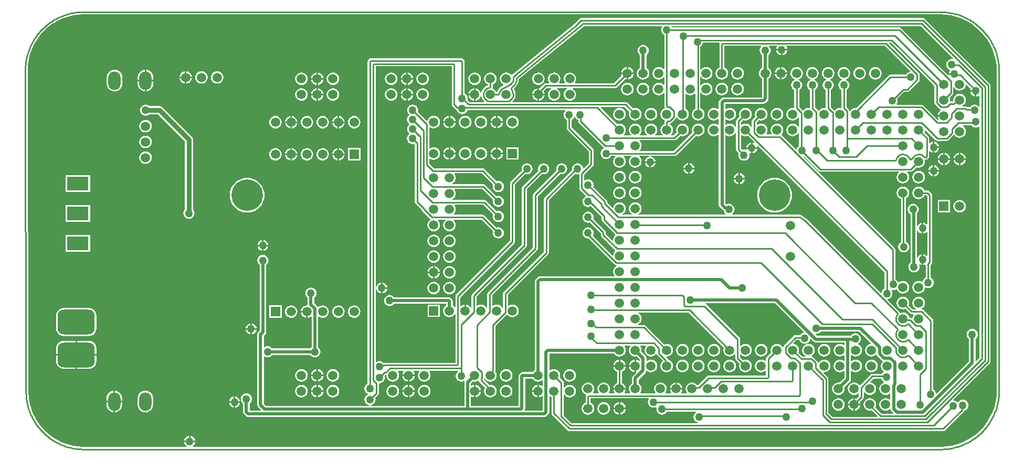
<source format=gbl>
G04*
G04 #@! TF.GenerationSoftware,Altium Limited,Altium Designer,22.0.2 (36)*
G04*
G04 Layer_Physical_Order=2*
G04 Layer_Color=16711680*
%FSTAX25Y25*%
%MOIN*%
G70*
G04*
G04 #@! TF.SameCoordinates,5FDB733D-D120-4548-BF5C-F3B634D9DF53*
G04*
G04*
G04 #@! TF.FilePolarity,Positive*
G04*
G01*
G75*
%ADD10C,0.01000*%
%ADD96C,0.02000*%
%ADD97C,0.03000*%
%ADD105O,0.07874X0.11811*%
%ADD106C,0.05906*%
%ADD107R,0.05906X0.05906*%
%ADD108C,0.20000*%
%ADD109R,0.13780X0.08661*%
%ADD110R,0.05906X0.05906*%
%ADD111C,0.05906*%
G04:AMPARAMS|DCode=112|XSize=236.22mil|YSize=157.48mil|CornerRadius=39.37mil|HoleSize=0mil|Usage=FLASHONLY|Rotation=0.000|XOffset=0mil|YOffset=0mil|HoleType=Round|Shape=RoundedRectangle|*
%AMROUNDEDRECTD112*
21,1,0.23622,0.07874,0,0,0.0*
21,1,0.15748,0.15748,0,0,0.0*
1,1,0.07874,0.07874,-0.03937*
1,1,0.07874,-0.07874,-0.03937*
1,1,0.07874,-0.07874,0.03937*
1,1,0.07874,0.07874,0.03937*
%
%ADD112ROUNDEDRECTD112*%
%ADD113C,0.05000*%
G36*
X0680344Y0445996D02*
Y0445996D01*
X0680843Y0445995D01*
X0683894Y0445845D01*
X068741Y0445323D01*
X0690859Y044446D01*
X0694206Y0443262D01*
X0697419Y0441742D01*
X0700468Y0439915D01*
X0703323Y0437797D01*
X0705957Y043541D01*
X0708344Y0432776D01*
X0710462Y0429921D01*
X0712289Y0426872D01*
X0713809Y0423659D01*
X0715007Y0420312D01*
X071587Y0416863D01*
X0716392Y0413347D01*
X0716562Y040989D01*
X0716543Y0409797D01*
Y0206758D01*
X0716561Y0206668D01*
X0716394Y0203256D01*
X0715879Y0199788D01*
X0715028Y0196388D01*
X0713846Y0193087D01*
X0712347Y0189917D01*
X0710545Y018691D01*
X0708457Y0184094D01*
X0706102Y0181497D01*
X0703504Y0179142D01*
X0700688Y0177053D01*
X0697681Y0175251D01*
X0694512Y0173752D01*
X0691211Y0172571D01*
X068781Y0171719D01*
X0684342Y0171205D01*
X068134Y0171057D01*
X068084Y0171055D01*
Y0171055D01*
X0206081Y0171055D01*
X0205911Y0171555D01*
X0206496Y0172004D01*
X0207057Y0172735D01*
X020741Y0173586D01*
X0207464Y0174D01*
X0200536D01*
X020059Y0173586D01*
X0200943Y0172735D01*
X0201504Y0172004D01*
X0202088Y0171555D01*
X0201919Y0171055D01*
X0137296Y0171055D01*
X0136853Y0171055D01*
X0136802Y0171055D01*
D01*
X0136309Y0171058D01*
X013335Y0171203D01*
X012993Y017171D01*
X0126578Y017255D01*
X0123323Y0173714D01*
X0120199Y0175192D01*
X0117234Y0176969D01*
X0114458Y0179028D01*
X0111897Y018135D01*
X0109575Y0183911D01*
X0107516Y0186687D01*
X0105739Y0189652D01*
X0104261Y0192776D01*
X0103097Y019603D01*
X0102257Y0199383D01*
X010175Y0202802D01*
X0101605Y0205756D01*
X0101602Y0206255D01*
Y0206268D01*
X0101601Y0206755D01*
X0101117Y0410033D01*
X0101102Y0410107D01*
X0101094Y041028D01*
X0101266Y0413782D01*
X010178Y041725D01*
X0102632Y0420651D01*
X0103814Y0423952D01*
X0105313Y0427122D01*
X0107115Y0430129D01*
X0109204Y0432945D01*
X0111558Y0435543D01*
X0114156Y0437898D01*
X0116973Y0439987D01*
X011998Y0441789D01*
X012315Y0443288D01*
X0126451Y044447D01*
X0129852Y0445322D01*
X013332Y0445836D01*
X0136528Y0445994D01*
X0136572Y0445985D01*
X067985Y0445996D01*
X0680344Y0445996D01*
D02*
G37*
%LPC*%
G36*
X0669694Y0443529D02*
X0452525D01*
X045194Y0443413D01*
X0451443Y0443081D01*
X044839Y0440028D01*
X0448373Y0440012D01*
X0446135Y0438185D01*
X0446135Y0438185D01*
X04101Y0408796D01*
X0410083Y0408776D01*
X0410061Y0408763D01*
X0409442Y0408224D01*
X0409442Y0408224D01*
X0409442Y0408224D01*
X0409431Y0408214D01*
X0409399Y0408172D01*
X0409355Y0408143D01*
X0408702Y040749D01*
X0408038Y0407533D01*
X0407819Y0407819D01*
X0406993Y0408453D01*
X0406032Y0408851D01*
X0405Y0408987D01*
X0403968Y0408851D01*
X0403007Y0408453D01*
X0402181Y0407819D01*
X0401547Y0406993D01*
X0401149Y0406032D01*
X0401013Y0405D01*
X0401149Y0403968D01*
X0401547Y0403007D01*
X0402181Y0402181D01*
X0403007Y0401547D01*
X040335Y0401405D01*
X0403355Y0400959D01*
X0403332Y0400871D01*
X0402868Y0400623D01*
X0402412Y0400417D01*
X0402354Y0400393D01*
X0401939Y0400114D01*
X0401677Y0399974D01*
X040077Y039923D01*
X0400027Y0398323D01*
X0399474Y0397289D01*
X0399243Y0396529D01*
X0398645D01*
X0398453Y0396993D01*
X0397819Y0397819D01*
X0396993Y0398453D01*
X0396505Y0398655D01*
X0396388Y0398874D01*
X0396303Y039928D01*
X0396315Y0399307D01*
X0396413Y0399453D01*
X0396437Y0399576D01*
X0396489Y039969D01*
X0396495Y0399866D01*
X0396529Y0400038D01*
Y0401355D01*
X0396993Y0401547D01*
X0397819Y0402181D01*
X0398453Y0403007D01*
X0398851Y0403968D01*
X0398987Y0405D01*
X0398851Y0406032D01*
X0398453Y0406993D01*
X0397819Y0407819D01*
X0396993Y0408453D01*
X0396032Y0408851D01*
X0395Y0408987D01*
X0393968Y0408851D01*
X0393007Y0408453D01*
X0392181Y0407819D01*
X0391547Y0406993D01*
X0391149Y0406032D01*
X0391013Y0405D01*
X0391149Y0403968D01*
X0391547Y0403007D01*
X0392181Y0402181D01*
X0393007Y0401547D01*
X0393471Y0401355D01*
Y0400757D01*
X0392711Y0400526D01*
X0391677Y0399974D01*
X039077Y039923D01*
X0390026Y0398323D01*
X0389851Y0397995D01*
X0389746Y0397838D01*
X0389734Y0397775D01*
X0389474Y0397289D01*
X0389219Y039645D01*
X0388689Y0396424D01*
X0388453Y0396993D01*
X0387819Y0397819D01*
X0386993Y0398453D01*
X0386032Y0398851D01*
X03855Y0398921D01*
Y0395D01*
Y0391079D01*
X0386032Y0391149D01*
X0386993Y0391547D01*
X0387819Y0392181D01*
X0388453Y0393007D01*
X0388689Y0393576D01*
X0389219Y039355D01*
X0389474Y0392711D01*
X0390026Y0391677D01*
X039077Y039077D01*
X0391042Y0390547D01*
X0390874Y0390077D01*
X0381743D01*
X0380358Y0391461D01*
X038041Y0391586D01*
X038053Y03925D01*
X038041Y0393414D01*
X0380057Y0394265D01*
X0379496Y0394996D01*
X0378765Y0395557D01*
X0378529Y0395655D01*
Y0415914D01*
X0378413Y04165D01*
X0378081Y0416996D01*
X0377496Y0417581D01*
X0376999Y0417913D01*
X0376414Y0418029D01*
X0319086D01*
X03185Y0417913D01*
X0318004Y0417581D01*
X0317419Y0416996D01*
X0317087Y04165D01*
X0316971Y0415914D01*
Y0211155D01*
X0316735Y0211057D01*
X0316004Y0210496D01*
X0315443Y0209765D01*
X031509Y0208914D01*
X031497Y0208D01*
X031509Y0207086D01*
X0315443Y0206235D01*
X0316004Y0205504D01*
X0316735Y0204943D01*
X031715Y0204771D01*
Y0204229D01*
X0316735Y0204057D01*
X0316004Y0203496D01*
X0315443Y0202765D01*
X031509Y0201914D01*
X031497Y0201D01*
X031509Y0200086D01*
X0315443Y0199235D01*
X0316004Y0198504D01*
X0316735Y0197943D01*
X0317586Y019759D01*
X0317973Y0197539D01*
X031794Y0197039D01*
X0252516D01*
X0251039Y0198516D01*
Y0228411D01*
X0251488Y0228632D01*
X0251735Y0228443D01*
X0252586Y022809D01*
X02535Y022797D01*
X0254414Y022809D01*
X0255265Y0228443D01*
X0255996Y0229004D01*
X0256347Y0229461D01*
X0280653D01*
X0281004Y0229004D01*
X0281735Y0228443D01*
X0282586Y022809D01*
X02835Y022797D01*
X0284414Y022809D01*
X0285265Y0228443D01*
X0285996Y0229004D01*
X0286557Y0229735D01*
X028691Y0230586D01*
X028703Y02315D01*
X028691Y0232414D01*
X0286557Y0233265D01*
X0285996Y0233996D01*
X0285539Y0234347D01*
Y0253659D01*
X0286039Y0253906D01*
X0286507Y0253547D01*
X0287468Y0253149D01*
X02885Y0253013D01*
X0289532Y0253149D01*
X0290493Y0253547D01*
X0291319Y0254181D01*
X0291953Y0255007D01*
X0292351Y0255968D01*
X0292487Y0257D01*
X0292351Y0258032D01*
X0291953Y0258993D01*
X0291319Y0259819D01*
X0290493Y0260453D01*
X0289532Y0260851D01*
X02885Y0260987D01*
X0287468Y0260851D01*
X0286507Y0260453D01*
X0285837Y0259939D01*
X0285816Y0259931D01*
X0285332Y0259982D01*
X0285216Y0260035D01*
X0284942Y0260446D01*
X0283039Y0262349D01*
Y0265851D01*
X0283496Y0266202D01*
X0284057Y0266933D01*
X028441Y0267784D01*
X028453Y0268698D01*
X028441Y0269612D01*
X0284057Y0270463D01*
X0283496Y0271194D01*
X0282765Y0271755D01*
X0281914Y0272108D01*
X0281Y0272228D01*
X0280086Y0272108D01*
X0279235Y0271755D01*
X0278504Y0271194D01*
X0277943Y0270463D01*
X027759Y0269612D01*
X027747Y0268698D01*
X027759Y0267784D01*
X0277943Y0266933D01*
X0278504Y0266202D01*
X0278961Y0265851D01*
Y0261504D01*
X0278995Y0261332D01*
X0278653Y0260967D01*
X02785Y0260987D01*
X0277468Y0260851D01*
X0276507Y0260453D01*
X0275681Y0259819D01*
X0275047Y0258993D01*
X0274649Y0258032D01*
X0274579Y02575D01*
X02785D01*
Y0257D01*
X0279D01*
Y0253079D01*
X0279532Y0253149D01*
X0280493Y0253547D01*
X0280961Y0253906D01*
X0281461Y0253659D01*
Y0234347D01*
X0281004Y0233996D01*
X0280653Y0233539D01*
X0256347D01*
X0255996Y0233996D01*
X0255265Y0234557D01*
X0254414Y023491D01*
X02535Y023503D01*
X0252586Y023491D01*
X0251735Y0234557D01*
X0251488Y0234367D01*
X0251039Y0234589D01*
Y0241585D01*
X0251942Y0242488D01*
X0252384Y0243149D01*
X0252539Y024393D01*
Y0286653D01*
X0252996Y0287004D01*
X0253557Y0287735D01*
X025391Y0288586D01*
X025403Y02895D01*
X025391Y0290414D01*
X0253557Y0291265D01*
X0252996Y0291996D01*
X0252265Y0292557D01*
X0251414Y029291D01*
X02505Y029303D01*
X0249586Y029291D01*
X0248735Y0292557D01*
X0248004Y0291996D01*
X0247443Y0291265D01*
X024709Y0290414D01*
X024697Y02895D01*
X024709Y0288586D01*
X0247443Y0287735D01*
X0248004Y0287004D01*
X0248461Y0286653D01*
Y0244775D01*
X0247558Y0243872D01*
X0247116Y024321D01*
X0246961Y024243D01*
Y0197672D01*
X0247116Y0196891D01*
X0247558Y019623D01*
X0249287Y0194501D01*
X0249095Y0194039D01*
X0242039D01*
Y0198653D01*
X0242496Y0199004D01*
X0243057Y0199735D01*
X024341Y0200586D01*
X024353Y02015D01*
X024341Y0202414D01*
X0243057Y0203265D01*
X0242496Y0203996D01*
X0241765Y0204557D01*
X0240914Y020491D01*
X024Y020503D01*
X0239086Y020491D01*
X0238235Y0204557D01*
X0237504Y0203996D01*
X0236943Y0203265D01*
X023659Y0202414D01*
X023647Y02015D01*
X023659Y0200586D01*
X0236943Y0199735D01*
X0237504Y0199004D01*
X0237961Y0198653D01*
Y0193172D01*
X0238116Y0192391D01*
X0238558Y019173D01*
X023973Y0190558D01*
X023973Y0190558D01*
X0240391Y0190116D01*
X0241172Y0189961D01*
X0429179D01*
X0429959Y0190116D01*
X0430621Y0190558D01*
X0431792Y019173D01*
X0431792Y019173D01*
X0432234Y0192391D01*
X043239Y0193172D01*
Y0203123D01*
X043289Y020337D01*
X043331Y0203047D01*
X0433774Y0202855D01*
Y0192368D01*
X043389Y0191783D01*
X0434222Y0191287D01*
X0444043Y0181466D01*
X0444539Y0181134D01*
X0445124Y0181018D01*
X0682547D01*
X0683133Y0181134D01*
X0683629Y0181466D01*
X0695503Y019334D01*
X0695835Y0193836D01*
X0695884Y0194086D01*
X0695914Y019409D01*
X0696765Y0194443D01*
X0697496Y0195004D01*
X0698057Y0195735D01*
X069841Y0196586D01*
X069853Y01975D01*
X069841Y0198414D01*
X0698057Y0199265D01*
X0697496Y0199996D01*
X0696765Y0200557D01*
X0695914Y020091D01*
X0695Y020103D01*
X0694086Y020091D01*
X0693235Y0200557D01*
X0692504Y0199996D01*
X0692119Y0199495D01*
X0691535Y0199454D01*
X0691496Y0199472D01*
X069079Y0200014D01*
X0689938Y0200367D01*
X0689154Y020047D01*
X0688911Y0200935D01*
X0712243Y0224267D01*
X0712575Y0224763D01*
X0712691Y0225348D01*
Y0400532D01*
X0712575Y0401117D01*
X0712243Y0401613D01*
X0675777Y043808D01*
X0670775Y0443081D01*
X0670279Y0443413D01*
X0669694Y0443529D01*
D02*
G37*
G36*
X0202Y0409771D02*
Y040635D01*
X0205421D01*
X0205351Y0406882D01*
X0204953Y0407844D01*
X0204319Y040867D01*
X0203493Y0409303D01*
X0202532Y0409701D01*
X0202Y0409771D01*
D02*
G37*
G36*
X0201Y0409771D02*
X0200468Y0409701D01*
X0199507Y0409303D01*
X0198681Y040867D01*
X0198047Y0407844D01*
X0197649Y0406882D01*
X0197579Y040635D01*
X0201D01*
Y0409771D01*
D02*
G37*
G36*
X02855Y0408921D02*
Y04055D01*
X0288921D01*
X0288851Y0406032D01*
X0288453Y0406993D01*
X0287819Y0407819D01*
X0286993Y0408453D01*
X0286032Y0408851D01*
X02855Y0408921D01*
D02*
G37*
G36*
X02845D02*
X0283968Y0408851D01*
X0283007Y0408453D01*
X0282181Y0407819D01*
X0281547Y0406993D01*
X0281149Y0406032D01*
X0281079Y04055D01*
X02845D01*
Y0408921D01*
D02*
G37*
G36*
X01765Y0410733D02*
Y040435D01*
X018098D01*
Y0405819D01*
X018081Y0407108D01*
X0180313Y0408309D01*
X0179521Y040934D01*
X017849Y0410131D01*
X0177289Y0410629D01*
X01765Y0410733D01*
D02*
G37*
G36*
X01755Y0410733D02*
X0174711Y0410629D01*
X017351Y0410131D01*
X0172479Y040934D01*
X0171687Y0408309D01*
X017119Y0407108D01*
X017102Y0405819D01*
Y040435D01*
X01755D01*
Y0410733D01*
D02*
G37*
G36*
X0201Y040535D02*
X0197579D01*
X0197649Y0404818D01*
X0198047Y0403857D01*
X0198681Y0403031D01*
X0199507Y0402398D01*
X0200468Y0401999D01*
X0201Y0401929D01*
Y040535D01*
D02*
G37*
G36*
X0205421D02*
X0202D01*
Y0401929D01*
X0202532Y0401999D01*
X0203493Y0402398D01*
X0204319Y0403031D01*
X0204953Y0403857D01*
X0205351Y0404818D01*
X0205421Y040535D01*
D02*
G37*
G36*
X02215Y0409837D02*
X0220468Y0409701D01*
X0219507Y0409303D01*
X0218681Y040867D01*
X0218047Y0407844D01*
X0217649Y0406882D01*
X0217513Y040585D01*
X0217649Y0404818D01*
X0218047Y0403857D01*
X0218681Y0403031D01*
X0219507Y0402398D01*
X0220468Y0401999D01*
X02215Y0401863D01*
X0222532Y0401999D01*
X0223493Y0402398D01*
X0224319Y0403031D01*
X0224953Y0403857D01*
X0225351Y0404818D01*
X0225487Y040585D01*
X0225351Y0406882D01*
X0224953Y0407844D01*
X0224319Y040867D01*
X0223493Y0409303D01*
X0222532Y0409701D01*
X02215Y0409837D01*
D02*
G37*
G36*
X02115D02*
X0210468Y0409701D01*
X0209507Y0409303D01*
X0208681Y040867D01*
X0208047Y0407844D01*
X0207649Y0406882D01*
X0207513Y040585D01*
X0207649Y0404818D01*
X0208047Y0403857D01*
X0208681Y0403031D01*
X0209507Y0402398D01*
X0210468Y0401999D01*
X02115Y0401863D01*
X0212532Y0401999D01*
X0213493Y0402398D01*
X0214319Y0403031D01*
X0214953Y0403857D01*
X0215351Y0404818D01*
X0215487Y040585D01*
X0215351Y0406882D01*
X0214953Y0407844D01*
X0214319Y040867D01*
X0213493Y0409303D01*
X0212532Y0409701D01*
X02115Y0409837D01*
D02*
G37*
G36*
X0288921Y04045D02*
X02855D01*
Y0401079D01*
X0286032Y0401149D01*
X0286993Y0401547D01*
X0287819Y0402181D01*
X0288453Y0403007D01*
X0288851Y0403968D01*
X0288921Y04045D01*
D02*
G37*
G36*
X02845D02*
X0281079D01*
X0281149Y0403968D01*
X0281547Y0403007D01*
X0282181Y0402181D01*
X0283007Y0401547D01*
X0283968Y0401149D01*
X02845Y0401079D01*
Y04045D01*
D02*
G37*
G36*
X0385Y0408987D02*
X0383968Y0408851D01*
X0383007Y0408453D01*
X0382181Y0407819D01*
X0381547Y0406993D01*
X0381149Y0406032D01*
X0381013Y0405D01*
X0381149Y0403968D01*
X0381547Y0403007D01*
X0382181Y0402181D01*
X0383007Y0401547D01*
X0383968Y0401149D01*
X0385Y0401013D01*
X0386032Y0401149D01*
X0386993Y0401547D01*
X0387819Y0402181D01*
X0388453Y0403007D01*
X0388851Y0403968D01*
X0388987Y0405D01*
X0388851Y0406032D01*
X0388453Y0406993D01*
X0387819Y0407819D01*
X0386993Y0408453D01*
X0386032Y0408851D01*
X0385Y0408987D01*
D02*
G37*
G36*
X0295D02*
X0293968Y0408851D01*
X0293007Y0408453D01*
X0292181Y0407819D01*
X0291547Y0406993D01*
X0291149Y0406032D01*
X0291013Y0405D01*
X0291149Y0403968D01*
X0291547Y0403007D01*
X0292181Y0402181D01*
X0293007Y0401547D01*
X0293968Y0401149D01*
X0295Y0401013D01*
X0296032Y0401149D01*
X0296993Y0401547D01*
X0297819Y0402181D01*
X0298453Y0403007D01*
X0298851Y0403968D01*
X0298987Y0405D01*
X0298851Y0406032D01*
X0298453Y0406993D01*
X0297819Y0407819D01*
X0296993Y0408453D01*
X0296032Y0408851D01*
X0295Y0408987D01*
D02*
G37*
G36*
X0275D02*
X0273968Y0408851D01*
X0273007Y0408453D01*
X0272181Y0407819D01*
X0271547Y0406993D01*
X0271149Y0406032D01*
X0271013Y0405D01*
X0271149Y0403968D01*
X0271547Y0403007D01*
X0272181Y0402181D01*
X0273007Y0401547D01*
X0273968Y0401149D01*
X0275Y0401013D01*
X0276032Y0401149D01*
X0276993Y0401547D01*
X0277819Y0402181D01*
X0278453Y0403007D01*
X0278851Y0403968D01*
X0278987Y0405D01*
X0278851Y0406032D01*
X0278453Y0406993D01*
X0277819Y0407819D01*
X0276993Y0408453D01*
X0276032Y0408851D01*
X0275Y0408987D01*
D02*
G37*
G36*
X01755Y040335D02*
X017102D01*
Y0401882D01*
X017119Y0400593D01*
X0171687Y0399392D01*
X0172479Y0398361D01*
X017351Y0397569D01*
X0174711Y0397072D01*
X01755Y0396968D01*
Y040335D01*
D02*
G37*
G36*
X018098D02*
X01765D01*
Y0396968D01*
X0177289Y0397072D01*
X017849Y0397569D01*
X0179521Y0398361D01*
X0180313Y0399392D01*
X018081Y0400593D01*
X018098Y0401882D01*
Y040335D01*
D02*
G37*
G36*
X0156315Y0410799D02*
X0155026Y0410629D01*
X0153825Y0410131D01*
X0152794Y040934D01*
X0152003Y0408309D01*
X0151505Y0407108D01*
X0151335Y0405819D01*
Y0401882D01*
X0151505Y0400593D01*
X0152003Y0399392D01*
X0152794Y0398361D01*
X0153825Y0397569D01*
X0155026Y0397072D01*
X0156315Y0396902D01*
X0157604Y0397072D01*
X0158805Y0397569D01*
X0159836Y0398361D01*
X0160627Y0399392D01*
X0161125Y0400593D01*
X0161295Y0401882D01*
Y0405819D01*
X0161125Y0407108D01*
X0160627Y0408309D01*
X0159836Y040934D01*
X0158805Y0410131D01*
X0157604Y0410629D01*
X0156315Y0410799D01*
D02*
G37*
G36*
X02855Y0398921D02*
Y03955D01*
X0288921D01*
X0288851Y0396032D01*
X0288453Y0396993D01*
X0287819Y0397819D01*
X0286993Y0398453D01*
X0286032Y0398851D01*
X02855Y0398921D01*
D02*
G37*
G36*
X02845D02*
X0283968Y0398851D01*
X0283007Y0398453D01*
X0282181Y0397819D01*
X0281547Y0396993D01*
X0281149Y0396032D01*
X0281079Y03955D01*
X02845D01*
Y0398921D01*
D02*
G37*
G36*
X03845D02*
X0383968Y0398851D01*
X0383007Y0398453D01*
X0382181Y0397819D01*
X0381547Y0396993D01*
X0381149Y0396032D01*
X0381079Y03955D01*
X03845D01*
Y0398921D01*
D02*
G37*
G36*
X0288921Y03945D02*
X02855D01*
Y0391079D01*
X0286032Y0391149D01*
X0286993Y0391547D01*
X0287819Y0392181D01*
X0288453Y0393007D01*
X0288851Y0393968D01*
X0288921Y03945D01*
D02*
G37*
G36*
X03845D02*
X0381079D01*
X0381149Y0393968D01*
X0381547Y0393007D01*
X0382181Y0392181D01*
X0383007Y0391547D01*
X0383968Y0391149D01*
X03845Y0391079D01*
Y03945D01*
D02*
G37*
G36*
X02845D02*
X0281079D01*
X0281149Y0393968D01*
X0281547Y0393007D01*
X0282181Y0392181D01*
X0283007Y0391547D01*
X0283968Y0391149D01*
X02845Y0391079D01*
Y03945D01*
D02*
G37*
G36*
X0295Y0398987D02*
X0293968Y0398851D01*
X0293007Y0398453D01*
X0292181Y0397819D01*
X0291547Y0396993D01*
X0291149Y0396032D01*
X0291013Y0395D01*
X0291149Y0393968D01*
X0291547Y0393007D01*
X0292181Y0392181D01*
X0293007Y0391547D01*
X0293968Y0391149D01*
X0295Y0391013D01*
X0296032Y0391149D01*
X0296993Y0391547D01*
X0297819Y0392181D01*
X0298453Y0393007D01*
X0298851Y0393968D01*
X0298987Y0395D01*
X0298851Y0396032D01*
X0298453Y0396993D01*
X0297819Y0397819D01*
X0296993Y0398453D01*
X0296032Y0398851D01*
X0295Y0398987D01*
D02*
G37*
G36*
X0275D02*
X0273968Y0398851D01*
X0273007Y0398453D01*
X0272181Y0397819D01*
X0271547Y0396993D01*
X0271149Y0396032D01*
X0271013Y0395D01*
X0271149Y0393968D01*
X0271547Y0393007D01*
X0272181Y0392181D01*
X0273007Y0391547D01*
X0273968Y0391149D01*
X0275Y0391013D01*
X0276032Y0391149D01*
X0276993Y0391547D01*
X0277819Y0392181D01*
X0278453Y0393007D01*
X0278851Y0393968D01*
X0278987Y0395D01*
X0278851Y0396032D01*
X0278453Y0396993D01*
X0277819Y0397819D01*
X0276993Y0398453D01*
X0276032Y0398851D01*
X0275Y0398987D01*
D02*
G37*
G36*
X0299Y0381271D02*
Y037785D01*
X0302421D01*
X0302351Y0378382D01*
X0301953Y0379344D01*
X0301319Y038017D01*
X0300493Y0380803D01*
X0299532Y0381201D01*
X0299Y0381271D01*
D02*
G37*
G36*
X0298D02*
X0297468Y0381201D01*
X0296507Y0380803D01*
X0295681Y038017D01*
X0295047Y0379344D01*
X0294649Y0378382D01*
X0294579Y037785D01*
X0298D01*
Y0381271D01*
D02*
G37*
G36*
X0269D02*
Y037785D01*
X0272421D01*
X0272351Y0378382D01*
X0271953Y0379344D01*
X0271319Y038017D01*
X0270493Y0380803D01*
X0269532Y0381201D01*
X0269Y0381271D01*
D02*
G37*
G36*
X0268D02*
X0267468Y0381201D01*
X0266507Y0380803D01*
X0265681Y038017D01*
X0265047Y0379344D01*
X0264649Y0378382D01*
X0264579Y037785D01*
X0268D01*
Y0381271D01*
D02*
G37*
G36*
X0302421Y037685D02*
X0299D01*
Y0373429D01*
X0299532Y0373499D01*
X0300493Y0373898D01*
X0301319Y0374531D01*
X0301953Y0375357D01*
X0302351Y0376319D01*
X0302421Y037685D01*
D02*
G37*
G36*
X0298D02*
X0294579D01*
X0294649Y0376319D01*
X0295047Y0375357D01*
X0295681Y0374531D01*
X0296507Y0373898D01*
X0297468Y0373499D01*
X0298Y0373429D01*
Y037685D01*
D02*
G37*
G36*
X0272421D02*
X0269D01*
Y0373429D01*
X0269532Y0373499D01*
X0270493Y0373898D01*
X0271319Y0374531D01*
X0271953Y0375357D01*
X0272351Y0376319D01*
X0272421Y037685D01*
D02*
G37*
G36*
X0268D02*
X0264579D01*
X0264649Y0376319D01*
X0265047Y0375357D01*
X0265681Y0374531D01*
X0266507Y0373898D01*
X0267468Y0373499D01*
X0268Y0373429D01*
Y037685D01*
D02*
G37*
G36*
X03085Y0381337D02*
X0307468Y0381201D01*
X0306507Y0380803D01*
X0305681Y038017D01*
X0305047Y0379344D01*
X0304649Y0378382D01*
X0304513Y037735D01*
X0304649Y0376319D01*
X0305047Y0375357D01*
X0305681Y0374531D01*
X0306507Y0373898D01*
X0307468Y0373499D01*
X03085Y0373363D01*
X0309532Y0373499D01*
X0310493Y0373898D01*
X0311319Y0374531D01*
X0311953Y0375357D01*
X0312351Y0376319D01*
X0312487Y037735D01*
X0312351Y0378382D01*
X0311953Y0379344D01*
X0311319Y038017D01*
X0310493Y0380803D01*
X0309532Y0381201D01*
X03085Y0381337D01*
D02*
G37*
G36*
X02885D02*
X0287468Y0381201D01*
X0286507Y0380803D01*
X0285681Y038017D01*
X0285047Y0379344D01*
X0284649Y0378382D01*
X0284513Y037735D01*
X0284649Y0376319D01*
X0285047Y0375357D01*
X0285681Y0374531D01*
X0286507Y0373898D01*
X0287468Y0373499D01*
X02885Y0373363D01*
X0289532Y0373499D01*
X0290493Y0373898D01*
X0291319Y0374531D01*
X0291953Y0375357D01*
X0292351Y0376319D01*
X0292487Y037735D01*
X0292351Y0378382D01*
X0291953Y0379344D01*
X0291319Y038017D01*
X0290493Y0380803D01*
X0289532Y0381201D01*
X02885Y0381337D01*
D02*
G37*
G36*
X02785D02*
X0277468Y0381201D01*
X0276507Y0380803D01*
X0275681Y038017D01*
X0275047Y0379344D01*
X0274649Y0378382D01*
X0274513Y037735D01*
X0274649Y0376319D01*
X0275047Y0375357D01*
X0275681Y0374531D01*
X0276507Y0373898D01*
X0277468Y0373499D01*
X02785Y0373363D01*
X0279532Y0373499D01*
X0280493Y0373898D01*
X0281319Y0374531D01*
X0281953Y0375357D01*
X0282351Y0376319D01*
X0282487Y037735D01*
X0282351Y0378382D01*
X0281953Y0379344D01*
X0281319Y038017D01*
X0280493Y0380803D01*
X0279532Y0381201D01*
X02785Y0381337D01*
D02*
G37*
G36*
X02585D02*
X0257468Y0381201D01*
X0256507Y0380803D01*
X0255681Y038017D01*
X0255047Y0379344D01*
X0254649Y0378382D01*
X0254513Y037735D01*
X0254649Y0376319D01*
X0255047Y0375357D01*
X0255681Y0374531D01*
X0256507Y0373898D01*
X0257468Y0373499D01*
X02585Y0373363D01*
X0259532Y0373499D01*
X0260493Y0373898D01*
X0261319Y0374531D01*
X0261953Y0375357D01*
X0262351Y0376319D01*
X0262487Y037735D01*
X0262351Y0378382D01*
X0261953Y0379344D01*
X0261319Y038017D01*
X0260493Y0380803D01*
X0259532Y0381201D01*
X02585Y0381337D01*
D02*
G37*
G36*
X0176Y0378837D02*
X0174968Y0378701D01*
X0174007Y0378303D01*
X0173181Y037767D01*
X0172547Y0376844D01*
X0172149Y0375882D01*
X0172013Y037485D01*
X0172149Y0373818D01*
X0172547Y0372857D01*
X0173181Y0372031D01*
X0174007Y0371398D01*
X0174968Y0370999D01*
X0176Y0370864D01*
X0177032Y0370999D01*
X0177993Y0371398D01*
X0178819Y0372031D01*
X0179453Y0372857D01*
X0179851Y0373818D01*
X0179987Y037485D01*
X0179851Y0375882D01*
X0179453Y0376844D01*
X0178819Y037767D01*
X0177993Y0378303D01*
X0177032Y0378701D01*
X0176Y0378837D01*
D02*
G37*
G36*
Y0368837D02*
X0174968Y0368701D01*
X0174007Y0368303D01*
X0173181Y036767D01*
X0172547Y0366844D01*
X0172149Y0365882D01*
X0172013Y036485D01*
X0172149Y0363819D01*
X0172547Y0362857D01*
X0173181Y0362031D01*
X0174007Y0361398D01*
X0174968Y0360999D01*
X0176Y0360863D01*
X0177032Y0360999D01*
X0177993Y0361398D01*
X0178819Y0362031D01*
X0179453Y0362857D01*
X0179851Y0363819D01*
X0179987Y036485D01*
X0179851Y0365882D01*
X0179453Y0366844D01*
X0178819Y036767D01*
X0177993Y0368303D01*
X0177032Y0368701D01*
X0176Y0368837D01*
D02*
G37*
G36*
X0299Y0360921D02*
Y03575D01*
X0302421D01*
X0302351Y0358032D01*
X0301953Y0358993D01*
X0301319Y0359819D01*
X0300493Y0360453D01*
X0299532Y0360851D01*
X0299Y0360921D01*
D02*
G37*
G36*
X0269D02*
Y03575D01*
X0272421D01*
X0272351Y0358032D01*
X0271953Y0358993D01*
X0271319Y0359819D01*
X0270493Y0360453D01*
X0269532Y0360851D01*
X0269Y0360921D01*
D02*
G37*
G36*
X0298D02*
X0297468Y0360851D01*
X0296507Y0360453D01*
X0295681Y0359819D01*
X0295047Y0358993D01*
X0294649Y0358032D01*
X0294579Y03575D01*
X0298D01*
Y0360921D01*
D02*
G37*
G36*
X0268D02*
X0267468Y0360851D01*
X0266507Y0360453D01*
X0265681Y0359819D01*
X0265047Y0358993D01*
X0264649Y0358032D01*
X0264579Y03575D01*
X0268D01*
Y0360921D01*
D02*
G37*
G36*
X0302421Y03565D02*
X0299D01*
Y0353079D01*
X0299532Y0353149D01*
X0300493Y0353547D01*
X0301319Y0354181D01*
X0301953Y0355007D01*
X0302351Y0355968D01*
X0302421Y03565D01*
D02*
G37*
G36*
X0272421D02*
X0269D01*
Y0353079D01*
X0269532Y0353149D01*
X0270493Y0353547D01*
X0271319Y0354181D01*
X0271953Y0355007D01*
X0272351Y0355968D01*
X0272421Y03565D01*
D02*
G37*
G36*
X0298D02*
X0294579D01*
X0294649Y0355968D01*
X0295047Y0355007D01*
X0295681Y0354181D01*
X0296507Y0353547D01*
X0297468Y0353149D01*
X0298Y0353079D01*
Y03565D01*
D02*
G37*
G36*
X0268D02*
X0264579D01*
X0264649Y0355968D01*
X0265047Y0355007D01*
X0265681Y0354181D01*
X0266507Y0353547D01*
X0267468Y0353149D01*
X0268Y0353079D01*
Y03565D01*
D02*
G37*
G36*
X0312453Y0360953D02*
X0304547D01*
Y0353047D01*
X0312453D01*
Y0360953D01*
D02*
G37*
G36*
X02885Y0360987D02*
X0287468Y0360851D01*
X0286507Y0360453D01*
X0285681Y0359819D01*
X0285047Y0358993D01*
X0284649Y0358032D01*
X0284513Y0357D01*
X0284649Y0355968D01*
X0285047Y0355007D01*
X0285681Y0354181D01*
X0286507Y0353547D01*
X0287468Y0353149D01*
X02885Y0353013D01*
X0289532Y0353149D01*
X0290493Y0353547D01*
X0291319Y0354181D01*
X0291953Y0355007D01*
X0292351Y0355968D01*
X0292487Y0357D01*
X0292351Y0358032D01*
X0291953Y0358993D01*
X0291319Y0359819D01*
X0290493Y0360453D01*
X0289532Y0360851D01*
X02885Y0360987D01*
D02*
G37*
G36*
X02785D02*
X0277468Y0360851D01*
X0276507Y0360453D01*
X0275681Y0359819D01*
X0275047Y0358993D01*
X0274649Y0358032D01*
X0274513Y0357D01*
X0274649Y0355968D01*
X0275047Y0355007D01*
X0275681Y0354181D01*
X0276507Y0353547D01*
X0277468Y0353149D01*
X02785Y0353013D01*
X0279532Y0353149D01*
X0280493Y0353547D01*
X0281319Y0354181D01*
X0281953Y0355007D01*
X0282351Y0355968D01*
X0282487Y0357D01*
X0282351Y0358032D01*
X0281953Y0358993D01*
X0281319Y0359819D01*
X0280493Y0360453D01*
X0279532Y0360851D01*
X02785Y0360987D01*
D02*
G37*
G36*
X02585D02*
X0257468Y0360851D01*
X0256507Y0360453D01*
X0255681Y0359819D01*
X0255047Y0358993D01*
X0254649Y0358032D01*
X0254513Y0357D01*
X0254649Y0355968D01*
X0255047Y0355007D01*
X0255681Y0354181D01*
X0256507Y0353547D01*
X0257468Y0353149D01*
X02585Y0353013D01*
X0259532Y0353149D01*
X0260493Y0353547D01*
X0261319Y0354181D01*
X0261953Y0355007D01*
X0262351Y0355968D01*
X0262487Y0357D01*
X0262351Y0358032D01*
X0261953Y0358993D01*
X0261319Y0359819D01*
X0260493Y0360453D01*
X0259532Y0360851D01*
X02585Y0360987D01*
D02*
G37*
G36*
X0176Y0358837D02*
X0174968Y0358701D01*
X0174007Y0358303D01*
X0173181Y0357669D01*
X0172547Y0356844D01*
X0172149Y0355882D01*
X0172013Y035485D01*
X0172149Y0353818D01*
X0172547Y0352857D01*
X0173181Y0352031D01*
X0174007Y0351398D01*
X0174968Y0350999D01*
X0176Y0350864D01*
X0177032Y0350999D01*
X0177993Y0351398D01*
X0178819Y0352031D01*
X0179453Y0352857D01*
X0179851Y0353818D01*
X0179987Y035485D01*
X0179851Y0355882D01*
X0179453Y0356844D01*
X0178819Y0357669D01*
X0177993Y0358303D01*
X0177032Y0358701D01*
X0176Y0358837D01*
D02*
G37*
G36*
X014089Y0343579D02*
X012511D01*
Y0332917D01*
X014089D01*
Y0343579D01*
D02*
G37*
G36*
X02405Y0342034D02*
X0238774Y0341898D01*
X023709Y0341494D01*
X0235491Y0340831D01*
X0234014Y0339927D01*
X0232698Y0338802D01*
X0231573Y0337486D01*
X0230669Y0336009D01*
X0230006Y033441D01*
X0229602Y0332726D01*
X0229466Y0331D01*
X0229602Y0329274D01*
X0230006Y032759D01*
X0230669Y0325991D01*
X0231573Y0324514D01*
X0232698Y0323198D01*
X0234014Y0322073D01*
X0235491Y0321169D01*
X023709Y0320506D01*
X0238774Y0320102D01*
X02405Y0319966D01*
X0242226Y0320102D01*
X024391Y0320506D01*
X0245509Y0321169D01*
X0246986Y0322073D01*
X0248302Y0323198D01*
X0249427Y0324514D01*
X0250331Y0325991D01*
X0250994Y032759D01*
X0251398Y0329274D01*
X0251534Y0331D01*
X0251398Y0332726D01*
X0250994Y033441D01*
X0250331Y0336009D01*
X0249427Y0337486D01*
X0248302Y0338802D01*
X0246986Y0339927D01*
X0245509Y0340831D01*
X024391Y0341494D01*
X0242226Y0341898D01*
X02405Y0342034D01*
D02*
G37*
G36*
X0176Y038853D02*
X0175086Y038841D01*
X0174235Y0388057D01*
X0173504Y0387496D01*
X0172943Y0386765D01*
X017259Y0385914D01*
X017247Y0385D01*
X017259Y0384086D01*
X0172943Y0383235D01*
X0173504Y0382504D01*
X0174235Y0381943D01*
X0175086Y038159D01*
X0176Y038147D01*
X0176914Y038159D01*
X0177765Y0381943D01*
X0178428Y0382451D01*
X0183944D01*
X0200951Y0365444D01*
Y0321927D01*
X0200443Y0321265D01*
X020009Y0320414D01*
X019997Y03195D01*
X020009Y0318586D01*
X0200443Y0317735D01*
X0201004Y0317004D01*
X0201735Y0316443D01*
X0202586Y031609D01*
X02035Y031597D01*
X0204414Y031609D01*
X0205265Y0316443D01*
X0205996Y0317004D01*
X0206557Y0317735D01*
X020691Y0318586D01*
X020703Y03195D01*
X020691Y0320414D01*
X0206557Y0321265D01*
X0206049Y0321927D01*
Y03665D01*
X0205855Y0367476D01*
X0205302Y0368302D01*
X0186802Y0386802D01*
X0185976Y0387355D01*
X0185Y0387549D01*
X0178428D01*
X0177765Y0388057D01*
X0176914Y038841D01*
X0176Y038853D01*
D02*
G37*
G36*
X014089Y0324681D02*
X012511D01*
Y031402D01*
X014089D01*
Y0324681D01*
D02*
G37*
G36*
X0251Y0302464D02*
Y02995D01*
X0253964D01*
X025391Y0299914D01*
X0253557Y0300765D01*
X0252996Y0301496D01*
X0252265Y0302057D01*
X0251414Y030241D01*
X0251Y0302464D01*
D02*
G37*
G36*
X025D02*
X0249586Y030241D01*
X0248735Y0302057D01*
X0248004Y0301496D01*
X0247443Y0300765D01*
X024709Y0299914D01*
X0247036Y02995D01*
X025D01*
Y0302464D01*
D02*
G37*
G36*
X0253964Y02985D02*
X0251D01*
Y0295536D01*
X0251414Y029559D01*
X0252265Y0295943D01*
X0252996Y0296504D01*
X0253557Y0297235D01*
X025391Y0298086D01*
X0253964Y02985D01*
D02*
G37*
G36*
X025D02*
X0247036D01*
X024709Y0298086D01*
X0247443Y0297235D01*
X0248004Y0296504D01*
X0248735Y0295943D01*
X0249586Y029559D01*
X025Y0295536D01*
Y02985D01*
D02*
G37*
G36*
X014089Y0305784D02*
X012511D01*
Y0295122D01*
X014089D01*
Y0305784D01*
D02*
G37*
G36*
X0278Y02565D02*
X0274579D01*
X0274649Y0255968D01*
X0275047Y0255007D01*
X0275681Y0254181D01*
X0276507Y0253547D01*
X0277468Y0253149D01*
X0278Y0253079D01*
Y02565D01*
D02*
G37*
G36*
X0262453Y0260953D02*
X0254547D01*
Y0253047D01*
X0262453D01*
Y0260953D01*
D02*
G37*
G36*
X03085Y0260987D02*
X0307468Y0260851D01*
X0306507Y0260453D01*
X0305681Y0259819D01*
X0305047Y0258993D01*
X0304649Y0258032D01*
X0304513Y0257D01*
X0304649Y0255968D01*
X0305047Y0255007D01*
X0305681Y0254181D01*
X0306507Y0253547D01*
X0307468Y0253149D01*
X03085Y0253013D01*
X0309532Y0253149D01*
X0310493Y0253547D01*
X0311319Y0254181D01*
X0311953Y0255007D01*
X0312351Y0255968D01*
X0312487Y0257D01*
X0312351Y0258032D01*
X0311953Y0258993D01*
X0311319Y0259819D01*
X0310493Y0260453D01*
X0309532Y0260851D01*
X03085Y0260987D01*
D02*
G37*
G36*
X02985D02*
X0297468Y0260851D01*
X0296507Y0260453D01*
X0295681Y0259819D01*
X0295047Y0258993D01*
X0294649Y0258032D01*
X0294513Y0257D01*
X0294649Y0255968D01*
X0295047Y0255007D01*
X0295681Y0254181D01*
X0296507Y0253547D01*
X0297468Y0253149D01*
X02985Y0253013D01*
X0299532Y0253149D01*
X0300493Y0253547D01*
X0301319Y0254181D01*
X0301953Y0255007D01*
X0302351Y0255968D01*
X0302487Y0257D01*
X0302351Y0258032D01*
X0301953Y0258993D01*
X0301319Y0259819D01*
X0300493Y0260453D01*
X0299532Y0260851D01*
X02985Y0260987D01*
D02*
G37*
G36*
X02685D02*
X0267468Y0260851D01*
X0266507Y0260453D01*
X0265681Y0259819D01*
X0265047Y0258993D01*
X0264649Y0258032D01*
X0264513Y0257D01*
X0264649Y0255968D01*
X0265047Y0255007D01*
X0265681Y0254181D01*
X0266507Y0253547D01*
X0267468Y0253149D01*
X02685Y0253013D01*
X0269532Y0253149D01*
X0270493Y0253547D01*
X0271319Y0254181D01*
X0271953Y0255007D01*
X0272351Y0255968D01*
X0272487Y0257D01*
X0272351Y0258032D01*
X0271953Y0258993D01*
X0271319Y0259819D01*
X0270493Y0260453D01*
X0269532Y0260851D01*
X02685Y0260987D01*
D02*
G37*
G36*
X02435Y0249464D02*
Y02465D01*
X0246464D01*
X024641Y0246914D01*
X0246057Y0247765D01*
X0245496Y0248496D01*
X0244765Y0249057D01*
X0243914Y024941D01*
X02435Y0249464D01*
D02*
G37*
G36*
X02425D02*
X0242086Y024941D01*
X0241235Y0249057D01*
X0240504Y0248496D01*
X0239943Y0247765D01*
X023959Y0246914D01*
X0239536Y02465D01*
X02425D01*
Y0249464D01*
D02*
G37*
G36*
X0246464Y02455D02*
X02435D01*
Y0242536D01*
X0243914Y024259D01*
X0244765Y0242943D01*
X0245496Y0243504D01*
X0246057Y0244235D01*
X024641Y0245086D01*
X0246464Y02455D01*
D02*
G37*
G36*
X02425D02*
X0239536D01*
X023959Y0245086D01*
X0239943Y0244235D01*
X0240504Y0243504D01*
X0241235Y0242943D01*
X0242086Y024259D01*
X02425Y0242536D01*
Y02455D01*
D02*
G37*
G36*
X0139874Y0259267D02*
X0124126D01*
X0122837Y0259097D01*
X0121636Y02586D01*
X0120605Y0257808D01*
X0119814Y0256777D01*
X0119316Y0255576D01*
X0119146Y0254287D01*
Y0246413D01*
X0119316Y0245125D01*
X0119814Y0243924D01*
X0120605Y0242892D01*
X0121636Y0242101D01*
X0122837Y0241603D01*
X0124126Y0241434D01*
X0139874D01*
X0141163Y0241603D01*
X0142364Y0242101D01*
X0143395Y0242892D01*
X0144186Y0243924D01*
X0144684Y0245125D01*
X0144854Y0246413D01*
Y0254287D01*
X0144684Y0255576D01*
X0144186Y0256777D01*
X0143395Y0257808D01*
X0142364Y02586D01*
X0141163Y0259097D01*
X0139874Y0259267D01*
D02*
G37*
G36*
Y0238401D02*
X01325D01*
Y0229984D01*
X0144854D01*
Y0233421D01*
X0144684Y023471D01*
X0144186Y0235911D01*
X0143395Y0236942D01*
X0142364Y0237734D01*
X0141163Y0238231D01*
X0139874Y0238401D01*
D02*
G37*
G36*
X01315D02*
X0124126D01*
X0122837Y0238231D01*
X0121636Y0237734D01*
X0120605Y0236942D01*
X0119814Y0235911D01*
X0119316Y023471D01*
X0119146Y0233421D01*
Y0229984D01*
X01315D01*
Y0238401D01*
D02*
G37*
G36*
X0144854Y0228984D02*
X01325D01*
Y0220568D01*
X0139874D01*
X0141163Y0220737D01*
X0142364Y0221235D01*
X0143395Y0222026D01*
X0144186Y0223058D01*
X0144684Y0224258D01*
X0144854Y0225547D01*
Y0228984D01*
D02*
G37*
G36*
X01315D02*
X0119146D01*
Y0225547D01*
X0119316Y0224258D01*
X0119814Y0223058D01*
X0120605Y0222026D01*
X0121636Y0221235D01*
X0122837Y0220737D01*
X0124126Y0220568D01*
X01315D01*
Y0228984D01*
D02*
G37*
G36*
X02855Y0220421D02*
Y0217D01*
X0288921D01*
X0288851Y0217532D01*
X0288453Y0218493D01*
X0287819Y0219319D01*
X0286993Y0219953D01*
X0286032Y0220351D01*
X02855Y0220421D01*
D02*
G37*
G36*
X02845D02*
X0283968Y0220351D01*
X0283007Y0219953D01*
X0282181Y0219319D01*
X0281547Y0218493D01*
X0281149Y0217532D01*
X0281079Y0217D01*
X02845D01*
Y0220421D01*
D02*
G37*
G36*
X0288921Y0216D02*
X02855D01*
Y0212579D01*
X0286032Y0212649D01*
X0286993Y0213047D01*
X0287819Y0213681D01*
X0288453Y0214507D01*
X0288851Y0215468D01*
X0288921Y0216D01*
D02*
G37*
G36*
X02845D02*
X0281079D01*
X0281149Y0215468D01*
X0281547Y0214507D01*
X0282181Y0213681D01*
X0283007Y0213047D01*
X0283968Y0212649D01*
X02845Y0212579D01*
Y0216D01*
D02*
G37*
G36*
X0295Y0220487D02*
X0293968Y0220351D01*
X0293007Y0219953D01*
X0292181Y0219319D01*
X0291547Y0218493D01*
X0291149Y0217532D01*
X0291013Y02165D01*
X0291149Y0215468D01*
X0291547Y0214507D01*
X0292181Y0213681D01*
X0293007Y0213047D01*
X0293968Y0212649D01*
X0295Y0212513D01*
X0296032Y0212649D01*
X0296993Y0213047D01*
X0297819Y0213681D01*
X0298453Y0214507D01*
X0298851Y0215468D01*
X0298987Y02165D01*
X0298851Y0217532D01*
X0298453Y0218493D01*
X0297819Y0219319D01*
X0296993Y0219953D01*
X0296032Y0220351D01*
X0295Y0220487D01*
D02*
G37*
G36*
X0275D02*
X0273968Y0220351D01*
X0273007Y0219953D01*
X0272181Y0219319D01*
X0271547Y0218493D01*
X0271149Y0217532D01*
X0271013Y02165D01*
X0271149Y0215468D01*
X0271547Y0214507D01*
X0272181Y0213681D01*
X0273007Y0213047D01*
X0273968Y0212649D01*
X0275Y0212513D01*
X0276032Y0212649D01*
X0276993Y0213047D01*
X0277819Y0213681D01*
X0278453Y0214507D01*
X0278851Y0215468D01*
X0278987Y02165D01*
X0278851Y0217532D01*
X0278453Y0218493D01*
X0277819Y0219319D01*
X0276993Y0219953D01*
X0276032Y0220351D01*
X0275Y0220487D01*
D02*
G37*
G36*
X02855Y0210421D02*
Y0207D01*
X0288921D01*
X0288851Y0207532D01*
X0288453Y0208493D01*
X0287819Y0209319D01*
X0286993Y0209953D01*
X0286032Y0210351D01*
X02855Y0210421D01*
D02*
G37*
G36*
X02845D02*
X0283968Y0210351D01*
X0283007Y0209953D01*
X0282181Y0209319D01*
X0281547Y0208493D01*
X0281149Y0207532D01*
X0281079Y0207D01*
X02845D01*
Y0210421D01*
D02*
G37*
G36*
X0288921Y0206D02*
X02855D01*
Y0202579D01*
X0286032Y0202649D01*
X0286993Y0203047D01*
X0287819Y0203681D01*
X0288453Y0204507D01*
X0288851Y0205468D01*
X0288921Y0206D01*
D02*
G37*
G36*
X02845D02*
X0281079D01*
X0281149Y0205468D01*
X0281547Y0204507D01*
X0282181Y0203681D01*
X0283007Y0203047D01*
X0283968Y0202649D01*
X02845Y0202579D01*
Y0206D01*
D02*
G37*
G36*
X0295Y0210487D02*
X0293968Y0210351D01*
X0293007Y0209953D01*
X0292181Y0209319D01*
X0291547Y0208493D01*
X0291149Y0207532D01*
X0291013Y02065D01*
X0291149Y0205468D01*
X0291547Y0204507D01*
X0292181Y0203681D01*
X0293007Y0203047D01*
X0293968Y0202649D01*
X0295Y0202513D01*
X0296032Y0202649D01*
X0296993Y0203047D01*
X0297819Y0203681D01*
X0298453Y0204507D01*
X0298851Y0205468D01*
X0298987Y02065D01*
X0298851Y0207532D01*
X0298453Y0208493D01*
X0297819Y0209319D01*
X0296993Y0209953D01*
X0296032Y0210351D01*
X0295Y0210487D01*
D02*
G37*
G36*
X0275D02*
X0273968Y0210351D01*
X0273007Y0209953D01*
X0272181Y0209319D01*
X0271547Y0208493D01*
X0271149Y0207532D01*
X0271013Y02065D01*
X0271149Y0205468D01*
X0271547Y0204507D01*
X0272181Y0203681D01*
X0273007Y0203047D01*
X0273968Y0202649D01*
X0275Y0202513D01*
X0276032Y0202649D01*
X0276993Y0203047D01*
X0277819Y0203681D01*
X0278453Y0204507D01*
X0278851Y0205468D01*
X0278987Y02065D01*
X0278851Y0207532D01*
X0278453Y0208493D01*
X0277819Y0209319D01*
X0276993Y0209953D01*
X0276032Y0210351D01*
X0275Y0210487D01*
D02*
G37*
G36*
X0156658Y0206733D02*
Y020035D01*
X0161137D01*
Y0201819D01*
X0160967Y0203108D01*
X016047Y0204309D01*
X0159679Y020534D01*
X0158647Y0206131D01*
X0157446Y0206629D01*
X0156658Y0206733D01*
D02*
G37*
G36*
X0155657D02*
X0154869Y0206629D01*
X0153668Y0206131D01*
X0152636Y020534D01*
X0151845Y0204309D01*
X0151348Y0203108D01*
X0151178Y0201819D01*
Y020035D01*
X0155657D01*
Y0206733D01*
D02*
G37*
G36*
X0233Y0202964D02*
Y02D01*
X0235964D01*
X023591Y0200414D01*
X0235557Y0201265D01*
X0234996Y0201996D01*
X0234265Y0202557D01*
X0233414Y020291D01*
X0233Y0202964D01*
D02*
G37*
G36*
X0232D02*
X0231586Y020291D01*
X0230735Y0202557D01*
X0230004Y0201996D01*
X0229443Y0201265D01*
X022909Y0200414D01*
X0229036Y02D01*
X0232D01*
Y0202964D01*
D02*
G37*
G36*
X0235964Y0199D02*
X0233D01*
Y0196036D01*
X0233414Y019609D01*
X0234265Y0196443D01*
X0234996Y0197004D01*
X0235557Y0197735D01*
X023591Y0198586D01*
X0235964Y0199D01*
D02*
G37*
G36*
X0232D02*
X0229036D01*
X022909Y0198586D01*
X0229443Y0197735D01*
X0230004Y0197004D01*
X0230735Y0196443D01*
X0231586Y019609D01*
X0232Y0196036D01*
Y0199D01*
D02*
G37*
G36*
X0161137Y019935D02*
X0156658D01*
Y0192968D01*
X0157446Y0193072D01*
X0158647Y0193569D01*
X0159679Y0194361D01*
X016047Y0195392D01*
X0160967Y0196593D01*
X0161137Y0197882D01*
Y019935D01*
D02*
G37*
G36*
X0155657D02*
X0151178D01*
Y0197882D01*
X0151348Y0196593D01*
X0151845Y0195392D01*
X0152636Y0194361D01*
X0153668Y0193569D01*
X0154869Y0193072D01*
X0155657Y0192968D01*
Y019935D01*
D02*
G37*
G36*
X0175842Y0206799D02*
X0174554Y0206629D01*
X0173353Y0206131D01*
X0172321Y020534D01*
X017153Y0204309D01*
X0171033Y0203108D01*
X0170863Y0201819D01*
Y0197882D01*
X0171033Y0196593D01*
X017153Y0195392D01*
X0172321Y0194361D01*
X0173353Y0193569D01*
X0174554Y0193072D01*
X0175842Y0192902D01*
X0177131Y0193072D01*
X0178332Y0193569D01*
X0179364Y0194361D01*
X0180155Y0195392D01*
X0180652Y0196593D01*
X0180822Y0197882D01*
Y0201819D01*
X0180652Y0203108D01*
X0180155Y0204309D01*
X0179364Y020534D01*
X0178332Y0206131D01*
X0177131Y0206629D01*
X0175842Y0206799D01*
D02*
G37*
G36*
X02045Y0177964D02*
Y0175D01*
X0207464D01*
X020741Y0175414D01*
X0207057Y0176265D01*
X0206496Y0176996D01*
X0205765Y0177557D01*
X0204914Y017791D01*
X02045Y0177964D01*
D02*
G37*
G36*
X02035D02*
X0203086Y017791D01*
X0202235Y0177557D01*
X0201504Y0176996D01*
X0200943Y0176265D01*
X020059Y0175414D01*
X0200536Y0175D01*
X02035D01*
Y0177964D01*
D02*
G37*
%LPD*%
G36*
X0661568Y0409926D02*
X0661408Y0409452D01*
X0661086Y040941D01*
X0660235Y0409057D01*
X0659504Y0408496D01*
X0658943Y0407765D01*
X0658845Y0407529D01*
X0649D01*
X0648415Y0407413D01*
X0647919Y0407081D01*
X0627317Y038648D01*
X0627296Y0386448D01*
X0627Y0386487D01*
X0625968Y0386351D01*
X0625007Y0385953D01*
X0624181Y0385319D01*
X0623547Y0384493D01*
X0623515Y0384417D01*
X0622995Y0384468D01*
X0622913Y0384882D01*
X0622581Y0385379D01*
X0621029Y0386931D01*
Y0397845D01*
X0621265Y0397943D01*
X0621996Y0398504D01*
X0622557Y0399235D01*
X062291Y0400086D01*
X062303Y0401D01*
X062291Y0401914D01*
X0622557Y0402765D01*
X0621996Y0403496D01*
X0621265Y0404057D01*
X0620837Y0404234D01*
Y0404776D01*
X0621493Y0405047D01*
X0622319Y0405681D01*
X0622953Y0406507D01*
X0623351Y0407468D01*
X0623487Y04085D01*
X0623351Y0409532D01*
X0622953Y0410493D01*
X0622319Y0411319D01*
X0621493Y0411953D01*
X0620532Y0412351D01*
X06195Y0412487D01*
X0618468Y0412351D01*
X0617507Y0411953D01*
X0616681Y0411319D01*
X0616047Y0410493D01*
X0615649Y0409532D01*
X0615513Y04085D01*
X0615649Y0407468D01*
X0616047Y0406507D01*
X0616681Y0405681D01*
X0617507Y0405047D01*
X0618162Y0404776D01*
Y0404234D01*
X0617735Y0404057D01*
X0617004Y0403496D01*
X0616443Y0402765D01*
X061609Y0401914D01*
X061597Y0401D01*
X061609Y0400086D01*
X0616443Y0399235D01*
X0617004Y0398504D01*
X0617735Y0397943D01*
X0617971Y0397845D01*
Y0386738D01*
X0617595Y0386409D01*
X0617Y0386487D01*
X0615968Y0386351D01*
X0615007Y0385953D01*
X0614181Y0385319D01*
X0613819Y0384848D01*
X0613156Y0384804D01*
X0611029Y0386931D01*
Y0397845D01*
X0611265Y0397943D01*
X0611996Y0398504D01*
X0612557Y0399235D01*
X061291Y0400086D01*
X061303Y0401D01*
X061291Y0401914D01*
X0612557Y0402765D01*
X0611996Y0403496D01*
X0611265Y0404057D01*
X0610838Y0404234D01*
Y0404776D01*
X0611493Y0405047D01*
X0612319Y0405681D01*
X0612953Y0406507D01*
X0613351Y0407468D01*
X0613487Y04085D01*
X0613351Y0409532D01*
X0612953Y0410493D01*
X0612319Y0411319D01*
X0611493Y0411953D01*
X0610532Y0412351D01*
X06095Y0412487D01*
X0608468Y0412351D01*
X0607507Y0411953D01*
X0606681Y0411319D01*
X0606047Y0410493D01*
X0605649Y0409532D01*
X0605513Y04085D01*
X0605649Y0407468D01*
X0606047Y0406507D01*
X0606681Y0405681D01*
X0607507Y0405047D01*
X0608162Y0404776D01*
Y0404234D01*
X0607735Y0404057D01*
X0607004Y0403496D01*
X0606443Y0402765D01*
X060609Y0401914D01*
X060597Y0401D01*
X060609Y0400086D01*
X0606443Y0399235D01*
X0607004Y0398504D01*
X0607735Y0397943D01*
X0607971Y0397845D01*
Y0386738D01*
X0607595Y0386409D01*
X0607Y0386487D01*
X0605968Y0386351D01*
X0605007Y0385953D01*
X0604181Y0385319D01*
X0603757Y0384767D01*
X0603146Y0384782D01*
X0603081Y0384879D01*
X0601029Y0386931D01*
Y0397845D01*
X0601265Y0397943D01*
X0601996Y0398504D01*
X0602557Y0399235D01*
X060291Y0400086D01*
X060303Y0401D01*
X060291Y0401914D01*
X0602557Y0402765D01*
X0601996Y0403496D01*
X0601265Y0404057D01*
X0600838Y0404234D01*
Y0404776D01*
X0601493Y0405047D01*
X0602319Y0405681D01*
X0602953Y0406507D01*
X0603351Y0407468D01*
X0603487Y04085D01*
X0603351Y0409532D01*
X0602953Y0410493D01*
X0602319Y0411319D01*
X0601493Y0411953D01*
X0600532Y0412351D01*
X05995Y0412487D01*
X0598468Y0412351D01*
X0597507Y0411953D01*
X0596681Y0411319D01*
X0596047Y0410493D01*
X0595649Y0409532D01*
X0595513Y04085D01*
X0595649Y0407468D01*
X0596047Y0406507D01*
X0596681Y0405681D01*
X0597507Y0405047D01*
X0598163Y0404776D01*
Y0404234D01*
X0597735Y0404057D01*
X0597004Y0403496D01*
X0596443Y0402765D01*
X059609Y0401914D01*
X059597Y0401D01*
X059609Y0400086D01*
X0596443Y0399235D01*
X0597004Y0398504D01*
X0597735Y0397943D01*
X0597971Y0397845D01*
Y0386738D01*
X0597595Y0386409D01*
X0597Y0386487D01*
X0595968Y0386351D01*
X0595007Y0385953D01*
X0594181Y0385319D01*
X0593819Y0384848D01*
X0593156Y0384804D01*
X0591029Y0386931D01*
Y0397845D01*
X0591265Y0397943D01*
X0591996Y0398504D01*
X0592557Y0399235D01*
X059291Y0400086D01*
X059303Y0401D01*
X059291Y0401914D01*
X0592557Y0402765D01*
X0591996Y0403496D01*
X0591265Y0404057D01*
X0590837Y0404234D01*
Y0404776D01*
X0591493Y0405047D01*
X0592319Y0405681D01*
X0592953Y0406507D01*
X0593351Y0407468D01*
X0593487Y04085D01*
X0593351Y0409532D01*
X0592953Y0410493D01*
X0592319Y0411319D01*
X0591493Y0411953D01*
X0590532Y0412351D01*
X05895Y0412487D01*
X0588468Y0412351D01*
X0587507Y0411953D01*
X0586681Y0411319D01*
X0586047Y0410493D01*
X0585649Y0409532D01*
X0585513Y04085D01*
X0585649Y0407468D01*
X0586047Y0406507D01*
X0586681Y0405681D01*
X0587507Y0405047D01*
X0588163Y0404776D01*
Y0404234D01*
X0587735Y0404057D01*
X0587004Y0403496D01*
X0586443Y0402765D01*
X058609Y0401914D01*
X058597Y0401D01*
X058609Y0400086D01*
X0586443Y0399235D01*
X0587004Y0398504D01*
X0587735Y0397943D01*
X0587971Y0397845D01*
Y0386738D01*
X0587595Y0386409D01*
X0587Y0386487D01*
X0585968Y0386351D01*
X0585007Y0385953D01*
X0584181Y0385319D01*
X0583547Y0384493D01*
X0583149Y0383532D01*
X0583013Y03825D01*
X0583149Y0381468D01*
X0583547Y0380507D01*
X0584181Y0379681D01*
X0585007Y0379047D01*
X0585968Y0378649D01*
X0587Y0378513D01*
X0588032Y0378649D01*
X0588993Y0379047D01*
X0589819Y0379681D01*
X0590453Y0380507D01*
X0590518Y0380664D01*
X0591018Y0380564D01*
Y0374436D01*
X0590518Y0374336D01*
X0590453Y0374493D01*
X0589819Y0375319D01*
X0588993Y0375953D01*
X0588032Y0376351D01*
X0587Y0376487D01*
X0585968Y0376351D01*
X0585007Y0375953D01*
X0584181Y0375319D01*
X0583547Y0374493D01*
X0583149Y0373532D01*
X0583013Y03725D01*
X0583149Y0371468D01*
X0583547Y0370507D01*
X0584181Y0369681D01*
X0585007Y0369047D01*
X0585968Y0368649D01*
X0587Y0368513D01*
X0588032Y0368649D01*
X0588993Y0369047D01*
X0589819Y0369681D01*
X0590453Y0370507D01*
X0590518Y0370664D01*
X0591018Y0370564D01*
Y0362391D01*
X0590504Y0361996D01*
X0589943Y0361265D01*
X058959Y0360414D01*
X0589548Y0360092D01*
X0589074Y0359932D01*
X0579896Y036911D01*
X0579817Y036922D01*
X0579807Y0369519D01*
X0579864Y0369739D01*
X0580453Y0370507D01*
X0580851Y0371468D01*
X0580987Y03725D01*
X0580851Y0373532D01*
X0580453Y0374493D01*
X0579819Y0375319D01*
X0578993Y0375953D01*
X0578032Y0376351D01*
X0577Y0376487D01*
X0575968Y0376351D01*
X0575007Y0375953D01*
X0574181Y0375319D01*
X0573547Y0374493D01*
X0573149Y0373532D01*
X0573013Y03725D01*
X0573149Y0371468D01*
X0573547Y0370507D01*
X0573877Y0370077D01*
X0573631Y0369577D01*
X0570369D01*
X0570123Y0370077D01*
X0570453Y0370507D01*
X0570851Y0371468D01*
X0570987Y03725D01*
X0570851Y0373532D01*
X0570453Y0374493D01*
X0569819Y0375319D01*
X0568993Y0375953D01*
X0568032Y0376351D01*
X0567Y0376487D01*
X0565968Y0376351D01*
X0565007Y0375953D01*
X0564577Y0375623D01*
X0564077Y0375869D01*
Y0377414D01*
X0565504Y0378841D01*
X0565968Y0378649D01*
X0567Y0378513D01*
X0568032Y0378649D01*
X0568993Y0379047D01*
X0569819Y0379681D01*
X0570453Y0380507D01*
X0570851Y0381468D01*
X0570987Y03825D01*
X0570851Y0383532D01*
X0570453Y0384493D01*
X0569819Y0385319D01*
X0568993Y0385953D01*
X0568032Y0386351D01*
X0567Y0386487D01*
X0565968Y0386351D01*
X0565007Y0385953D01*
X0564181Y0385319D01*
X0563547Y0384493D01*
X0563149Y0383532D01*
X0563013Y03825D01*
X0563149Y0381468D01*
X0563341Y0381004D01*
X0561466Y0379129D01*
X0561134Y0378632D01*
X0561018Y0378047D01*
Y0374436D01*
X0560518Y0374336D01*
X0560453Y0374493D01*
X0559819Y0375319D01*
X0558993Y0375953D01*
X0558032Y0376351D01*
X0557Y0376487D01*
X0555968Y0376351D01*
X0555007Y0375953D01*
X0554577Y0375623D01*
X0554077Y0375869D01*
Y0377414D01*
X0555504Y0378841D01*
X0555968Y0378649D01*
X0557Y0378513D01*
X0558032Y0378649D01*
X0558993Y0379047D01*
X0559819Y0379681D01*
X0560453Y0380507D01*
X0560851Y0381468D01*
X0560987Y03825D01*
X0560851Y0383532D01*
X0560453Y0384493D01*
X0559819Y0385319D01*
X0558993Y0385953D01*
X0558032Y0386351D01*
X0557Y0386487D01*
X0555968Y0386351D01*
X0555007Y0385953D01*
X0554181Y0385319D01*
X0553547Y0384493D01*
X0553149Y0383532D01*
X0553013Y03825D01*
X0553149Y0381468D01*
X0553341Y0381004D01*
X0551466Y0379129D01*
X0551134Y0378632D01*
X0551018Y0378047D01*
Y0374436D01*
X0550518Y0374336D01*
X0550453Y0374493D01*
X0549819Y0375319D01*
X0548993Y0375953D01*
X0548032Y0376351D01*
X0547Y0376487D01*
X0545968Y0376351D01*
X0545007Y0375953D01*
X0544586Y037563D01*
X0544086Y0375877D01*
Y0379123D01*
X0544586Y037937D01*
X0545007Y0379047D01*
X0545968Y0378649D01*
X0547Y0378513D01*
X0548032Y0378649D01*
X0548993Y0379047D01*
X0549819Y0379681D01*
X0550453Y0380507D01*
X0550851Y0381468D01*
X0550987Y03825D01*
X0550851Y0383532D01*
X0550453Y0384493D01*
X0549819Y0385319D01*
X0548993Y0385953D01*
X0548032Y0386351D01*
X0547Y0386487D01*
X0545968Y0386351D01*
X0545007Y0385953D01*
X0544586Y038563D01*
X0544086Y0385877D01*
Y0389083D01*
X0568328D01*
X0569109Y0389238D01*
X056977Y038968D01*
X0570942Y0390852D01*
X0570942Y0390852D01*
X0571384Y0391513D01*
X0571539Y0392294D01*
Y0405082D01*
X0572319Y0405681D01*
X0572953Y0406507D01*
X0573351Y0407468D01*
X0573487Y04085D01*
X0573351Y0409532D01*
X0572953Y0410493D01*
X0572319Y0411319D01*
X0571539Y0411918D01*
Y0420153D01*
X0571996Y0420504D01*
X0572557Y0421235D01*
X057291Y0422086D01*
X057303Y0423D01*
X057291Y0423914D01*
X0572557Y0424765D01*
X0572016Y0425471D01*
X0572044Y0425642D01*
X0572156Y0425971D01*
X0576919D01*
X057714Y0425522D01*
X0576943Y0425265D01*
X057659Y0424414D01*
X0576536Y0424D01*
X0583464D01*
X058341Y0424414D01*
X0583057Y0425265D01*
X058286Y0425522D01*
X0583081Y0425971D01*
X0645523D01*
X0661568Y0409926D01*
D02*
G37*
G36*
X0688769Y0417933D02*
X0688536Y041746D01*
X0688Y041753D01*
X0687086Y041741D01*
X0686235Y0417057D01*
X0685504Y0416496D01*
X0684943Y0415765D01*
X068459Y0414914D01*
X068447Y0414D01*
X068459Y0413086D01*
X0684943Y0412235D01*
X0685504Y0411504D01*
X0686235Y0410943D01*
X06866Y0410791D01*
X0686763Y0410183D01*
X0686443Y0409765D01*
X068609Y0408914D01*
X0686036Y04085D01*
X06895D01*
Y04075D01*
X0685709D01*
X0685542Y0407418D01*
X0655879Y0437081D01*
X0655382Y0437413D01*
X0654797Y0437529D01*
X0510155D01*
X0510057Y0437765D01*
X050986Y0438022D01*
X0510081Y0438471D01*
X0668232D01*
X0688769Y0417933D01*
D02*
G37*
G36*
X050414Y0438022D02*
X0503943Y0437765D01*
X050359Y0436914D01*
X050347Y0436D01*
X050359Y0435086D01*
X0503943Y0434235D01*
X0504504Y0433504D01*
X0505235Y0432943D01*
X0505471Y0432845D01*
Y0411292D01*
X0504971Y0411122D01*
X0504819Y0411319D01*
X0503993Y0411953D01*
X0503032Y0412351D01*
X0502Y0412487D01*
X0500968Y0412351D01*
X0500007Y0411953D01*
X0499181Y0411319D01*
X0498547Y0410493D01*
X0498149Y0409532D01*
X0498013Y04085D01*
X0498149Y0407468D01*
X0498547Y0406507D01*
X0499181Y0405681D01*
X0500007Y0405047D01*
X0500968Y0404649D01*
X0502Y0404513D01*
X0503032Y0404649D01*
X0503993Y0405047D01*
X0504819Y0405681D01*
X0504971Y0405878D01*
X0505471Y0405709D01*
Y0401292D01*
X0504971Y0401122D01*
X0504819Y0401319D01*
X0503993Y0401953D01*
X0503032Y0402351D01*
X0502Y0402487D01*
X0500968Y0402351D01*
X0500007Y0401953D01*
X0499181Y0401319D01*
X0498547Y0400493D01*
X0498149Y0399532D01*
X0498013Y03985D01*
X0498149Y0397468D01*
X0498547Y0396507D01*
X0499181Y0395681D01*
X0500007Y0395047D01*
X0500968Y0394649D01*
X0502Y0394513D01*
X0503032Y0394649D01*
X0503993Y0395047D01*
X0504819Y0395681D01*
X0504971Y0395878D01*
X0505471Y0395708D01*
Y0387539D01*
X0505587Y0386953D01*
X0505702Y0386782D01*
X0505522Y0386166D01*
X0505007Y0385953D01*
X0504181Y0385319D01*
X0503547Y0384493D01*
X0503149Y0383532D01*
X0503013Y03825D01*
X0503149Y0381468D01*
X0503547Y0380507D01*
X0504181Y0379681D01*
X0505007Y0379047D01*
X0505522Y0378834D01*
X0505702Y0378218D01*
X0505587Y0378047D01*
X0505471Y0377462D01*
Y0376145D01*
X0505007Y0375953D01*
X0504181Y0375319D01*
X0503547Y0374493D01*
X0503149Y0373532D01*
X0503013Y03725D01*
X0503149Y0371468D01*
X0503547Y0370507D01*
X0504181Y0369681D01*
X0504378Y0369529D01*
X0504209Y0369029D01*
X0499791D01*
X0499622Y0369529D01*
X0499819Y0369681D01*
X0500453Y0370507D01*
X0500851Y0371468D01*
X0500987Y03725D01*
X0500851Y0373532D01*
X0500453Y0374493D01*
X0499819Y0375319D01*
X0498993Y0375953D01*
X0498032Y0376351D01*
X0497Y0376487D01*
X0495968Y0376351D01*
X0495007Y0375953D01*
X0494181Y0375319D01*
X0493547Y0374493D01*
X0493149Y0373532D01*
X0493013Y03725D01*
X0493149Y0371468D01*
X0493547Y0370507D01*
X0494181Y0369681D01*
X0494378Y0369529D01*
X0494208Y0369029D01*
X0489791D01*
X0489622Y0369529D01*
X0489819Y0369681D01*
X0490453Y0370507D01*
X0490851Y0371468D01*
X0490987Y03725D01*
X0490851Y0373532D01*
X0490453Y0374493D01*
X0489819Y0375319D01*
X0488993Y0375953D01*
X0488032Y0376351D01*
X0487Y0376487D01*
X0485968Y0376351D01*
X0485007Y0375953D01*
X0484181Y0375319D01*
X0483547Y0374493D01*
X0483149Y0373532D01*
X0483013Y03725D01*
X0483149Y0371468D01*
X0483547Y0370507D01*
X0484181Y0369681D01*
X0484378Y0369529D01*
X0484208Y0369029D01*
X0479791D01*
X0479622Y0369529D01*
X0479819Y0369681D01*
X0480453Y0370507D01*
X0480851Y0371468D01*
X0480987Y03725D01*
X0480851Y0373532D01*
X0480453Y0374493D01*
X0479819Y0375319D01*
X0478993Y0375953D01*
X0478032Y0376351D01*
X0477Y0376487D01*
X0475968Y0376351D01*
X0475504Y0376159D01*
X0465107Y0386556D01*
X0465298Y0387018D01*
X0480319D01*
X0483341Y0383996D01*
X0483149Y0383532D01*
X0483013Y03825D01*
X0483149Y0381468D01*
X0483547Y0380507D01*
X0484181Y0379681D01*
X0485007Y0379047D01*
X0485968Y0378649D01*
X0487Y0378513D01*
X0488032Y0378649D01*
X0488993Y0379047D01*
X0489819Y0379681D01*
X0490453Y0380507D01*
X0490851Y0381468D01*
X0490987Y03825D01*
X0490851Y0383532D01*
X0490453Y0384493D01*
X0489819Y0385319D01*
X0488993Y0385953D01*
X0488032Y0386351D01*
X0487Y0386487D01*
X0485968Y0386351D01*
X0485504Y0386159D01*
X0482034Y0389629D01*
X0481538Y038996D01*
X0480953Y0390077D01*
X0409126D01*
X0408958Y0390547D01*
X040923Y039077D01*
X0409973Y0391677D01*
X0410526Y0392711D01*
X0410867Y0393833D01*
X0410982Y0395D01*
X0410867Y0396167D01*
X0410526Y0397289D01*
X0409973Y0398323D01*
X0409967Y0398331D01*
X0410016Y0398829D01*
X0410651Y0399349D01*
X0411645Y040056D01*
X0412383Y0401942D01*
X0412838Y0403441D01*
X0412947Y0404555D01*
X0454483Y0438471D01*
X0503919D01*
X050414Y0438022D01*
D02*
G37*
G36*
X0540582Y0427558D02*
X0540581Y0427471D01*
X0540471Y0426914D01*
Y0412145D01*
X0540007Y0411953D01*
X0539181Y0411319D01*
X0538547Y0410493D01*
X0538149Y0409532D01*
X0538013Y04085D01*
X0538149Y0407468D01*
X0538547Y0406507D01*
X0539181Y0405681D01*
X0540007Y0405047D01*
X0540968Y0404649D01*
X0542Y0404513D01*
X0543032Y0404649D01*
X0543993Y0405047D01*
X0544819Y0405681D01*
X0545453Y0406507D01*
X0545851Y0407468D01*
X0545987Y04085D01*
X0545851Y0409532D01*
X0545453Y0410493D01*
X0544819Y0411319D01*
X0543993Y0411953D01*
X0543529Y0412145D01*
Y0425971D01*
X0566844D01*
X0566956Y0425642D01*
X0566984Y0425471D01*
X0566443Y0424765D01*
X056609Y0423914D01*
X056597Y0423D01*
X056609Y0422086D01*
X0566443Y0421235D01*
X0567004Y0420504D01*
X0567461Y0420153D01*
Y0411918D01*
X0566681Y0411319D01*
X0566047Y0410493D01*
X0565649Y0409532D01*
X0565513Y04085D01*
X0565649Y0407468D01*
X0566047Y0406507D01*
X0566681Y0405681D01*
X0567461Y0405082D01*
Y0393161D01*
X0543219D01*
X0542439Y0393006D01*
X0541777Y0392564D01*
X0541777Y0392564D01*
X0540605Y0391392D01*
X0540163Y0390731D01*
X0540008Y0389951D01*
Y0385804D01*
X0539508Y0385558D01*
X0538993Y0385953D01*
X0538032Y0386351D01*
X0537Y0386487D01*
X0535968Y0386351D01*
X0535007Y0385953D01*
X0534181Y0385319D01*
X0533547Y0384493D01*
X0533149Y0383532D01*
X0533013Y03825D01*
X0533149Y0381468D01*
X0533547Y0380507D01*
X0534181Y0379681D01*
X0535007Y0379047D01*
X0535968Y0378649D01*
X0537Y0378513D01*
X0538032Y0378649D01*
X0538993Y0379047D01*
X0539508Y0379442D01*
X0540008Y0379196D01*
Y0375804D01*
X0539508Y0375558D01*
X0538993Y0375953D01*
X0538032Y0376351D01*
X0537Y0376487D01*
X0535968Y0376351D01*
X0535007Y0375953D01*
X0534181Y0375319D01*
X0533547Y0374493D01*
X0533149Y0373532D01*
X0533013Y03725D01*
X0533149Y0371468D01*
X0533547Y0370507D01*
X0534181Y0369681D01*
X0535007Y0369047D01*
X0535968Y0368649D01*
X0537Y0368513D01*
X0538032Y0368649D01*
X0538993Y0369047D01*
X0539508Y0369442D01*
X0540008Y0369196D01*
Y0324953D01*
X0540163Y0324172D01*
X0540605Y0323511D01*
X0542419Y0321697D01*
X0543067Y0321264D01*
X054309Y0321086D01*
X0543443Y0320235D01*
X0544004Y0319504D01*
X0544622Y0319029D01*
X0544493Y0318529D01*
X048905D01*
X048895Y0319029D01*
X0488993Y0319047D01*
X0489819Y0319681D01*
X0490453Y0320507D01*
X0490851Y0321468D01*
X0490987Y03225D01*
X0490851Y0323532D01*
X0490453Y0324493D01*
X0489819Y0325319D01*
X0488993Y0325953D01*
X0488032Y0326351D01*
X0487Y0326487D01*
X0485968Y0326351D01*
X0485007Y0325953D01*
X0484181Y0325319D01*
X0483547Y0324493D01*
X0483149Y0323532D01*
X0483013Y03225D01*
X0483149Y0321468D01*
X0483547Y0320507D01*
X0484181Y0319681D01*
X0485007Y0319047D01*
X048505Y0319029D01*
X048495Y0318529D01*
X047905D01*
X047895Y0319029D01*
X0478993Y0319047D01*
X0479819Y0319681D01*
X0480453Y0320507D01*
X0480851Y0321468D01*
X0480987Y03225D01*
X0480851Y0323532D01*
X0480453Y0324493D01*
X0479819Y0325319D01*
X0478993Y0325953D01*
X0478032Y0326351D01*
X0477Y0326487D01*
X0475968Y0326351D01*
X0475007Y0325953D01*
X0474181Y0325319D01*
X0473547Y0324493D01*
X0473149Y0323532D01*
X0473078Y0322995D01*
X047255Y0322815D01*
X0469034Y0326332D01*
Y0326995D01*
X0468918Y0327581D01*
X0468586Y0328077D01*
X0460312Y0336351D01*
X046041Y0336586D01*
X046053Y03375D01*
X046041Y0338414D01*
X0460057Y0339265D01*
X0459496Y0339996D01*
X0458765Y0340557D01*
X0457914Y034091D01*
X0457Y034103D01*
X0456086Y034091D01*
X0455235Y0340557D01*
X0454978Y034036D01*
X0454529Y0340581D01*
Y0344053D01*
X0460081Y0349605D01*
X0460413Y0350101D01*
X0460529Y0350686D01*
Y03595D01*
X0460413Y0360085D01*
X0460081Y0360581D01*
X0446529Y0374133D01*
Y0378845D01*
X0446765Y0378943D01*
X0447496Y0379504D01*
X0448057Y0380235D01*
X0448183Y038054D01*
X0448725D01*
X0448786Y0380392D01*
X0449347Y0379661D01*
X0450078Y03791D01*
X0450814Y0378795D01*
Y0378D01*
X045093Y0377415D01*
X0451262Y0376919D01*
X0466762Y0361419D01*
X0467047Y0361228D01*
X0467Y0360667D01*
X0466735Y0360557D01*
X0466004Y0359996D01*
X0465443Y0359265D01*
X046509Y0358414D01*
X046497Y03575D01*
X046509Y0356586D01*
X0465443Y0355735D01*
X0466004Y0355004D01*
X0466735Y0354443D01*
X0467586Y035409D01*
X04685Y035397D01*
X0469414Y035409D01*
X0470265Y0354443D01*
X0470996Y0355004D01*
X0471557Y0355735D01*
X0471655Y0355971D01*
X0474208D01*
X0474378Y0355471D01*
X0474181Y0355319D01*
X0473547Y0354493D01*
X0473149Y0353532D01*
X0473013Y03525D01*
X0473149Y0351468D01*
X0473547Y0350507D01*
X0474181Y0349681D01*
X0475007Y0349047D01*
X0475968Y0348649D01*
X0477Y0348513D01*
X0478032Y0348649D01*
X0478993Y0349047D01*
X0479819Y0349681D01*
X0480453Y0350507D01*
X0480851Y0351468D01*
X0480987Y03525D01*
X0480851Y0353532D01*
X0480453Y0354493D01*
X0479819Y0355319D01*
X0479622Y0355471D01*
X0479791Y0355971D01*
X0484208D01*
X0484378Y0355471D01*
X0484181Y0355319D01*
X0483547Y0354493D01*
X0483149Y0353532D01*
X0483013Y03525D01*
X0483149Y0351468D01*
X0483547Y0350507D01*
X0484181Y0349681D01*
X0485007Y0349047D01*
X0485968Y0348649D01*
X0487Y0348513D01*
X0488032Y0348649D01*
X0488993Y0349047D01*
X0489819Y0349681D01*
X0490453Y0350507D01*
X0490851Y0351468D01*
X0490987Y03525D01*
X0490851Y0353532D01*
X0490453Y0354493D01*
X0489819Y0355319D01*
X0489622Y0355471D01*
X0489791Y0355971D01*
X0496015D01*
X0496047Y0355471D01*
X0495586Y035541D01*
X0494735Y0355057D01*
X0494004Y0354496D01*
X0493443Y0353765D01*
X049309Y0352914D01*
X0493036Y03525D01*
X0499964D01*
X049991Y0352914D01*
X0499557Y0353765D01*
X0498996Y0354496D01*
X0498265Y0355057D01*
X0497414Y035541D01*
X0496953Y0355471D01*
X0496985Y0355971D01*
X0512D01*
X0512585Y0356087D01*
X0513081Y0356419D01*
X0525504Y0368841D01*
X0525968Y0368649D01*
X0527Y0368513D01*
X0528032Y0368649D01*
X0528993Y0369047D01*
X0529819Y0369681D01*
X0530453Y0370507D01*
X0530851Y0371468D01*
X0530987Y03725D01*
X0530851Y0373532D01*
X0530453Y0374493D01*
X0529819Y0375319D01*
X0528993Y0375953D01*
X0528032Y0376351D01*
X0527Y0376487D01*
X0525968Y0376351D01*
X0525007Y0375953D01*
X0524181Y0375319D01*
X0523547Y0374493D01*
X0523149Y0373532D01*
X0523013Y03725D01*
X0523149Y0371468D01*
X0523341Y0371004D01*
X0511367Y0359029D01*
X0489791D01*
X0489622Y0359529D01*
X0489819Y0359681D01*
X0490453Y0360507D01*
X0490851Y0361468D01*
X0490987Y03625D01*
X0490851Y0363532D01*
X0490453Y0364493D01*
X0489819Y0365319D01*
X0489622Y0365471D01*
X0489791Y0365971D01*
X0512D01*
X0512585Y0366087D01*
X0513081Y0366419D01*
X0515504Y0368841D01*
X0515968Y0368649D01*
X0517Y0368513D01*
X0518032Y0368649D01*
X0518993Y0369047D01*
X0519819Y0369681D01*
X0520453Y0370507D01*
X0520851Y0371468D01*
X0520987Y03725D01*
X0520851Y0373532D01*
X0520453Y0374493D01*
X0519819Y0375319D01*
X0518993Y0375953D01*
X0518032Y0376351D01*
X0517Y0376487D01*
X0515968Y0376351D01*
X0515007Y0375953D01*
X0514181Y0375319D01*
X0513547Y0374493D01*
X0513149Y0373532D01*
X0513013Y03725D01*
X0513149Y0371468D01*
X0513341Y0371004D01*
X0511367Y0369029D01*
X0509792D01*
X0509622Y0369529D01*
X0509819Y0369681D01*
X0510453Y0370507D01*
X0510851Y0371468D01*
X0510987Y03725D01*
X0510851Y0373532D01*
X0510453Y0374493D01*
X0509819Y0375319D01*
X0508993Y0375953D01*
X0508974Y0376046D01*
X0509348Y0376618D01*
X050943Y0376634D01*
X0509926Y0376966D01*
X0512534Y0379574D01*
X0512866Y038007D01*
X0512882Y0380152D01*
X0513454Y0380526D01*
X0513547Y0380507D01*
X0514181Y0379681D01*
X0515007Y0379047D01*
X0515968Y0378649D01*
X0517Y0378513D01*
X0518032Y0378649D01*
X0518993Y0379047D01*
X0519819Y0379681D01*
X0520453Y0380507D01*
X0520851Y0381468D01*
X0520987Y03825D01*
X0520851Y0383532D01*
X0520453Y0384493D01*
X0519819Y0385319D01*
X0518993Y0385953D01*
X0518779Y0386041D01*
Y0395452D01*
X0519279Y0395605D01*
X0520007Y0395047D01*
X0520968Y0394649D01*
X0522Y0394513D01*
X0523032Y0394649D01*
X0523993Y0395047D01*
X0524721Y0395605D01*
X0525221Y0395452D01*
Y0386041D01*
X0525007Y0385953D01*
X0524181Y0385319D01*
X0523547Y0384493D01*
X0523149Y0383532D01*
X0523013Y03825D01*
X0523149Y0381468D01*
X0523547Y0380507D01*
X0524181Y0379681D01*
X0525007Y0379047D01*
X0525968Y0378649D01*
X0527Y0378513D01*
X0528032Y0378649D01*
X0528993Y0379047D01*
X0529819Y0379681D01*
X0530453Y0380507D01*
X0530851Y0381468D01*
X0530987Y03825D01*
X0530851Y0383532D01*
X0530453Y0384493D01*
X0529819Y0385319D01*
X0528993Y0385953D01*
X0528279Y0386248D01*
Y0396034D01*
X0528779Y0396204D01*
X0529181Y0395681D01*
X0530007Y0395047D01*
X0530968Y0394649D01*
X0532Y0394513D01*
X0533032Y0394649D01*
X0533993Y0395047D01*
X0534819Y0395681D01*
X0535453Y0396507D01*
X0535851Y0397468D01*
X0535987Y03985D01*
X0535851Y0399532D01*
X0535453Y0400493D01*
X0534819Y0401319D01*
X0533993Y0401953D01*
X0533032Y0402351D01*
X0532Y0402487D01*
X0530968Y0402351D01*
X0530007Y0401953D01*
X0529181Y0401319D01*
X0528779Y0400796D01*
X0528279Y0400966D01*
Y0406034D01*
X0528779Y0406204D01*
X0529181Y0405681D01*
X0530007Y0405047D01*
X0530968Y0404649D01*
X0532Y0404513D01*
X0533032Y0404649D01*
X0533993Y0405047D01*
X0534819Y0405681D01*
X0535453Y0406507D01*
X0535851Y0407468D01*
X0535987Y04085D01*
X0535851Y0409532D01*
X0535453Y0410493D01*
X0534819Y0411319D01*
X0533993Y0411953D01*
X0533032Y0412351D01*
X0532Y0412487D01*
X0530968Y0412351D01*
X0530007Y0411953D01*
X0529181Y0411319D01*
X0528779Y0410796D01*
X0528279Y0410966D01*
Y0425454D01*
X0528996Y0426004D01*
X0529557Y0426735D01*
X052991Y0427586D01*
X052996Y0427971D01*
X0540326D01*
X0540582Y0427558D01*
D02*
G37*
G36*
X0699972Y0398662D02*
X0699752Y0398132D01*
X0699698Y0397718D01*
X0703162D01*
Y0397218D01*
X0703662D01*
Y0393754D01*
X0704076Y0393808D01*
X0704927Y0394161D01*
X0705184Y0394358D01*
X0705633Y0394137D01*
Y0387488D01*
X0705133Y0387319D01*
X0704996Y0387496D01*
X0704265Y0388057D01*
X0703414Y038841D01*
X07025Y038853D01*
X0701586Y038841D01*
X0700735Y0388057D01*
X0700004Y0387496D01*
X0699609Y0386982D01*
X0697895D01*
X0697843Y0387034D01*
X0697346Y0387366D01*
X0696761Y0387482D01*
X0694936D01*
X0694836Y0387982D01*
X0694993Y0388047D01*
X0695819Y0388681D01*
X0696453Y0389507D01*
X0696851Y0390468D01*
X0696987Y03915D01*
X0696851Y0392532D01*
X0696453Y0393493D01*
X0695819Y0394319D01*
X0694993Y0394953D01*
X0694032Y0395351D01*
X0693Y0395487D01*
X0691968Y0395351D01*
X0691007Y0394953D01*
X0690181Y0394319D01*
X0689547Y0393493D01*
X0689149Y0392532D01*
X0689013Y03915D01*
X0689074Y0391035D01*
X0688569Y0390529D01*
X0687238D01*
X0686909Y0390905D01*
X0686987Y03915D01*
X0686851Y0392532D01*
X0686659Y0392996D01*
X0688534Y0394871D01*
X0688866Y0395368D01*
X0688982Y0395953D01*
Y0399564D01*
X0689482Y0399664D01*
X0689547Y0399507D01*
X0690181Y0398681D01*
X0691007Y0398047D01*
X0691968Y0397649D01*
X0693Y0397513D01*
X0694032Y0397649D01*
X0694993Y0398047D01*
X0695819Y0398681D01*
X0696453Y0399507D01*
X0696851Y0400468D01*
X0696922Y0401005D01*
X069745Y0401185D01*
X0699972Y0398662D01*
D02*
G37*
G36*
X0677018Y0400319D02*
Y0389656D01*
X0677134Y038907D01*
X0677466Y0388574D01*
X0680074Y0385966D01*
X068057Y0385634D01*
X0680652Y0385618D01*
X0681026Y0385046D01*
X0681007Y0384953D01*
X0680181Y0384319D01*
X0679547Y0383493D01*
X0679149Y0382532D01*
X0679079Y0382D01*
X0683D01*
Y0381D01*
X0679079D01*
X0679149Y0380468D01*
X0679547Y0379507D01*
X067967Y0379347D01*
X0679449Y0378814D01*
X0679181Y0378779D01*
X0669926Y0388034D01*
X066943Y0388366D01*
X0668844Y0388482D01*
X0655156D01*
X0654999Y0388451D01*
X065316D01*
X0652938Y0388899D01*
X0653136Y0389157D01*
X0653488Y0390008D01*
X0653609Y0390922D01*
X0653488Y0391835D01*
X0653345Y0392182D01*
X0657688Y0396525D01*
X0659711D01*
X0660296Y0396641D01*
X0660793Y0396973D01*
X0667081Y0403262D01*
X0667413Y0403758D01*
X0667529Y0404343D01*
Y0407657D01*
X0667413Y0408242D01*
X0667081Y0408738D01*
X0648311Y0427509D01*
X0648502Y0427971D01*
X0649367D01*
X0677018Y0400319D01*
D02*
G37*
G36*
X0551018Y0370564D02*
Y0359953D01*
X0551134Y0359367D01*
X0551466Y0358871D01*
X0552688Y0357649D01*
X055259Y0357414D01*
X055247Y03565D01*
X055259Y0355586D01*
X0552943Y0354735D01*
X0553504Y0354004D01*
X0554235Y0353443D01*
X0555086Y035309D01*
X0556Y035297D01*
X0556914Y035309D01*
X0557765Y0353443D01*
X0558496Y0354004D01*
X0559057Y0354735D01*
X055941Y0355586D01*
X055953Y03565D01*
X0559422Y0357324D01*
X0559615Y0357549D01*
X0559835Y0357694D01*
X0560086Y035759D01*
X05605Y0357536D01*
Y03605D01*
X0557536D01*
X0557578Y0360176D01*
X0557385Y0359951D01*
X0557165Y0359806D01*
X0556914Y035991D01*
X0556Y036003D01*
X0555086Y035991D01*
X0554851Y0359812D01*
X0554077Y0360586D01*
Y0369131D01*
X0554577Y0369377D01*
X0555007Y0369047D01*
X0555968Y0368649D01*
X0557Y0368513D01*
X0558032Y0368649D01*
X0558496Y0368841D01*
X056272Y0364617D01*
X0562437Y0364193D01*
X0561914Y036441D01*
X05615Y0364464D01*
Y03615D01*
X0564464D01*
X056441Y0361914D01*
X0564193Y0362437D01*
X0564617Y036272D01*
X0645244Y0282093D01*
Y0271655D01*
X0645009Y0271557D01*
X0644277Y0270996D01*
X0643716Y0270265D01*
X0643364Y0269414D01*
X0643316Y0269054D01*
X0642788Y0268874D01*
X0595786Y0315876D01*
X0595786Y0315876D01*
X0595786Y0315876D01*
X0595718Y0315945D01*
X0595594Y0316028D01*
X059549Y0316133D01*
X0592311Y0318269D01*
X059217Y0318328D01*
X0592043Y0318413D01*
X0591898Y0318442D01*
X0591761Y0318499D01*
X0591608Y03185D01*
X0591458Y0318529D01*
X0591153Y0318529D01*
X0548507D01*
X0548378Y0319029D01*
X0548996Y0319504D01*
X0549557Y0320235D01*
X054991Y0321086D01*
X055003Y0322D01*
X054991Y0322914D01*
X0549557Y0323765D01*
X0548996Y0324496D01*
X0548265Y0325057D01*
X0547414Y032541D01*
X05465Y032553D01*
X0545586Y032541D01*
X05448Y0325084D01*
X0544086Y0325797D01*
Y0369123D01*
X0544586Y036937D01*
X0545007Y0369047D01*
X0545968Y0368649D01*
X0547Y0368513D01*
X0548032Y0368649D01*
X0548993Y0369047D01*
X0549819Y0369681D01*
X0550453Y0370507D01*
X0550518Y0370664D01*
X0551018Y0370564D01*
D02*
G37*
G36*
X0700666Y0375038D02*
X0701397Y0374477D01*
X0702248Y0374125D01*
X0703162Y0374005D01*
X0704076Y0374125D01*
X0704927Y0374477D01*
X0705184Y0374675D01*
X0705633Y0374453D01*
Y0227639D01*
X0703501Y0225507D01*
X0703039Y0225698D01*
Y0239653D01*
X0703496Y0240004D01*
X0704057Y0240735D01*
X070441Y0241586D01*
X070453Y02425D01*
X070441Y0243414D01*
X0704057Y0244265D01*
X0703496Y0244996D01*
X0702765Y0245557D01*
X0701914Y024591D01*
X0701Y024603D01*
X0700086Y024591D01*
X0699235Y0245557D01*
X0698504Y0244996D01*
X0697943Y0244265D01*
X069759Y0243414D01*
X069747Y02425D01*
X069759Y0241586D01*
X0697943Y0240735D01*
X0698504Y0240004D01*
X0698961Y0239653D01*
Y0225223D01*
X0678553Y0204815D01*
X0678079Y0204976D01*
X0678039Y0205285D01*
X0677686Y0206136D01*
X0677125Y0206868D01*
X0676394Y0207429D01*
X0676158Y0207526D01*
Y0251168D01*
X0676042Y0251754D01*
X067571Y025225D01*
X0669926Y0258034D01*
X066943Y0258366D01*
X0669348Y0258382D01*
X0668974Y0258954D01*
X0668993Y0259047D01*
X0669819Y0259681D01*
X0670453Y0260507D01*
X0670851Y0261468D01*
X0670987Y02625D01*
X0670851Y0263532D01*
X0670453Y0264493D01*
X0669819Y0265319D01*
X0668993Y0265953D01*
X0668032Y0266351D01*
X0667Y0266487D01*
X0665968Y0266351D01*
X0665007Y0265953D01*
X0664181Y0265319D01*
X0663547Y0264493D01*
X0663149Y0263532D01*
X0663013Y02625D01*
X0663149Y0261468D01*
X0663547Y0260507D01*
X0664181Y0259681D01*
X0665007Y0259047D01*
X0665164Y0258982D01*
X0665064Y0258482D01*
X0663181D01*
X0660659Y0261004D01*
X0660851Y0261468D01*
X0660987Y02625D01*
X0660851Y0263532D01*
X0660453Y0264493D01*
X0659819Y0265319D01*
X0658993Y0265953D01*
X0658032Y0266351D01*
X0657Y0266487D01*
X0655968Y0266351D01*
X0655007Y0265953D01*
X0654181Y0265319D01*
X0653547Y0264493D01*
X0653149Y0263532D01*
X0653013Y02625D01*
X0653149Y0261468D01*
X0653547Y0260507D01*
X0654181Y0259681D01*
X0655007Y0259047D01*
X0655968Y0258649D01*
X0657Y0258513D01*
X0658032Y0258649D01*
X0658496Y0258841D01*
X0661466Y0255871D01*
X0661962Y025554D01*
X0662547Y0255423D01*
X0663631D01*
X0663877Y0254923D01*
X0663547Y0254493D01*
X0663149Y0253532D01*
X0663078Y0252995D01*
X066255Y0252815D01*
X0662534Y0252832D01*
X0662038Y0253163D01*
X0661453Y0253279D01*
X0660884D01*
X0660851Y0253532D01*
X0660453Y0254493D01*
X0659819Y0255319D01*
X0658993Y0255953D01*
X0658032Y0256351D01*
X0657Y0256487D01*
X0655968Y0256351D01*
X0655509Y0256161D01*
X0655282Y0256215D01*
X0654939Y0256466D01*
X0654916Y0256583D01*
X0654584Y0257079D01*
X0654291Y0257372D01*
X0647148Y0264515D01*
X0647327Y0265043D01*
X0647687Y026509D01*
X0648539Y0265443D01*
X064927Y0266004D01*
X0649831Y0266735D01*
X0650183Y0267586D01*
X0650304Y02685D01*
X0650183Y0269414D01*
X0649831Y0270265D01*
X0649815Y0270286D01*
X0650085Y0270755D01*
X0650774Y0270664D01*
X0651687Y0270784D01*
X0652539Y0271137D01*
X0652695Y0271257D01*
X0653304Y0271094D01*
X0653547Y0270507D01*
X0654181Y0269681D01*
X0655007Y0269047D01*
X0655968Y0268649D01*
X0657Y0268513D01*
X0658032Y0268649D01*
X0658993Y0269047D01*
X0659819Y0269681D01*
X0660453Y0270507D01*
X0660851Y0271468D01*
X0660987Y02725D01*
X0660851Y0273532D01*
X0660453Y0274493D01*
X0659819Y0275319D01*
X0658993Y0275953D01*
X0658032Y0276351D01*
X0657Y0276487D01*
X0655968Y0276351D01*
X0655007Y0275953D01*
X0654527Y0275585D01*
X0653918Y0275748D01*
X0653831Y0275959D01*
X065327Y027669D01*
X0652539Y0277251D01*
X0652029Y0277462D01*
Y0296343D01*
X0651913Y0296928D01*
X0651581Y0297425D01*
X0593779Y0355227D01*
X0593936Y0355777D01*
X0594036Y0355801D01*
X0603419Y0346419D01*
X0603915Y0346087D01*
X06045Y0345971D01*
X0654209D01*
X0654378Y0345471D01*
X0654181Y0345319D01*
X0653547Y0344493D01*
X0653149Y0343532D01*
X0653013Y03425D01*
X0653149Y0341468D01*
X0653547Y0340507D01*
X0654181Y0339681D01*
X0655007Y0339047D01*
X0655968Y0338649D01*
X0657Y0338513D01*
X0658032Y0338649D01*
X0658993Y0339047D01*
X0659819Y0339681D01*
X0660453Y0340507D01*
X0660851Y0341468D01*
X0660987Y03425D01*
X0660851Y0343532D01*
X0660453Y0344493D01*
X0659819Y0345319D01*
X0659622Y0345471D01*
X0659792Y0345971D01*
X0662D01*
X0662585Y0346087D01*
X0663081Y0346419D01*
X0665504Y0348841D01*
X0665968Y0348649D01*
X0667Y0348513D01*
X0668032Y0348649D01*
X0668993Y0349047D01*
X0669819Y0349681D01*
X0670453Y0350507D01*
X0670851Y0351468D01*
X0670987Y03525D01*
X0670912Y0353067D01*
X0670964Y0353207D01*
X0671342Y0353559D01*
X0671513Y0353567D01*
X0671592Y0353583D01*
X067184Y0353632D01*
X0672098Y0353684D01*
X0672098Y0353684D01*
X0672098Y0353684D01*
X0672316Y0353829D01*
X0672527Y035397D01*
X0672594Y0354015D01*
X0672901Y0354294D01*
X0672901Y0354294D01*
X0672901Y0354294D01*
X0672901Y0354294D01*
X067318Y0354601D01*
X0673225Y0354668D01*
X0673511Y0355097D01*
X0673511Y0355097D01*
X0673555Y0355318D01*
X0673628Y0355682D01*
Y0358731D01*
X0674128Y0358909D01*
X0674735Y0358443D01*
X0675586Y035809D01*
X0676Y0358036D01*
Y03615D01*
Y0364964D01*
X0675586Y036491D01*
X0674735Y0364557D01*
X0674128Y0364091D01*
X0673628Y0364269D01*
Y0367402D01*
X0673511Y0367987D01*
X067318Y0368483D01*
X0670659Y0371004D01*
X0670851Y0371468D01*
X0670922Y0372005D01*
X067145Y0372185D01*
X0677669Y0365966D01*
X0678165Y0365634D01*
X067875Y0365518D01*
X0684844D01*
X068543Y0365634D01*
X0685926Y0365966D01*
X0689159Y0369199D01*
X0689771Y0369215D01*
X0690181Y0368681D01*
X0691007Y0368047D01*
X0691968Y0367649D01*
X0693Y0367513D01*
X0694032Y0367649D01*
X0694993Y0368047D01*
X0695819Y0368681D01*
X0696453Y0369507D01*
X0696851Y0370468D01*
X0696987Y03715D01*
X0696851Y0372532D01*
X0696453Y0373493D01*
X0695819Y0374319D01*
X0695136Y0374843D01*
X0695306Y0375343D01*
X0700432D01*
X0700666Y0375038D01*
D02*
G37*
G36*
X0370471Y0388586D02*
X0370587Y0388D01*
X0370919Y0387504D01*
X0372739Y0385684D01*
X0373235Y0385352D01*
X0373564Y0385287D01*
X037359Y0385086D01*
X0373943Y0384235D01*
X0374504Y0383504D01*
X0375235Y0382943D01*
X0376086Y038259D01*
X0377Y038247D01*
X0377914Y038259D01*
X0378765Y0382943D01*
X0379496Y0383504D01*
X0380057Y0384235D01*
X0380382Y0385018D01*
X0442406D01*
X0442566Y0384544D01*
X0442504Y0384496D01*
X0441943Y0383765D01*
X044159Y0382914D01*
X044147Y0382D01*
X044159Y0381086D01*
X0441943Y0380235D01*
X0442504Y0379504D01*
X0443235Y0378943D01*
X0443471Y0378845D01*
Y03735D01*
X0443587Y0372915D01*
X0443919Y0372419D01*
X0457471Y0358867D01*
Y035132D01*
X0454254Y0348103D01*
X0453781Y0348264D01*
X0453738Y0348585D01*
X0453386Y0349437D01*
X0452825Y0350168D01*
X0452094Y0350729D01*
X0451242Y0351081D01*
X0450328Y0351202D01*
X0449415Y0351081D01*
X0448563Y0350729D01*
X0447832Y0350168D01*
X0447271Y0349437D01*
X0446918Y0348585D01*
X0446798Y0347672D01*
X0446881Y0347044D01*
X0429419Y0329581D01*
X0429087Y0329085D01*
X0428971Y03285D01*
Y0295133D01*
X0403419Y0269581D01*
X0403087Y0269085D01*
X0402971Y02685D01*
Y025955D01*
X0402471Y025945D01*
X0402453Y0259493D01*
X0401819Y0260319D01*
X0400993Y0260953D01*
X0400032Y0261351D01*
X0399Y0261487D01*
X0397968Y0261351D01*
X0397007Y0260953D01*
X0396577Y0260623D01*
X0396077Y0260869D01*
Y0267414D01*
X0424581Y0295919D01*
X0424913Y0296415D01*
X0425029Y0297D01*
Y0330366D01*
X0439101Y0344438D01*
X0439336Y034434D01*
X044025Y034422D01*
X0441164Y034434D01*
X0442015Y0344693D01*
X0442746Y0345254D01*
X0443307Y0345985D01*
X044366Y0346836D01*
X044378Y034775D01*
X044366Y0348664D01*
X0443307Y0349515D01*
X0442746Y0350246D01*
X0442015Y0350807D01*
X0441164Y035116D01*
X044025Y035128D01*
X0439336Y035116D01*
X0438485Y0350807D01*
X0437754Y0350246D01*
X0437193Y0349515D01*
X043684Y0348664D01*
X043672Y034775D01*
X043684Y0346836D01*
X0436938Y0346601D01*
X0422419Y0332081D01*
X0422087Y0331585D01*
X0421971Y0331D01*
Y0297634D01*
X0393466Y0269129D01*
X0393134Y0268633D01*
X0393018Y0268047D01*
Y0259436D01*
X0392518Y0259336D01*
X0392453Y0259493D01*
X0391819Y0260319D01*
X0390993Y0260953D01*
X0390032Y0261351D01*
X0389Y0261487D01*
X0387968Y0261351D01*
X0387007Y0260953D01*
X0386577Y0260623D01*
X0386077Y0260869D01*
Y0266414D01*
X0417581Y0297919D01*
X0417913Y0298415D01*
X0418029Y0299D01*
Y0334866D01*
X0427601Y0344438D01*
X0427836Y034434D01*
X042875Y034422D01*
X0429664Y034434D01*
X0430515Y0344693D01*
X0431246Y0345254D01*
X0431807Y0345985D01*
X043216Y0346836D01*
X043228Y034775D01*
X043216Y0348664D01*
X0431807Y0349515D01*
X0431246Y0350246D01*
X0430515Y0350807D01*
X0429664Y035116D01*
X042875Y035128D01*
X0427836Y035116D01*
X0426985Y0350807D01*
X0426254Y0350246D01*
X0425693Y0349515D01*
X042534Y0348664D01*
X042522Y034775D01*
X042534Y0346836D01*
X0425438Y0346601D01*
X0415419Y0336581D01*
X0415087Y0336085D01*
X0414971Y03355D01*
Y0299634D01*
X0383466Y0268129D01*
X0383134Y0267633D01*
X0383018Y0267047D01*
Y0259436D01*
X0382518Y0259336D01*
X0382453Y0259493D01*
X0381819Y0260319D01*
X0380993Y0260953D01*
X0380032Y0261351D01*
X03795Y0261421D01*
Y02575D01*
X03785D01*
Y0261421D01*
X0377968Y0261351D01*
X0377007Y0260953D01*
X0376333Y0260436D01*
X0375833Y026064D01*
Y026617D01*
X0410081Y0300419D01*
X0410413Y0300915D01*
X0410529Y03015D01*
Y0337866D01*
X0417101Y0344438D01*
X0417336Y034434D01*
X041825Y034422D01*
X0419164Y034434D01*
X0420015Y0344693D01*
X0420746Y0345254D01*
X0421307Y0345985D01*
X042166Y0346836D01*
X042178Y034775D01*
X042166Y0348664D01*
X0421307Y0349515D01*
X0420746Y0350246D01*
X0420015Y0350807D01*
X0419164Y035116D01*
X041825Y035128D01*
X0417336Y035116D01*
X0416485Y0350807D01*
X0415754Y0350246D01*
X0415193Y0349515D01*
X041484Y0348664D01*
X041472Y034775D01*
X041484Y0346836D01*
X0414938Y0346601D01*
X0407919Y0339581D01*
X0407587Y0339085D01*
X0407471Y03385D01*
Y0302133D01*
X0373222Y0267885D01*
X0372891Y0267389D01*
X0372774Y0266804D01*
Y0259896D01*
X0372274Y0259726D01*
X0371819Y0260319D01*
X0371039Y0260918D01*
Y0263414D01*
X0370884Y0264195D01*
X0370442Y0264856D01*
X0369856Y0265442D01*
X0369195Y0265884D01*
X0368414Y0266039D01*
X0333847D01*
X0333496Y0266496D01*
X0332765Y0267057D01*
X0331914Y026741D01*
X0331Y026753D01*
X0330086Y026741D01*
X0329235Y0267057D01*
X0328504Y0266496D01*
X0327943Y0265765D01*
X032759Y0264914D01*
X032747Y0264D01*
X032759Y0263086D01*
X0327943Y0262235D01*
X0328504Y0261504D01*
X0329235Y0260943D01*
X0330086Y026059D01*
X0331Y026047D01*
X0331914Y026059D01*
X0332765Y0260943D01*
X0333496Y0261504D01*
X0333847Y0261961D01*
X0366961D01*
Y0260918D01*
X0366181Y0260319D01*
X0365547Y0259493D01*
X0365149Y0258532D01*
X0365013Y02575D01*
X0365149Y0256468D01*
X0365547Y0255507D01*
X0366181Y0254681D01*
X0367007Y0254047D01*
X0367968Y0253649D01*
X0369Y0253513D01*
X0370032Y0253649D01*
X0370993Y0254047D01*
X0371819Y0254681D01*
X0372274Y0255274D01*
X0372774Y0255104D01*
Y0224482D01*
X0327086D01*
X0327017Y0224469D01*
X0326996Y0224496D01*
X0326265Y0225057D01*
X0325414Y022541D01*
X03245Y022553D01*
X0323586Y022541D01*
X0322735Y0225057D01*
X0322478Y022486D01*
X0322029Y0225081D01*
Y0271515D01*
X0322529Y0271547D01*
X032259Y0271086D01*
X0322943Y0270235D01*
X0323504Y0269504D01*
X0324235Y0268943D01*
X0325086Y026859D01*
X03255Y0268536D01*
Y0272D01*
Y0275464D01*
X0325086Y027541D01*
X0324235Y0275057D01*
X0323504Y0274496D01*
X0322943Y0273765D01*
X032259Y0272914D01*
X0322529Y0272453D01*
X0322029Y0272485D01*
Y0412971D01*
X0370471D01*
Y0388586D01*
D02*
G37*
G36*
X0449415Y0344262D02*
X0450328Y0344141D01*
X0450971Y0344226D01*
X0451471Y034386D01*
Y0335343D01*
X0451587Y0334758D01*
X0451919Y0334262D01*
X0455521Y033066D01*
X0455423Y0330169D01*
X0455153Y0330057D01*
X0454421Y0329496D01*
X045386Y0328765D01*
X0453508Y0327914D01*
X0453387Y0327D01*
X0453508Y0326086D01*
X045386Y0325235D01*
X0454421Y0324504D01*
X0455153Y0323943D01*
X0456004Y032359D01*
X0456918Y032347D01*
X0457831Y032359D01*
X0458683Y0323943D01*
X0458803Y0324035D01*
X0465627Y031721D01*
Y0315344D01*
X0465743Y0314758D01*
X0466075Y0314262D01*
X0474298Y0306039D01*
X0474325Y030543D01*
X0474181Y0305319D01*
X0473547Y0304493D01*
X0473149Y0303532D01*
X0473013Y03025D01*
X047304Y0302292D01*
X0472592Y0302071D01*
X0468186Y0306477D01*
Y0307344D01*
X0468069Y0307929D01*
X0467738Y0308425D01*
X0460312Y0315851D01*
X046041Y0316086D01*
X046053Y0317D01*
X046041Y0317914D01*
X0460057Y0318765D01*
X0459496Y0319496D01*
X0458765Y0320057D01*
X0457914Y032041D01*
X0457Y032053D01*
X0456086Y032041D01*
X0455235Y0320057D01*
X0454504Y0319496D01*
X0453943Y0318765D01*
X045359Y0317914D01*
X045347Y0317D01*
X045359Y0316086D01*
X0453943Y0315235D01*
X0454504Y0314504D01*
X0455235Y0313943D01*
X0456086Y031359D01*
X0457Y031347D01*
X0457914Y031359D01*
X0458149Y0313688D01*
X0465127Y030671D01*
Y0305844D01*
X0465243Y0305258D01*
X0465575Y0304762D01*
X0474298Y0296039D01*
X0474325Y029543D01*
X0474181Y0295319D01*
X0473547Y0294493D01*
X0473149Y0293532D01*
X0473055Y0292815D01*
X0472527Y0292636D01*
X0460001Y0305162D01*
X0460057Y0305235D01*
X046041Y0306086D01*
X046053Y0307D01*
X046041Y0307914D01*
X0460057Y0308765D01*
X0459496Y0309496D01*
X0458765Y0310057D01*
X0457914Y031041D01*
X0457Y031053D01*
X0456086Y031041D01*
X0455235Y0310057D01*
X0454504Y0309496D01*
X0453943Y0308765D01*
X045359Y0307914D01*
X045347Y0307D01*
X045359Y0306086D01*
X0453943Y0305235D01*
X0454504Y0304504D01*
X0455235Y0303943D01*
X0456086Y030359D01*
X0457Y030347D01*
X0457325Y0303513D01*
X0473871Y0286966D01*
X0474368Y0286634D01*
X0474953Y0286518D01*
X0475064D01*
X0475164Y0286018D01*
X0475007Y0285953D01*
X0474181Y0285319D01*
X0473547Y0284493D01*
X0473149Y0283532D01*
X0473013Y02825D01*
X0473149Y0281468D01*
X0473547Y0280507D01*
X0473942Y0279992D01*
X0473696Y0279492D01*
X0426475D01*
X0425694Y0279337D01*
X0425033Y0278895D01*
X0425033Y0278895D01*
X0423861Y0277723D01*
X0423419Y0277062D01*
X0423264Y0276281D01*
Y0219918D01*
X0422484Y0219319D01*
X0421885Y0218539D01*
X0415586D01*
X0414805Y0218384D01*
X0414144Y0217942D01*
X0413558Y0217356D01*
X0413116Y0216695D01*
X0412961Y0215914D01*
Y0197039D01*
X0382539D01*
Y0202841D01*
X0382988Y0203062D01*
X0383007Y0203047D01*
X0383968Y0202649D01*
X03845Y0202579D01*
Y02065D01*
Y0210421D01*
X0383968Y0210351D01*
X0383007Y0209953D01*
X0382988Y0209938D01*
X0382539Y0210159D01*
Y0211155D01*
X0384025Y0212642D01*
X0385Y0212513D01*
X0386032Y0212649D01*
X0386993Y0213047D01*
X0387087Y0213119D01*
X0387638Y0212912D01*
X038765Y0212852D01*
X0387981Y0212356D01*
X0391676Y0208661D01*
X0391547Y0208493D01*
X0391149Y0207532D01*
X0391013Y02065D01*
X0391149Y0205468D01*
X0391547Y0204507D01*
X0392181Y0203681D01*
X0393007Y0203047D01*
X0393968Y0202649D01*
X0395Y0202513D01*
X0396032Y0202649D01*
X0396993Y0203047D01*
X0397819Y0203681D01*
X0398453Y0204507D01*
X0398851Y0205468D01*
X0398987Y02065D01*
X0398851Y0207532D01*
X0398453Y0208493D01*
X0397819Y0209319D01*
X0396993Y0209953D01*
X0396032Y0210351D01*
X0395Y0210487D01*
X0394272Y0210391D01*
X0390756Y0213907D01*
X0390866Y021407D01*
X0390882Y0214152D01*
X0391454Y0214526D01*
X0391547Y0214507D01*
X0392181Y0213681D01*
X0393007Y0213047D01*
X0393968Y0212649D01*
X0395Y0212513D01*
X0396032Y0212649D01*
X0396993Y0213047D01*
X0397819Y0213681D01*
X0398453Y0214507D01*
X0398851Y0215468D01*
X0398987Y02165D01*
X0398851Y0217532D01*
X0398453Y0218493D01*
X0397985Y0219103D01*
X0398029Y0219327D01*
Y0247867D01*
X0405244Y0255081D01*
X0405907Y0255037D01*
X0406181Y0254681D01*
X0407007Y0254047D01*
X0407968Y0253649D01*
X0409Y0253513D01*
X0410032Y0253649D01*
X0410993Y0254047D01*
X0411819Y0254681D01*
X0412453Y0255507D01*
X0412851Y0256468D01*
X0412987Y02575D01*
X0412851Y0258532D01*
X0412453Y0259493D01*
X0411819Y0260319D01*
X0410993Y0260953D01*
X0410032Y0261351D01*
X0409Y0261487D01*
X0407968Y0261351D01*
X0407007Y0260953D01*
X0406529Y0260587D01*
X0406029Y0260833D01*
Y0267866D01*
X0431581Y0293419D01*
X0431913Y0293915D01*
X0432029Y02945D01*
Y0327867D01*
X0448715Y0344552D01*
X0449415Y0344262D01*
D02*
G37*
G36*
X0636672Y0236948D02*
X0636493Y023642D01*
X0635968Y0236351D01*
X0635007Y0235953D01*
X0634181Y0235319D01*
X0633547Y0234493D01*
X0633149Y0233532D01*
X0633013Y02325D01*
X0633149Y0231468D01*
X0633547Y0230507D01*
X0634181Y0229681D01*
X0635007Y0229047D01*
X0635968Y0228649D01*
X0637Y0228513D01*
X0638032Y0228649D01*
X0638993Y0229047D01*
X0639674Y0229569D01*
X0639763Y0229587D01*
X0640152Y0229536D01*
X0640292Y0229476D01*
X0640605Y0229007D01*
X0643554Y0226058D01*
X0643965Y0225783D01*
X0644018Y0225668D01*
X0644068Y0225184D01*
X0644061Y0225163D01*
X0643547Y0224493D01*
X0643149Y0223532D01*
X0643013Y02225D01*
X0643149Y0221468D01*
X0643547Y0220507D01*
X0644181Y0219681D01*
X0644868Y0219154D01*
X0644859Y0218609D01*
X0644735Y0218557D01*
X0644004Y0217996D01*
X0643588Y0217454D01*
X0637628D01*
X0637042Y0217338D01*
X0636546Y0217006D01*
X0629844Y0210304D01*
X0629181Y0210348D01*
X0628819Y0210819D01*
X0627993Y0211453D01*
X0627032Y0211851D01*
X0626Y0211987D01*
X0624968Y0211851D01*
X0624007Y0211453D01*
X0623181Y0210819D01*
X0622547Y0209993D01*
X0622149Y0209032D01*
X0622013Y0208D01*
X0622149Y0206968D01*
X0622547Y0206007D01*
X0623181Y0205181D01*
X0624007Y0204547D01*
X0624968Y0204149D01*
X0626Y0204013D01*
X0627032Y0204149D01*
X0627993Y0204547D01*
X0628518Y020495D01*
X0629018Y0204703D01*
Y0203181D01*
X0627496Y0201659D01*
X0627032Y0201851D01*
X06265Y0201921D01*
Y01985D01*
X0629921D01*
X0629851Y0199032D01*
X0629659Y0199496D01*
X0631629Y0201466D01*
X063196Y0201962D01*
X0632077Y0202547D01*
Y0205655D01*
X0632521Y020597D01*
X0632577Y0205968D01*
X0633181Y0205181D01*
X0634007Y0204547D01*
X0634968Y0204149D01*
X0636Y0204013D01*
X0637032Y0204149D01*
X0637993Y0204547D01*
X0638819Y0205181D01*
X0639453Y0206007D01*
X0639851Y0206968D01*
X0639987Y0208D01*
X0639851Y0209032D01*
X0639453Y0209993D01*
X0638819Y0210819D01*
X0637993Y0211453D01*
X0637032Y0211851D01*
X0636495Y0211922D01*
X0636315Y021245D01*
X0638261Y0214395D01*
X0643169D01*
X0643443Y0213735D01*
X0644004Y0213004D01*
X0644735Y0212443D01*
X0644951Y0212353D01*
X0644963Y0212008D01*
X0644912Y0211828D01*
X0644007Y0211453D01*
X0643181Y0210819D01*
X0642547Y0209993D01*
X0642149Y0209032D01*
X0642013Y0208D01*
X0642149Y0206968D01*
X0642547Y0206007D01*
X0643181Y0205181D01*
X0644007Y0204547D01*
X0644968Y0204149D01*
X0646Y0204013D01*
X0647032Y0204149D01*
X0647993Y0204547D01*
X0648508Y0204942D01*
X0649008Y0204696D01*
Y0201304D01*
X0648508Y0201058D01*
X0647993Y0201453D01*
X0647032Y0201851D01*
X0646Y0201987D01*
X0644968Y0201851D01*
X0644007Y0201453D01*
X0643181Y0200819D01*
X0642547Y0199993D01*
X0642149Y0199032D01*
X0642013Y0198D01*
X0642149Y0196968D01*
X0642547Y0196007D01*
X0643181Y0195181D01*
X0644007Y0194547D01*
X0644968Y0194149D01*
X0646Y0194013D01*
X0647032Y0194149D01*
X0647993Y0194547D01*
X0648531Y019496D01*
X0649082Y0194752D01*
X0649163Y0194344D01*
X0649605Y0193682D01*
X0650749Y0192539D01*
X0650558Y0192077D01*
X0643546D01*
X0639501Y0196122D01*
X0639851Y0196968D01*
X0639987Y0198D01*
X0639851Y0199032D01*
X0639453Y0199993D01*
X0638819Y0200819D01*
X0637993Y0201453D01*
X0637032Y0201851D01*
X0636Y0201987D01*
X0634968Y0201851D01*
X0634007Y0201453D01*
X0633181Y0200819D01*
X0632547Y0199993D01*
X0632149Y0199032D01*
X0632013Y0198D01*
X0632149Y0196968D01*
X0632547Y0196007D01*
X0633181Y0195181D01*
X0634007Y0194547D01*
X0634968Y0194149D01*
X0636Y0194013D01*
X0637032Y0194149D01*
X0637114Y0194183D01*
X0640759Y0190539D01*
X0640567Y0190077D01*
X0612086D01*
X0609577Y0192586D01*
Y0214281D01*
X060946Y0214867D01*
X0609129Y0215363D01*
X0606404Y0218087D01*
X0606638Y0218561D01*
X0607Y0218513D01*
X0608032Y0218649D01*
X0608993Y0219047D01*
X0609819Y0219681D01*
X0610453Y0220507D01*
X0610851Y0221468D01*
X0610987Y02225D01*
X0610851Y0223532D01*
X0610453Y0224493D01*
X0609819Y0225319D01*
X0608993Y0225953D01*
X0608032Y0226351D01*
X0607Y0226487D01*
X0605968Y0226351D01*
X0605007Y0225953D01*
X0604181Y0225319D01*
X0603547Y0224493D01*
X0603454Y0224474D01*
X0602882Y0224848D01*
X0602866Y022493D01*
X0602534Y0225426D01*
X0599926Y0228034D01*
X059943Y0228366D01*
X0599348Y0228382D01*
X0598974Y0228954D01*
X0598993Y0229047D01*
X0599819Y0229681D01*
X0600453Y0230507D01*
X0600851Y0231468D01*
X0600987Y02325D01*
X0600851Y0233532D01*
X0600453Y0234493D01*
X0599819Y0235319D01*
X0598993Y0235953D01*
X0598032Y0236351D01*
X0597Y0236487D01*
X0595968Y0236351D01*
X0595007Y0235953D01*
X0594181Y0235319D01*
X0593547Y0234493D01*
X0593149Y0233532D01*
X0593013Y02325D01*
X0593149Y0231468D01*
X0593547Y0230507D01*
X0594181Y0229681D01*
X0595007Y0229047D01*
X0595164Y0228982D01*
X0595064Y0228482D01*
X0593181D01*
X0590659Y0231004D01*
X0590851Y0231468D01*
X0590987Y02325D01*
X0590851Y0233532D01*
X0590453Y0234493D01*
X0589819Y0235319D01*
X0588993Y0235953D01*
X0588032Y0236351D01*
X0587495Y0236422D01*
X0587315Y023695D01*
X0589336Y0238971D01*
X0591345D01*
X0591589Y0238381D01*
X059215Y023765D01*
X0592881Y0237089D01*
X0593733Y0236736D01*
X0594646Y0236616D01*
X059556Y0236736D01*
X0596412Y0237089D01*
X0597143Y023765D01*
X0597704Y0238381D01*
X0598056Y0239233D01*
X0598097Y0239542D01*
X059857Y0239703D01*
X0600215Y0238058D01*
X0600877Y0237616D01*
X0601657Y0237461D01*
X0619876D01*
X0619914Y0237423D01*
Y0235877D01*
X0619414Y023563D01*
X0618993Y0235953D01*
X0618032Y0236351D01*
X0617Y0236487D01*
X0615968Y0236351D01*
X0615007Y0235953D01*
X0614181Y0235319D01*
X0613547Y0234493D01*
X0613149Y0233532D01*
X0613013Y02325D01*
X0613149Y0231468D01*
X0613547Y0230507D01*
X0614181Y0229681D01*
X0615007Y0229047D01*
X0615968Y0228649D01*
X0617Y0228513D01*
X0618032Y0228649D01*
X0618993Y0229047D01*
X0619414Y022937D01*
X0619914Y0229123D01*
Y0225877D01*
X0619414Y022563D01*
X0618993Y0225953D01*
X0618032Y0226351D01*
X0617Y0226487D01*
X0615968Y0226351D01*
X0615007Y0225953D01*
X0614181Y0225319D01*
X0613547Y0224493D01*
X0613149Y0223532D01*
X0613013Y02225D01*
X0613149Y0221468D01*
X0613547Y0220507D01*
X0614181Y0219681D01*
X0615007Y0219047D01*
X0615968Y0218649D01*
X0617Y0218513D01*
X0618032Y0218649D01*
X0618993Y0219047D01*
X0619414Y021937D01*
X0619914Y0219123D01*
Y0214797D01*
X0616975Y0211859D01*
X0616Y0211987D01*
X0614968Y0211851D01*
X0614007Y0211453D01*
X0613181Y0210819D01*
X0612547Y0209993D01*
X0612149Y0209032D01*
X0612013Y0208D01*
X0612149Y0206968D01*
X0612547Y0206007D01*
X0613181Y0205181D01*
X0614007Y0204547D01*
X0614968Y0204149D01*
X0616Y0204013D01*
X0617032Y0204149D01*
X0617993Y0204547D01*
X0618819Y0205181D01*
X0619453Y0206007D01*
X0619851Y0206968D01*
X0619987Y0208D01*
X0619859Y0208975D01*
X0623395Y0212511D01*
X0623837Y0213172D01*
X0623992Y0213953D01*
Y0219196D01*
X0624492Y0219442D01*
X0625007Y0219047D01*
X0625968Y0218649D01*
X0627Y0218513D01*
X0628032Y0218649D01*
X0628993Y0219047D01*
X0629819Y0219681D01*
X0630453Y0220507D01*
X0630851Y0221468D01*
X0630987Y02225D01*
X0630851Y0223532D01*
X0630453Y0224493D01*
X0629819Y0225319D01*
X0628993Y0225953D01*
X0628032Y0226351D01*
X0627Y0226487D01*
X0625968Y0226351D01*
X0625007Y0225953D01*
X0624492Y0225558D01*
X0623992Y0225804D01*
Y0229196D01*
X0624492Y0229442D01*
X0625007Y0229047D01*
X0625968Y0228649D01*
X0627Y0228513D01*
X0628032Y0228649D01*
X0628993Y0229047D01*
X0629819Y0229681D01*
X0630453Y0230507D01*
X0630851Y0231468D01*
X0630987Y02325D01*
X0630851Y0233532D01*
X0630453Y0234493D01*
X0629819Y0235319D01*
X0628993Y0235953D01*
X0628638Y02361D01*
X0628597Y0236458D01*
X062862Y0236649D01*
X062931Y0237178D01*
X0629871Y0237909D01*
X0630224Y0238761D01*
X0630344Y0239674D01*
X0630224Y0240588D01*
X0629871Y0241439D01*
X062931Y0242171D01*
X0628579Y0242731D01*
X0627728Y0243084D01*
X0626814Y0243204D01*
X06259Y0243084D01*
X0625049Y0242731D01*
X0624318Y0242171D01*
X0623833Y0241539D01*
X0602501D01*
X0601511Y024253D01*
X0601744Y0243004D01*
X0602Y024297D01*
X0602914Y024309D01*
X0603765Y0243443D01*
X0604496Y0244004D01*
X0604847Y0244461D01*
X062916D01*
X0636672Y0236948D01*
D02*
G37*
G36*
X0594203Y0244071D02*
X0594042Y0243597D01*
X0593733Y0243556D01*
X0592881Y0243204D01*
X059215Y0242643D01*
X059168Y0242029D01*
X0588703D01*
X0588118Y0241913D01*
X0587621Y0241581D01*
X0581466Y0235426D01*
X0581134Y023493D01*
X0581118Y0234848D01*
X0580546Y0234474D01*
X0580453Y0234493D01*
X0579819Y0235319D01*
X0578993Y0235953D01*
X0578032Y0236351D01*
X0577Y0236487D01*
X0575968Y0236351D01*
X0575007Y0235953D01*
X0574181Y0235319D01*
X0573547Y0234493D01*
X0573149Y0233532D01*
X0573013Y02325D01*
X0573149Y0231468D01*
X0573341Y0231004D01*
X0570371Y0228034D01*
X057004Y0227538D01*
X0569923Y0226953D01*
Y0225869D01*
X0569423Y0225623D01*
X0568993Y0225953D01*
X0568032Y0226351D01*
X0567Y0226487D01*
X0565968Y0226351D01*
X0565007Y0225953D01*
X0564181Y0225319D01*
X0563547Y0224493D01*
X0563149Y0223532D01*
X0563013Y02225D01*
X0563149Y0221468D01*
X0563547Y0220507D01*
X0564181Y0219681D01*
X0565007Y0219047D01*
X0565968Y0218649D01*
X0567Y0218513D01*
X0568032Y0218649D01*
X0568993Y0219047D01*
X0569423Y0219377D01*
X0569923Y0219131D01*
Y0216326D01*
X05335D01*
X0532915Y021621D01*
X0532418Y0215879D01*
X0526819Y0210279D01*
X0526233D01*
X0525819Y0210819D01*
X0524993Y0211453D01*
X0524032Y0211851D01*
X0523Y0211987D01*
X0521968Y0211851D01*
X0521007Y0211453D01*
X0520181Y0210819D01*
X0519547Y0209993D01*
X0519149Y0209032D01*
X0519013Y0208D01*
X0519149Y0206968D01*
X0519547Y0206007D01*
X0519913Y0205529D01*
X0519667Y0205029D01*
X0516333D01*
X0516087Y0205529D01*
X0516453Y0206007D01*
X0516851Y0206968D01*
X0516921Y02075D01*
X0509079D01*
X0509149Y0206968D01*
X0509547Y0206007D01*
X0509913Y0205529D01*
X0509667Y0205029D01*
X0506333D01*
X0506087Y0205529D01*
X0506453Y0206007D01*
X0506851Y0206968D01*
X0506987Y0208D01*
X0506851Y0209032D01*
X0506453Y0209993D01*
X0505819Y0210819D01*
X0504993Y0211453D01*
X0504032Y0211851D01*
X0503Y0211987D01*
X0501968Y0211851D01*
X0501007Y0211453D01*
X0500181Y0210819D01*
X0499547Y0209993D01*
X0499149Y0209032D01*
X0499013Y0208D01*
X0499149Y0206968D01*
X0499547Y0206007D01*
X0499913Y0205529D01*
X0499667Y0205029D01*
X0490333D01*
X0490087Y0205529D01*
X0490453Y0206007D01*
X0490851Y0206968D01*
X0490987Y0208D01*
X0490851Y0209032D01*
X0490453Y0209993D01*
X0489819Y0210819D01*
X0489039Y0211418D01*
Y0213765D01*
X0493442Y0218168D01*
X0493884Y0218829D01*
X0493961Y0219219D01*
X0494513Y0219426D01*
X0495007Y0219047D01*
X0495968Y0218649D01*
X0497Y0218513D01*
X0498032Y0218649D01*
X0498993Y0219047D01*
X0499819Y0219681D01*
X0500453Y0220507D01*
X0500851Y0221468D01*
X0500987Y02225D01*
X0500851Y0223532D01*
X0500453Y0224493D01*
X0499819Y0225319D01*
X0498993Y0225953D01*
X0498032Y0226351D01*
X0497Y0226487D01*
X0495968Y0226351D01*
X0495007Y0225953D01*
X0494539Y0225594D01*
X0494039Y0225841D01*
Y02275D01*
X0493884Y022828D01*
X0493442Y0228942D01*
X0490859Y0231525D01*
X0490987Y02325D01*
X0490851Y0233532D01*
X0490453Y0234493D01*
X0490087Y0234971D01*
X0490333Y0235471D01*
X0493667D01*
X0493913Y0234971D01*
X0493547Y0234493D01*
X0493149Y0233532D01*
X0493013Y02325D01*
X0493149Y0231468D01*
X0493547Y0230507D01*
X0494181Y0229681D01*
X0495007Y0229047D01*
X0495968Y0228649D01*
X0497Y0228513D01*
X0498032Y0228649D01*
X0498993Y0229047D01*
X0499819Y0229681D01*
X0500061Y0229996D01*
X0500576Y0229916D01*
X0500606Y0229886D01*
X0500919Y0229419D01*
X0504386Y0225951D01*
X0504354Y0225452D01*
X0504181Y0225319D01*
X0503547Y0224493D01*
X0503149Y0223532D01*
X0503013Y02225D01*
X0503149Y0221468D01*
X0503547Y0220507D01*
X0504181Y0219681D01*
X0505007Y0219047D01*
X0505968Y0218649D01*
X0507Y0218513D01*
X0508032Y0218649D01*
X0508993Y0219047D01*
X0509819Y0219681D01*
X0510453Y0220507D01*
X0510851Y0221468D01*
X0510987Y02225D01*
X0510851Y0223532D01*
X0510453Y0224493D01*
X0509819Y0225319D01*
X0508993Y0225953D01*
X0508032Y0226351D01*
X0507835Y0226377D01*
X0507764Y0226734D01*
X0507433Y022723D01*
X0506571Y0228092D01*
X0506792Y022854D01*
X0507Y0228513D01*
X0508032Y0228649D01*
X0508993Y0229047D01*
X0509819Y0229681D01*
X0510453Y0230507D01*
X0510851Y0231468D01*
X0510987Y02325D01*
X0510851Y0233532D01*
X0510453Y0234493D01*
X0509819Y0235319D01*
X0508993Y0235953D01*
X0508032Y0236351D01*
X0507Y0236487D01*
X0505968Y0236351D01*
X0505504Y0236159D01*
X0493629Y0248034D01*
X0493132Y0248366D01*
X0492547Y0248482D01*
X0488936D01*
X0488836Y0248982D01*
X0488993Y0249047D01*
X0489819Y0249681D01*
X0490453Y0250507D01*
X0490851Y0251468D01*
X0490987Y02525D01*
X0490851Y0253532D01*
X0490453Y0254493D01*
X0489819Y0255319D01*
X0488993Y0255953D01*
X0488836Y0256018D01*
X0488936Y0256518D01*
X0520819D01*
X0543341Y0233996D01*
X0543149Y0233532D01*
X0543013Y02325D01*
X0543149Y0231468D01*
X0543547Y0230507D01*
X0544181Y0229681D01*
X0545007Y0229047D01*
X0545968Y0228649D01*
X0547Y0228513D01*
X0548032Y0228649D01*
X0548993Y0229047D01*
X0549819Y0229681D01*
X0549971Y0229878D01*
X0550471Y0229709D01*
Y02275D01*
X0550587Y0226915D01*
X0550919Y0226419D01*
X0553341Y0223996D01*
X0553149Y0223532D01*
X0553013Y02225D01*
X0553149Y0221468D01*
X0553547Y0220507D01*
X0554181Y0219681D01*
X0555007Y0219047D01*
X0555968Y0218649D01*
X0557Y0218513D01*
X0558032Y0218649D01*
X0558993Y0219047D01*
X0559819Y0219681D01*
X0560453Y0220507D01*
X0560851Y0221468D01*
X0560987Y02225D01*
X0560851Y0223532D01*
X0560453Y0224493D01*
X0559819Y0225319D01*
X0558993Y0225953D01*
X0558032Y0226351D01*
X0557Y0226487D01*
X0555968Y0226351D01*
X0555504Y0226159D01*
X0553529Y0228134D01*
Y0229709D01*
X0554029Y0229878D01*
X0554181Y0229681D01*
X0555007Y0229047D01*
X0555968Y0228649D01*
X0557Y0228513D01*
X0558032Y0228649D01*
X0558993Y0229047D01*
X0559819Y0229681D01*
X0560453Y0230507D01*
X0560851Y0231468D01*
X0560987Y02325D01*
X0560851Y0233532D01*
X0560453Y0234493D01*
X0559819Y0235319D01*
X0558993Y0235953D01*
X0558032Y0236351D01*
X0557Y0236487D01*
X0555968Y0236351D01*
X0555007Y0235953D01*
X0554181Y0235319D01*
X0554029Y0235122D01*
X0553529Y0235292D01*
Y02395D01*
X0553413Y0240085D01*
X0553081Y0240581D01*
X0532086Y0261577D01*
X053159Y0261908D01*
X053135Y0261956D01*
X0531399Y0262456D01*
X0575817D01*
X0594203Y0244071D01*
D02*
G37*
G36*
X0483913Y0234971D02*
X0483547Y0234493D01*
X0483149Y0233532D01*
X0483013Y02325D01*
X0483149Y0231468D01*
X0483547Y0230507D01*
X0484181Y0229681D01*
X0485007Y0229047D01*
X0485968Y0228649D01*
X0487Y0228513D01*
X0487975Y0228642D01*
X0489961Y0226655D01*
Y0225841D01*
X0489461Y0225594D01*
X0488993Y0225953D01*
X0488032Y0226351D01*
X04875Y0226421D01*
Y02225D01*
Y0218277D01*
X0487594Y0218087D01*
X0485558Y0216052D01*
X0485116Y021539D01*
X0484961Y021461D01*
Y0211418D01*
X0484181Y0210819D01*
X0483547Y0209993D01*
X0483149Y0209032D01*
X0483013Y0208D01*
X0483149Y0206968D01*
X0483547Y0206007D01*
X0483913Y0205529D01*
X0483667Y0205029D01*
X0480333D01*
X0480087Y0205529D01*
X0480453Y0206007D01*
X0480851Y0206968D01*
X0480921Y02075D01*
X0477D01*
X0473079D01*
X0473149Y0206968D01*
X0473547Y0206007D01*
X0473913Y0205529D01*
X0473667Y0205029D01*
X0470333D01*
X0470087Y0205529D01*
X0470453Y0206007D01*
X0470851Y0206968D01*
X0470987Y0208D01*
X0470851Y0209032D01*
X0470453Y0209993D01*
X0469819Y0210819D01*
X0468993Y0211453D01*
X0468032Y0211851D01*
X0467Y0211987D01*
X0465968Y0211851D01*
X0465007Y0211453D01*
X0464181Y0210819D01*
X0463547Y0209993D01*
X0463149Y0209032D01*
X0463013Y0208D01*
X0463149Y0206968D01*
X0463547Y0206007D01*
X0463913Y0205529D01*
X0463667Y0205029D01*
X0460333D01*
X0460087Y0205529D01*
X0460453Y0206007D01*
X0460851Y0206968D01*
X0460987Y0208D01*
X0460851Y0209032D01*
X0460453Y0209993D01*
X0459819Y0210819D01*
X0458993Y0211453D01*
X0458032Y0211851D01*
X0457Y0211987D01*
X0455968Y0211851D01*
X0455007Y0211453D01*
X0454181Y0210819D01*
X0453547Y0209993D01*
X0453149Y0209032D01*
X0453013Y0208D01*
X0453149Y0206968D01*
X0453547Y0206007D01*
X0454181Y0205181D01*
X0455007Y0204547D01*
X0455553Y0204321D01*
X0455568Y0204308D01*
X0455726Y0203708D01*
X0455587Y02035D01*
X0455471Y0202914D01*
Y0199145D01*
X0455007Y0198953D01*
X0454181Y0198319D01*
X0453547Y0197493D01*
X0453149Y0196532D01*
X0453013Y01955D01*
X0453149Y0194468D01*
X0453547Y0193507D01*
X0454181Y0192681D01*
X0455007Y0192047D01*
X0455968Y0191649D01*
X0457Y0191513D01*
X0458032Y0191649D01*
X0458993Y0192047D01*
X0459819Y0192681D01*
X0460453Y0193507D01*
X0460851Y0194468D01*
X0460987Y01955D01*
X0460851Y0196532D01*
X0460453Y0197493D01*
X0459819Y0198319D01*
X0458993Y0198953D01*
X0458529Y0199145D01*
Y0201971D01*
X0495419D01*
X049564Y0201522D01*
X0495443Y0201265D01*
X049509Y0200414D01*
X049497Y01995D01*
X049509Y0198586D01*
X0495443Y0197735D01*
X0496004Y0197004D01*
X0496735Y0196443D01*
X0497586Y019609D01*
X04985Y019597D01*
X0499414Y019609D01*
X0500265Y0196443D01*
X0500269Y0196446D01*
X050068Y0196131D01*
X050059Y0195914D01*
X050047Y0195D01*
X050059Y0194086D01*
X0500943Y0193235D01*
X0501504Y0192504D01*
X0502235Y0191943D01*
X0503086Y019159D01*
X0504Y019147D01*
X0504914Y019159D01*
X0505765Y0191943D01*
X0506496Y0192504D01*
X0507057Y0193235D01*
X0507155Y0193471D01*
X0525493D01*
X0525622Y0192971D01*
X0525004Y0192496D01*
X0524443Y0191765D01*
X052409Y0190914D01*
X052397Y019D01*
X052409Y0189086D01*
X0524443Y0188235D01*
X0525004Y0187504D01*
X0525735Y0186943D01*
X0526586Y018659D01*
X0526689Y0186577D01*
X0526656Y0186077D01*
X0446586D01*
X0441529Y0191133D01*
Y0204104D01*
X0442029Y0204273D01*
X0442484Y0203681D01*
X044331Y0203047D01*
X0444271Y0202649D01*
X0445303Y0202513D01*
X0446335Y0202649D01*
X0447297Y0203047D01*
X0448122Y0203681D01*
X0448756Y0204507D01*
X0449154Y0205468D01*
X044929Y02065D01*
X0449154Y0207532D01*
X0448756Y0208493D01*
X0448122Y0209319D01*
X0447297Y0209953D01*
X0446335Y0210351D01*
X0445303Y0210487D01*
X0444271Y0210351D01*
X044331Y0209953D01*
X0442484Y0209319D01*
X0442029Y0208727D01*
X0441529Y0208896D01*
Y0211803D01*
X0441413Y0212388D01*
X0441081Y0212885D01*
X0438962Y0215004D01*
X0439154Y0215468D01*
X043929Y02165D01*
X0439154Y0217532D01*
X0438756Y0218493D01*
X0438122Y0219319D01*
X0437297Y0219953D01*
X0436335Y0220351D01*
X0435303Y0220487D01*
X0434271Y0220351D01*
X043331Y0219953D01*
X043289Y021963D01*
X043239Y0219877D01*
Y0230461D01*
X0473582D01*
X0474181Y0229681D01*
X0475007Y0229047D01*
X0475968Y0228649D01*
X0477Y0228513D01*
X0478032Y0228649D01*
X0478993Y0229047D01*
X0479819Y0229681D01*
X0480453Y0230507D01*
X0480851Y0231468D01*
X0480987Y02325D01*
X0480851Y0233532D01*
X0480453Y0234493D01*
X0480087Y0234971D01*
X0480333Y0235471D01*
X0483667D01*
X0483913Y0234971D01*
D02*
G37*
G36*
X037456Y0218923D02*
X0374004Y0218496D01*
X0373443Y0217765D01*
X037309Y0216914D01*
X037297Y0216D01*
X037309Y0215086D01*
X0373443Y0214235D01*
X0374004Y0213504D01*
X0374735Y0212943D01*
X0375586Y021259D01*
X03765Y021247D01*
X0377414Y021259D01*
X0378132Y0212888D01*
X037847Y0212675D01*
X0378569Y0212546D01*
X0378461Y0212D01*
Y0197039D01*
X031906D01*
X0319027Y0197539D01*
X0319414Y019759D01*
X0320265Y0197943D01*
X0320996Y0198504D01*
X0321557Y0199235D01*
X032191Y0200086D01*
X032203Y0201D01*
X032191Y0201914D01*
X0321812Y0202149D01*
X0323581Y0203919D01*
X0323913Y0204415D01*
X0324029Y0205D01*
Y0211027D01*
X0324464Y0211461D01*
X0324514Y0211472D01*
X0325414Y021159D01*
X0326265Y0211943D01*
X0326996Y0212504D01*
X0327557Y0213235D01*
X032791Y0214086D01*
X032803Y0215D01*
X032791Y0215914D01*
X0327812Y0216149D01*
X0328561Y0216898D01*
X0328775Y021684D01*
X0329027Y0216605D01*
X0329013Y02165D01*
X0329149Y0215468D01*
X0329547Y0214507D01*
X0330181Y0213681D01*
X0331007Y0213047D01*
X0331968Y0212649D01*
X0333Y0212513D01*
X0334032Y0212649D01*
X0334993Y0213047D01*
X0335819Y0213681D01*
X0336453Y0214507D01*
X0336851Y0215468D01*
X0336987Y02165D01*
X0336851Y0217532D01*
X0336453Y0218493D01*
X0336123Y0218923D01*
X0336369Y0219423D01*
X0339631D01*
X0339877Y0218923D01*
X0339547Y0218493D01*
X0339149Y0217532D01*
X0339079Y0217D01*
X0346921D01*
X0346851Y0217532D01*
X0346453Y0218493D01*
X0346123Y0218923D01*
X0346369Y0219423D01*
X0349631D01*
X0349877Y0218923D01*
X0349547Y0218493D01*
X0349149Y0217532D01*
X0349013Y02165D01*
X0349149Y0215468D01*
X0349547Y0214507D01*
X0350181Y0213681D01*
X0351007Y0213047D01*
X0351968Y0212649D01*
X0353Y0212513D01*
X0354032Y0212649D01*
X0354993Y0213047D01*
X0355819Y0213681D01*
X0356453Y0214507D01*
X0356851Y0215468D01*
X0356987Y02165D01*
X0356851Y0217532D01*
X0356453Y0218493D01*
X0356123Y0218923D01*
X0356369Y0219423D01*
X0374391D01*
X037456Y0218923D01*
D02*
G37*
G36*
X0422484Y0213681D02*
X042331Y0213047D01*
X0424271Y0212649D01*
X0425303Y0212513D01*
X0426335Y0212649D01*
X0427297Y0213047D01*
X0427811Y0213442D01*
X0428311Y0213196D01*
Y0209804D01*
X0427811Y0209558D01*
X0427297Y0209953D01*
X0426335Y0210351D01*
X0425803Y0210421D01*
Y02065D01*
Y0202579D01*
X0426335Y0202649D01*
X0427297Y0203047D01*
X0427811Y0203442D01*
X0428311Y0203196D01*
Y0194039D01*
X0416973D01*
X0416706Y0194539D01*
X0416884Y0194805D01*
X0417039Y0195586D01*
Y0214461D01*
X0421885D01*
X0422484Y0213681D01*
D02*
G37*
%LPC*%
G36*
X0583464Y0423D02*
X05805D01*
Y0420036D01*
X0580914Y042009D01*
X0581765Y0420443D01*
X0582496Y0421004D01*
X0583057Y0421735D01*
X058341Y0422586D01*
X0583464Y0423D01*
D02*
G37*
G36*
X05795D02*
X0576536D01*
X057659Y0422586D01*
X0576943Y0421735D01*
X0577504Y0421004D01*
X0578235Y0420443D01*
X0579086Y042009D01*
X05795Y0420036D01*
Y0423D01*
D02*
G37*
G36*
X058Y0412421D02*
Y0409D01*
X0583421D01*
X0583351Y0409532D01*
X0582953Y0410493D01*
X0582319Y0411319D01*
X0581493Y0411953D01*
X0580532Y0412351D01*
X058Y0412421D01*
D02*
G37*
G36*
X0579D02*
X0578468Y0412351D01*
X0577507Y0411953D01*
X0576681Y0411319D01*
X0576047Y0410493D01*
X0575649Y0409532D01*
X0575579Y0409D01*
X0579D01*
Y0412421D01*
D02*
G37*
G36*
X0583421Y0408D02*
X058D01*
Y0404579D01*
X0580532Y0404649D01*
X0581493Y0405047D01*
X0582319Y0405681D01*
X0582953Y0406507D01*
X0583351Y0407468D01*
X0583421Y0408D01*
D02*
G37*
G36*
X0579D02*
X0575579D01*
X0575649Y0407468D01*
X0576047Y0406507D01*
X0576681Y0405681D01*
X0577507Y0405047D01*
X0578468Y0404649D01*
X0579Y0404579D01*
Y0408D01*
D02*
G37*
G36*
X06395Y0412487D02*
X0638468Y0412351D01*
X0637507Y0411953D01*
X0636681Y0411319D01*
X0636047Y0410493D01*
X0635649Y0409532D01*
X0635513Y04085D01*
X0635649Y0407468D01*
X0636047Y0406507D01*
X0636681Y0405681D01*
X0637507Y0405047D01*
X0638468Y0404649D01*
X06395Y0404513D01*
X0640532Y0404649D01*
X0641493Y0405047D01*
X0642319Y0405681D01*
X0642953Y0406507D01*
X0643351Y0407468D01*
X0643487Y04085D01*
X0643351Y0409532D01*
X0642953Y0410493D01*
X0642319Y0411319D01*
X0641493Y0411953D01*
X0640532Y0412351D01*
X06395Y0412487D01*
D02*
G37*
G36*
X06295D02*
X0628468Y0412351D01*
X0627507Y0411953D01*
X0626681Y0411319D01*
X0626047Y0410493D01*
X0625649Y0409532D01*
X0625513Y04085D01*
X0625649Y0407468D01*
X0626047Y0406507D01*
X0626681Y0405681D01*
X0627507Y0405047D01*
X0628468Y0404649D01*
X06295Y0404513D01*
X0630532Y0404649D01*
X0631493Y0405047D01*
X0632319Y0405681D01*
X0632953Y0406507D01*
X0633351Y0407468D01*
X0633487Y04085D01*
X0633351Y0409532D01*
X0632953Y0410493D01*
X0632319Y0411319D01*
X0631493Y0411953D01*
X0630532Y0412351D01*
X06295Y0412487D01*
D02*
G37*
G36*
X0577Y0386487D02*
X0575968Y0386351D01*
X0575007Y0385953D01*
X0574181Y0385319D01*
X0573547Y0384493D01*
X0573149Y0383532D01*
X0573013Y03825D01*
X0573149Y0381468D01*
X0573547Y0380507D01*
X0574181Y0379681D01*
X0575007Y0379047D01*
X0575968Y0378649D01*
X0577Y0378513D01*
X0578032Y0378649D01*
X0578993Y0379047D01*
X0579819Y0379681D01*
X0580453Y0380507D01*
X0580851Y0381468D01*
X0580987Y03825D01*
X0580851Y0383532D01*
X0580453Y0384493D01*
X0579819Y0385319D01*
X0578993Y0385953D01*
X0578032Y0386351D01*
X0577Y0386487D01*
D02*
G37*
G36*
X04825Y0412421D02*
Y0409D01*
X0485921D01*
X0485851Y0409532D01*
X0485453Y0410493D01*
X0484819Y0411319D01*
X0483993Y0411953D01*
X0483032Y0412351D01*
X04825Y0412421D01*
D02*
G37*
G36*
X04815D02*
X0480968Y0412351D01*
X0480007Y0411953D01*
X0479181Y0411319D01*
X0478547Y0410493D01*
X0478149Y0409532D01*
X0478079Y0409D01*
X04815D01*
Y0412421D01*
D02*
G37*
G36*
X0485921Y0408D02*
X04825D01*
Y0404579D01*
X0483032Y0404649D01*
X0483993Y0405047D01*
X0484819Y0405681D01*
X0485453Y0406507D01*
X0485851Y0407468D01*
X0485921Y0408D01*
D02*
G37*
G36*
X0492Y042653D02*
X0491086Y042641D01*
X0490235Y0426057D01*
X0489504Y0425496D01*
X0488943Y0424765D01*
X048859Y0423914D01*
X048847Y0423D01*
X048859Y0422086D01*
X0488943Y0421235D01*
X0489504Y0420504D01*
X0489961Y0420153D01*
Y0411918D01*
X0489181Y0411319D01*
X0488547Y0410493D01*
X0488149Y0409532D01*
X0488013Y04085D01*
X0488149Y0407468D01*
X0488547Y0406507D01*
X0489181Y0405681D01*
X0490007Y0405047D01*
X0490968Y0404649D01*
X0492Y0404513D01*
X0493032Y0404649D01*
X0493993Y0405047D01*
X0494819Y0405681D01*
X0495453Y0406507D01*
X0495851Y0407468D01*
X0495987Y04085D01*
X0495851Y0409532D01*
X0495453Y0410493D01*
X0494819Y0411319D01*
X0494039Y0411918D01*
Y0420153D01*
X0494496Y0420504D01*
X0495057Y0421235D01*
X049541Y0422086D01*
X049553Y0423D01*
X049541Y0423914D01*
X0495057Y0424765D01*
X0494496Y0425496D01*
X0493765Y0426057D01*
X0492914Y042641D01*
X0492Y042653D01*
D02*
G37*
G36*
X04455Y0408987D02*
X0444468Y0408851D01*
X0443507Y0408453D01*
X0442681Y0407819D01*
X0442047Y0406993D01*
X0441649Y0406032D01*
X0441513Y0405D01*
X0441649Y0403968D01*
X0442047Y0403007D01*
X0442377Y0402577D01*
X0442131Y0402077D01*
X0438869D01*
X0438623Y0402577D01*
X0438953Y0403007D01*
X0439351Y0403968D01*
X0439487Y0405D01*
X0439351Y0406032D01*
X0438953Y0406993D01*
X0438319Y0407819D01*
X0437493Y0408453D01*
X0436532Y0408851D01*
X04355Y0408987D01*
X0434468Y0408851D01*
X0433507Y0408453D01*
X0432681Y0407819D01*
X0432047Y0406993D01*
X0431649Y0406032D01*
X0431513Y0405D01*
X0431649Y0403968D01*
X0432047Y0403007D01*
X0432377Y0402577D01*
X0432131Y0402077D01*
X0430047D01*
X0429462Y040196D01*
X0428966Y0401629D01*
X0426228Y0398891D01*
X0426Y0398921D01*
Y03955D01*
X0429421D01*
X0429351Y0396032D01*
X0428953Y0396993D01*
X0428824Y0397161D01*
X0430681Y0399018D01*
X0433564D01*
X0433664Y0398518D01*
X0433507Y0398453D01*
X0432681Y0397819D01*
X0432047Y0396993D01*
X0431649Y0396032D01*
X0431513Y0395D01*
X0431649Y0393968D01*
X0432047Y0393007D01*
X0432681Y0392181D01*
X0433507Y0391547D01*
X0434468Y0391149D01*
X04355Y0391013D01*
X0436532Y0391149D01*
X0437493Y0391547D01*
X0438319Y0392181D01*
X0438953Y0393007D01*
X0439351Y0393968D01*
X0439487Y0395D01*
X0439351Y0396032D01*
X0438953Y0396993D01*
X0438319Y0397819D01*
X0437493Y0398453D01*
X0437336Y0398518D01*
X0437436Y0399018D01*
X0443564D01*
X0443664Y0398518D01*
X0443507Y0398453D01*
X0442681Y0397819D01*
X0442047Y0396993D01*
X0441649Y0396032D01*
X0441513Y0395D01*
X0441649Y0393968D01*
X0442047Y0393007D01*
X0442681Y0392181D01*
X0443507Y0391547D01*
X0444468Y0391149D01*
X04455Y0391013D01*
X0446532Y0391149D01*
X0447493Y0391547D01*
X0448319Y0392181D01*
X0448953Y0393007D01*
X0449351Y0393968D01*
X0449487Y0395D01*
X0449351Y0396032D01*
X0448953Y0396993D01*
X0448319Y0397819D01*
X0447493Y0398453D01*
X0447336Y0398518D01*
X0447436Y0399018D01*
X0474047D01*
X0474633Y0399134D01*
X0475129Y0399466D01*
X0480504Y0404841D01*
X0480968Y0404649D01*
X04815Y0404579D01*
Y0408D01*
X0478079D01*
X0478149Y0407468D01*
X0478341Y0407004D01*
X0473414Y0402077D01*
X0448869D01*
X0448623Y0402577D01*
X0448953Y0403007D01*
X0449351Y0403968D01*
X0449487Y0405D01*
X0449351Y0406032D01*
X0448953Y0406993D01*
X0448319Y0407819D01*
X0447493Y0408453D01*
X0446532Y0408851D01*
X04455Y0408987D01*
D02*
G37*
G36*
X04255D02*
X0424468Y0408851D01*
X0423507Y0408453D01*
X0422681Y0407819D01*
X0422047Y0406993D01*
X0421649Y0406032D01*
X0421513Y0405D01*
X0421649Y0403968D01*
X0422047Y0403007D01*
X0422681Y0402181D01*
X0423507Y0401547D01*
X0424468Y0401149D01*
X04255Y0401013D01*
X0426532Y0401149D01*
X0427493Y0401547D01*
X0428319Y0402181D01*
X0428953Y0403007D01*
X0429351Y0403968D01*
X0429487Y0405D01*
X0429351Y0406032D01*
X0428953Y0406993D01*
X0428319Y0407819D01*
X0427493Y0408453D01*
X0426532Y0408851D01*
X04255Y0408987D01*
D02*
G37*
G36*
X0425Y0398921D02*
X0424468Y0398851D01*
X0423507Y0398453D01*
X0422681Y0397819D01*
X0422047Y0396993D01*
X0421649Y0396032D01*
X0421579Y03955D01*
X0425D01*
Y0398921D01*
D02*
G37*
G36*
X0492Y0402487D02*
X0490968Y0402351D01*
X0490007Y0401953D01*
X0489181Y0401319D01*
X0488547Y0400493D01*
X0488149Y0399532D01*
X0488013Y03985D01*
X0488149Y0397468D01*
X0488547Y0396507D01*
X0489181Y0395681D01*
X0490007Y0395047D01*
X0490968Y0394649D01*
X0492Y0394513D01*
X0493032Y0394649D01*
X0493993Y0395047D01*
X0494819Y0395681D01*
X0495453Y0396507D01*
X0495851Y0397468D01*
X0495987Y03985D01*
X0495851Y0399532D01*
X0495453Y0400493D01*
X0494819Y0401319D01*
X0493993Y0401953D01*
X0493032Y0402351D01*
X0492Y0402487D01*
D02*
G37*
G36*
X0482D02*
X0480968Y0402351D01*
X0480007Y0401953D01*
X0479181Y0401319D01*
X0478547Y0400493D01*
X0478149Y0399532D01*
X0478013Y03985D01*
X0478149Y0397468D01*
X0478547Y0396507D01*
X0479181Y0395681D01*
X0480007Y0395047D01*
X0480968Y0394649D01*
X0482Y0394513D01*
X0483032Y0394649D01*
X0483993Y0395047D01*
X0484819Y0395681D01*
X0485453Y0396507D01*
X0485851Y0397468D01*
X0485987Y03985D01*
X0485851Y0399532D01*
X0485453Y0400493D01*
X0484819Y0401319D01*
X0483993Y0401953D01*
X0483032Y0402351D01*
X0482Y0402487D01*
D02*
G37*
G36*
X0429421Y03945D02*
X0426D01*
Y0391079D01*
X0426532Y0391149D01*
X0427493Y0391547D01*
X0428319Y0392181D01*
X0428953Y0393007D01*
X0429351Y0393968D01*
X0429421Y03945D01*
D02*
G37*
G36*
X0425D02*
X0421579D01*
X0421649Y0393968D01*
X0422047Y0393007D01*
X0422681Y0392181D01*
X0423507Y0391547D01*
X0424468Y0391149D01*
X0425Y0391079D01*
Y03945D01*
D02*
G37*
G36*
X0497Y0386487D02*
X0495968Y0386351D01*
X0495007Y0385953D01*
X0494181Y0385319D01*
X0493547Y0384493D01*
X0493149Y0383532D01*
X0493013Y03825D01*
X0493149Y0381468D01*
X0493547Y0380507D01*
X0494181Y0379681D01*
X0495007Y0379047D01*
X0495968Y0378649D01*
X0497Y0378513D01*
X0498032Y0378649D01*
X0498993Y0379047D01*
X0499819Y0379681D01*
X0500453Y0380507D01*
X0500851Y0381468D01*
X0500987Y03825D01*
X0500851Y0383532D01*
X0500453Y0384493D01*
X0499819Y0385319D01*
X0498993Y0385953D01*
X0498032Y0386351D01*
X0497Y0386487D01*
D02*
G37*
G36*
X0477D02*
X0475968Y0386351D01*
X0475007Y0385953D01*
X0474181Y0385319D01*
X0473547Y0384493D01*
X0473149Y0383532D01*
X0473013Y03825D01*
X0473149Y0381468D01*
X0473547Y0380507D01*
X0474181Y0379681D01*
X0475007Y0379047D01*
X0475968Y0378649D01*
X0477Y0378513D01*
X0478032Y0378649D01*
X0478993Y0379047D01*
X0479819Y0379681D01*
X0480453Y0380507D01*
X0480851Y0381468D01*
X0480987Y03825D01*
X0480851Y0383532D01*
X0480453Y0384493D01*
X0479819Y0385319D01*
X0478993Y0385953D01*
X0478032Y0386351D01*
X0477Y0386487D01*
D02*
G37*
G36*
X0552Y0412487D02*
X0550968Y0412351D01*
X0550007Y0411953D01*
X0549181Y0411319D01*
X0548547Y0410493D01*
X0548149Y0409532D01*
X0548013Y04085D01*
X0548149Y0407468D01*
X0548547Y0406507D01*
X0549181Y0405681D01*
X0550007Y0405047D01*
X0550968Y0404649D01*
X0552Y0404513D01*
X0553032Y0404649D01*
X0553993Y0405047D01*
X0554819Y0405681D01*
X0555453Y0406507D01*
X0555851Y0407468D01*
X0555987Y04085D01*
X0555851Y0409532D01*
X0555453Y0410493D01*
X0554819Y0411319D01*
X0553993Y0411953D01*
X0553032Y0412351D01*
X0552Y0412487D01*
D02*
G37*
G36*
Y0402487D02*
X0550968Y0402351D01*
X0550007Y0401953D01*
X0549181Y0401319D01*
X0548547Y0400493D01*
X0548149Y0399532D01*
X0548013Y03985D01*
X0548149Y0397468D01*
X0548547Y0396507D01*
X0549181Y0395681D01*
X0550007Y0395047D01*
X0550968Y0394649D01*
X0552Y0394513D01*
X0553032Y0394649D01*
X0553993Y0395047D01*
X0554819Y0395681D01*
X0555453Y0396507D01*
X0555851Y0397468D01*
X0555987Y03985D01*
X0555851Y0399532D01*
X0555453Y0400493D01*
X0554819Y0401319D01*
X0553993Y0401953D01*
X0553032Y0402351D01*
X0552Y0402487D01*
D02*
G37*
G36*
X0542D02*
X0540968Y0402351D01*
X0540007Y0401953D01*
X0539181Y0401319D01*
X0538547Y0400493D01*
X0538149Y0399532D01*
X0538013Y03985D01*
X0538149Y0397468D01*
X0538547Y0396507D01*
X0539181Y0395681D01*
X0540007Y0395047D01*
X0540968Y0394649D01*
X0542Y0394513D01*
X0543032Y0394649D01*
X0543993Y0395047D01*
X0544819Y0395681D01*
X0545453Y0396507D01*
X0545851Y0397468D01*
X0545987Y03985D01*
X0545851Y0399532D01*
X0545453Y0400493D01*
X0544819Y0401319D01*
X0543993Y0401953D01*
X0543032Y0402351D01*
X0542Y0402487D01*
D02*
G37*
G36*
X0499964Y03515D02*
X0497D01*
Y0348536D01*
X0497414Y034859D01*
X0498265Y0348943D01*
X0498996Y0349504D01*
X0499557Y0350235D01*
X049991Y0351086D01*
X0499964Y03515D01*
D02*
G37*
G36*
X0496D02*
X0493036D01*
X049309Y0351086D01*
X0493443Y0350235D01*
X0494004Y0349504D01*
X0494735Y0348943D01*
X0495586Y034859D01*
X0496Y0348536D01*
Y03515D01*
D02*
G37*
G36*
X05215Y0351464D02*
Y03485D01*
X0524464D01*
X052441Y0348914D01*
X0524057Y0349765D01*
X0523496Y0350496D01*
X0522765Y0351057D01*
X0521914Y035141D01*
X05215Y0351464D01*
D02*
G37*
G36*
X05205D02*
X0520086Y035141D01*
X0519235Y0351057D01*
X0518504Y0350496D01*
X0517943Y0349765D01*
X051759Y0348914D01*
X0517536Y03485D01*
X05205D01*
Y0351464D01*
D02*
G37*
G36*
X0524464Y03475D02*
X05215D01*
Y0344536D01*
X0521914Y034459D01*
X0522765Y0344943D01*
X0523496Y0345504D01*
X0524057Y0346235D01*
X052441Y0347086D01*
X0524464Y03475D01*
D02*
G37*
G36*
X05205D02*
X0517536D01*
X051759Y0347086D01*
X0517943Y0346235D01*
X0518504Y0345504D01*
X0519235Y0344943D01*
X0520086Y034459D01*
X05205Y0344536D01*
Y03475D01*
D02*
G37*
G36*
X0487Y0346487D02*
X0485968Y0346351D01*
X0485007Y0345953D01*
X0484181Y0345319D01*
X0483547Y0344493D01*
X0483149Y0343532D01*
X0483013Y03425D01*
X0483149Y0341468D01*
X0483547Y0340507D01*
X0484181Y0339681D01*
X0485007Y0339047D01*
X0485968Y0338649D01*
X0487Y0338513D01*
X0488032Y0338649D01*
X0488993Y0339047D01*
X0489819Y0339681D01*
X0490453Y0340507D01*
X0490851Y0341468D01*
X0490987Y03425D01*
X0490851Y0343532D01*
X0490453Y0344493D01*
X0489819Y0345319D01*
X0488993Y0345953D01*
X0488032Y0346351D01*
X0487Y0346487D01*
D02*
G37*
G36*
X0477D02*
X0475968Y0346351D01*
X0475007Y0345953D01*
X0474181Y0345319D01*
X0473547Y0344493D01*
X0473149Y0343532D01*
X0473013Y03425D01*
X0473149Y0341468D01*
X0473547Y0340507D01*
X0474181Y0339681D01*
X0475007Y0339047D01*
X0475968Y0338649D01*
X0477Y0338513D01*
X0478032Y0338649D01*
X0478993Y0339047D01*
X0479819Y0339681D01*
X0480453Y0340507D01*
X0480851Y0341468D01*
X0480987Y03425D01*
X0480851Y0343532D01*
X0480453Y0344493D01*
X0479819Y0345319D01*
X0478993Y0345953D01*
X0478032Y0346351D01*
X0477Y0346487D01*
D02*
G37*
G36*
X0487Y0336487D02*
X0485968Y0336351D01*
X0485007Y0335953D01*
X0484181Y0335319D01*
X0483547Y0334493D01*
X0483149Y0333532D01*
X0483013Y03325D01*
X0483149Y0331468D01*
X0483547Y0330507D01*
X0484181Y0329681D01*
X0485007Y0329047D01*
X0485968Y0328649D01*
X0487Y0328513D01*
X0488032Y0328649D01*
X0488993Y0329047D01*
X0489819Y0329681D01*
X0490453Y0330507D01*
X0490851Y0331468D01*
X0490987Y03325D01*
X0490851Y0333532D01*
X0490453Y0334493D01*
X0489819Y0335319D01*
X0488993Y0335953D01*
X0488032Y0336351D01*
X0487Y0336487D01*
D02*
G37*
G36*
X0477D02*
X0475968Y0336351D01*
X0475007Y0335953D01*
X0474181Y0335319D01*
X0473547Y0334493D01*
X0473149Y0333532D01*
X0473013Y03325D01*
X0473149Y0331468D01*
X0473547Y0330507D01*
X0474181Y0329681D01*
X0475007Y0329047D01*
X0475968Y0328649D01*
X0477Y0328513D01*
X0478032Y0328649D01*
X0478993Y0329047D01*
X0479819Y0329681D01*
X0480453Y0330507D01*
X0480851Y0331468D01*
X0480987Y03325D01*
X0480851Y0333532D01*
X0480453Y0334493D01*
X0479819Y0335319D01*
X0478993Y0335953D01*
X0478032Y0336351D01*
X0477Y0336487D01*
D02*
G37*
G36*
X0702662Y0396718D02*
X0699698D01*
X0699752Y0396304D01*
X0700105Y0395453D01*
X0700666Y0394722D01*
X0701397Y0394161D01*
X0702248Y0393808D01*
X0702662Y0393754D01*
Y0396718D01*
D02*
G37*
G36*
X05605Y0364464D02*
X0560086Y036441D01*
X0559235Y0364057D01*
X0558504Y0363496D01*
X0557943Y0362765D01*
X055759Y0361914D01*
X0557536Y03615D01*
X05605D01*
Y0364464D01*
D02*
G37*
G36*
X0564464Y03605D02*
X05615D01*
Y0357536D01*
X0561914Y035759D01*
X0562765Y0357943D01*
X0563496Y0358504D01*
X0564057Y0359235D01*
X056441Y0360086D01*
X0564464Y03605D01*
D02*
G37*
G36*
X05535Y0344964D02*
Y0342D01*
X0556464D01*
X055641Y0342414D01*
X0556057Y0343265D01*
X0555496Y0343996D01*
X0554765Y0344557D01*
X0553914Y034491D01*
X05535Y0344964D01*
D02*
G37*
G36*
X05525D02*
X0552086Y034491D01*
X0551235Y0344557D01*
X0550504Y0343996D01*
X0549943Y0343265D01*
X054959Y0342414D01*
X0549536Y0342D01*
X05525D01*
Y0344964D01*
D02*
G37*
G36*
X0556464Y0341D02*
X05535D01*
Y0338036D01*
X0553914Y033809D01*
X0554765Y0338443D01*
X0555496Y0339004D01*
X0556057Y0339735D01*
X055641Y0340586D01*
X0556464Y0341D01*
D02*
G37*
G36*
X05525D02*
X0549536D01*
X054959Y0340586D01*
X0549943Y0339735D01*
X0550504Y0339004D01*
X0551235Y0338443D01*
X0552086Y033809D01*
X05525Y0338036D01*
Y0341D01*
D02*
G37*
G36*
X05755Y0342034D02*
X0573774Y0341898D01*
X057209Y0341494D01*
X0570491Y0340831D01*
X0569014Y0339927D01*
X0567698Y0338802D01*
X0566573Y0337486D01*
X0565669Y0336009D01*
X0565006Y033441D01*
X0564602Y0332726D01*
X0564466Y0331D01*
X0564602Y0329274D01*
X0565006Y032759D01*
X0565669Y0325991D01*
X0566573Y0324514D01*
X0567698Y0323198D01*
X0569014Y0322073D01*
X0570491Y0321169D01*
X057209Y0320506D01*
X0573774Y0320102D01*
X05755Y0319966D01*
X0577226Y0320102D01*
X057891Y0320506D01*
X0580509Y0321169D01*
X0581986Y0322073D01*
X0583302Y0323198D01*
X0584427Y0324514D01*
X0585331Y0325991D01*
X0585994Y032759D01*
X0586398Y0329274D01*
X0586534Y0331D01*
X0586398Y0332726D01*
X0585994Y033441D01*
X0585331Y0336009D01*
X0584427Y0337486D01*
X0583302Y0338802D01*
X0581986Y0339927D01*
X0580509Y0340831D01*
X057891Y0341494D01*
X0577226Y0341898D01*
X05755Y0342034D01*
D02*
G37*
G36*
X0677Y0364964D02*
Y0362D01*
X0679964D01*
X067991Y0362414D01*
X0679557Y0363265D01*
X0678996Y0363996D01*
X0678265Y0364557D01*
X0677414Y036491D01*
X0677Y0364964D01*
D02*
G37*
G36*
X0679964Y0361D02*
X0677D01*
Y0358036D01*
X0677414Y035809D01*
X0678265Y0358443D01*
X0678996Y0359004D01*
X0679557Y0359735D01*
X067991Y0360586D01*
X0679964Y0361D01*
D02*
G37*
G36*
X06935Y0357921D02*
Y03545D01*
X0696921D01*
X0696851Y0355032D01*
X0696453Y0355993D01*
X0695819Y0356819D01*
X0694993Y0357453D01*
X0694032Y0357851D01*
X06935Y0357921D01*
D02*
G37*
G36*
X06835D02*
Y03545D01*
X0686921D01*
X0686851Y0355032D01*
X0686453Y0355993D01*
X0685819Y0356819D01*
X0684993Y0357453D01*
X0684032Y0357851D01*
X06835Y0357921D01*
D02*
G37*
G36*
X06925D02*
X0691968Y0357851D01*
X0691007Y0357453D01*
X0690181Y0356819D01*
X0689547Y0355993D01*
X0689149Y0355032D01*
X0689079Y03545D01*
X06925D01*
Y0357921D01*
D02*
G37*
G36*
X06825D02*
X0681968Y0357851D01*
X0681007Y0357453D01*
X0680181Y0356819D01*
X0679547Y0355993D01*
X0679149Y0355032D01*
X0679079Y03545D01*
X06825D01*
Y0357921D01*
D02*
G37*
G36*
X0696921Y03535D02*
X06935D01*
Y0350079D01*
X0694032Y0350149D01*
X0694993Y0350547D01*
X0695819Y0351181D01*
X0696453Y0352007D01*
X0696851Y0352968D01*
X0696921Y03535D01*
D02*
G37*
G36*
X0686921D02*
X06835D01*
Y0350079D01*
X0684032Y0350149D01*
X0684993Y0350547D01*
X0685819Y0351181D01*
X0686453Y0352007D01*
X0686851Y0352968D01*
X0686921Y03535D01*
D02*
G37*
G36*
X06925D02*
X0689079D01*
X0689149Y0352968D01*
X0689547Y0352007D01*
X0690181Y0351181D01*
X0691007Y0350547D01*
X0691968Y0350149D01*
X06925Y0350079D01*
Y03535D01*
D02*
G37*
G36*
X06825D02*
X0679079D01*
X0679149Y0352968D01*
X0679547Y0352007D01*
X0680181Y0351181D01*
X0681007Y0350547D01*
X0681968Y0350149D01*
X06825Y0350079D01*
Y03535D01*
D02*
G37*
G36*
X0677Y0349964D02*
Y0347D01*
X0679964D01*
X067991Y0347414D01*
X0679557Y0348265D01*
X0678996Y0348996D01*
X0678265Y0349557D01*
X0677414Y034991D01*
X0677Y0349964D01*
D02*
G37*
G36*
X0676D02*
X0675586Y034991D01*
X0674735Y0349557D01*
X0674004Y0348996D01*
X0673443Y0348265D01*
X067309Y0347414D01*
X0673036Y0347D01*
X0676D01*
Y0349964D01*
D02*
G37*
G36*
X0679964Y0346D02*
X0677D01*
Y0343036D01*
X0677414Y034309D01*
X0678265Y0343443D01*
X0678996Y0344004D01*
X0679557Y0344735D01*
X067991Y0345586D01*
X0679964Y0346D01*
D02*
G37*
G36*
X0676D02*
X0673036D01*
X067309Y0345586D01*
X0673443Y0344735D01*
X0674004Y0344004D01*
X0674735Y0343443D01*
X0675586Y034309D01*
X0676Y0343036D01*
Y0346D01*
D02*
G37*
G36*
X0667Y0346487D02*
X0665968Y0346351D01*
X0665007Y0345953D01*
X0664181Y0345319D01*
X0663547Y0344493D01*
X0663149Y0343532D01*
X0663013Y03425D01*
X0663149Y0341468D01*
X0663547Y0340507D01*
X0664181Y0339681D01*
X0665007Y0339047D01*
X0665968Y0338649D01*
X0667Y0338513D01*
X0668032Y0338649D01*
X0668993Y0339047D01*
X0669819Y0339681D01*
X0670453Y0340507D01*
X0670851Y0341468D01*
X0670987Y03425D01*
X0670851Y0343532D01*
X0670453Y0344493D01*
X0669819Y0345319D01*
X0668993Y0345953D01*
X0668032Y0346351D01*
X0667Y0346487D01*
D02*
G37*
G36*
X0686953Y0327953D02*
X0679047D01*
Y0320047D01*
X0686953D01*
Y0327953D01*
D02*
G37*
G36*
X0693Y0327987D02*
X0691968Y0327851D01*
X0691007Y0327453D01*
X0690181Y0326819D01*
X0689547Y0325993D01*
X0689149Y0325032D01*
X0689013Y0324D01*
X0689149Y0322968D01*
X0689547Y0322007D01*
X0690181Y0321181D01*
X0691007Y0320547D01*
X0691968Y0320149D01*
X0693Y0320013D01*
X0694032Y0320149D01*
X0694993Y0320547D01*
X0695819Y0321181D01*
X0696453Y0322007D01*
X0696851Y0322968D01*
X0696987Y0324D01*
X0696851Y0325032D01*
X0696453Y0325993D01*
X0695819Y0326819D01*
X0694993Y0327453D01*
X0694032Y0327851D01*
X0693Y0327987D01*
D02*
G37*
G36*
X0667Y0336487D02*
X0665968Y0336351D01*
X0665007Y0335953D01*
X0664181Y0335319D01*
X0663547Y0334493D01*
X0663149Y0333532D01*
X0663013Y03325D01*
X0663149Y0331468D01*
X0663547Y0330507D01*
X0664181Y0329681D01*
X0665007Y0329047D01*
X0665968Y0328649D01*
X0667Y0328513D01*
X0668032Y0328649D01*
X0668993Y0329047D01*
X0669819Y0329681D01*
X0670453Y0330507D01*
X0670645Y0330971D01*
X0671781D01*
X0672471Y0330281D01*
Y0312656D01*
X0672142Y0312544D01*
X0671971Y0312516D01*
X0671265Y0313057D01*
X0670414Y031341D01*
X067Y0313464D01*
Y031D01*
Y0306536D01*
X0670414Y030659D01*
X0671265Y0306943D01*
X0671971Y0307484D01*
X0672142Y0307456D01*
X0672471Y0307344D01*
Y0292656D01*
X0672142Y0292544D01*
X0671971Y0292516D01*
X0671265Y0293057D01*
X0670414Y029341D01*
X067Y0293464D01*
Y029D01*
Y0286536D01*
X0670414Y028659D01*
X0670971Y0286821D01*
X0671471Y0286495D01*
Y0278655D01*
X0671235Y0278557D01*
X0670504Y0277996D01*
X0669943Y0277265D01*
X066959Y0276414D01*
X0669546Y0276075D01*
X0669084Y0275884D01*
X0668993Y0275953D01*
X0668032Y0276351D01*
X0667Y0276487D01*
X0665968Y0276351D01*
X0665007Y0275953D01*
X0664181Y0275319D01*
X0663547Y0274493D01*
X0663149Y0273532D01*
X0663013Y02725D01*
X0663149Y0271468D01*
X0663547Y0270507D01*
X0664181Y0269681D01*
X0665007Y0269047D01*
X0665968Y0268649D01*
X0667Y0268513D01*
X0668032Y0268649D01*
X0668993Y0269047D01*
X0669819Y0269681D01*
X0670453Y0270507D01*
X0670851Y0271468D01*
X0670927Y0272048D01*
X0670977Y0272112D01*
X0671471Y0272345D01*
X0672086Y027209D01*
X0673Y027197D01*
X0673914Y027209D01*
X0674765Y0272443D01*
X0675496Y0273004D01*
X0676057Y0273735D01*
X067641Y0274586D01*
X067653Y02755D01*
X067641Y0276414D01*
X0676057Y0277265D01*
X0675496Y0277996D01*
X0674765Y0278557D01*
X0674529Y0278655D01*
Y028671D01*
X0675081Y0287262D01*
X0675413Y0287758D01*
X0675529Y0288343D01*
Y0330914D01*
X0675413Y03315D01*
X0675081Y0331996D01*
X0673496Y0333581D01*
X0672999Y0333913D01*
X0672414Y0334029D01*
X0670645D01*
X0670453Y0334493D01*
X0669819Y0335319D01*
X0668993Y0335953D01*
X0668032Y0336351D01*
X0667Y0336487D01*
D02*
G37*
G36*
X06635Y032553D02*
X0662586Y032541D01*
X0661735Y0325057D01*
X0661004Y0324496D01*
X0660443Y0323765D01*
X066009Y0322914D01*
X065997Y0322D01*
X066009Y0321086D01*
X0660443Y0320235D01*
X0661004Y0319504D01*
X0661711Y0318961D01*
Y0288155D01*
X0661504Y0287996D01*
X0660943Y0287265D01*
X066059Y0286414D01*
X066047Y02855D01*
X066059Y0284586D01*
X0660943Y0283735D01*
X0661504Y0283004D01*
X0662235Y0282443D01*
X0663086Y028209D01*
X0664Y028197D01*
X0664914Y028209D01*
X0665765Y0282443D01*
X0666496Y0283004D01*
X0667057Y0283735D01*
X066741Y0284586D01*
X066753Y02855D01*
X066741Y0286414D01*
X066732Y0286631D01*
X0667731Y0286946D01*
X0667735Y0286943D01*
X0668586Y028659D01*
X0669Y0286536D01*
Y029D01*
Y0293464D01*
X0668586Y029341D01*
X0667735Y0293057D01*
X0667004Y0292496D01*
X0666443Y0291765D01*
X0666289Y0291394D01*
X0665789Y0291494D01*
Y0308506D01*
X0666289Y0308606D01*
X0666443Y0308235D01*
X0667004Y0307504D01*
X0667735Y0306943D01*
X0668586Y030659D01*
X0669Y0306536D01*
Y031D01*
Y0313464D01*
X0668586Y031341D01*
X0667735Y0313057D01*
X0667004Y0312496D01*
X0666443Y0311765D01*
X0666289Y0311394D01*
X0665789Y0311494D01*
Y0319345D01*
X0665996Y0319504D01*
X0666557Y0320235D01*
X066691Y0321086D01*
X066703Y0322D01*
X066691Y0322914D01*
X0666557Y0323765D01*
X0665996Y0324496D01*
X0665265Y0325057D01*
X0664414Y032541D01*
X06635Y032553D01*
D02*
G37*
G36*
X0657Y0336487D02*
X0655968Y0336351D01*
X0655007Y0335953D01*
X0654181Y0335319D01*
X0653547Y0334493D01*
X0653149Y0333532D01*
X0653013Y03325D01*
X0653149Y0331468D01*
X0653547Y0330507D01*
X0654181Y0329681D01*
X0655007Y0329047D01*
X0655721Y0328751D01*
Y0301137D01*
X0655004Y0300587D01*
X0654443Y0299856D01*
X065409Y0299004D01*
X065397Y0298091D01*
X065409Y0297177D01*
X0654443Y0296325D01*
X0655004Y0295594D01*
X0655735Y0295033D01*
X0656586Y0294681D01*
X06575Y029456D01*
X0658414Y0294681D01*
X0659265Y0295033D01*
X0659996Y0295594D01*
X0660557Y0296325D01*
X066091Y0297177D01*
X066103Y0298091D01*
X066091Y0299004D01*
X0660557Y0299856D01*
X0659996Y0300587D01*
X0659265Y0301148D01*
X0658779Y0301349D01*
Y0328959D01*
X0658993Y0329047D01*
X0659819Y0329681D01*
X0660453Y0330507D01*
X0660851Y0331468D01*
X0660987Y03325D01*
X0660851Y0333532D01*
X0660453Y0334493D01*
X0659819Y0335319D01*
X0658993Y0335953D01*
X0658032Y0336351D01*
X0657Y0336487D01*
D02*
G37*
G36*
X03425Y0408921D02*
Y04055D01*
X0345921D01*
X0345851Y0406032D01*
X0345453Y0406993D01*
X0344819Y0407819D01*
X0343993Y0408453D01*
X0343032Y0408851D01*
X03425Y0408921D01*
D02*
G37*
G36*
X03415D02*
X0340968Y0408851D01*
X0340007Y0408453D01*
X0339181Y0407819D01*
X0338547Y0406993D01*
X0338149Y0406032D01*
X0338079Y04055D01*
X03415D01*
Y0408921D01*
D02*
G37*
G36*
X0345921Y04045D02*
X03425D01*
Y0401079D01*
X0343032Y0401149D01*
X0343993Y0401547D01*
X0344819Y0402181D01*
X0345453Y0403007D01*
X0345851Y0403968D01*
X0345921Y04045D01*
D02*
G37*
G36*
X03415D02*
X0338079D01*
X0338149Y0403968D01*
X0338547Y0403007D01*
X0339181Y0402181D01*
X0340007Y0401547D01*
X0340968Y0401149D01*
X03415Y0401079D01*
Y04045D01*
D02*
G37*
G36*
X0352Y0408987D02*
X0350968Y0408851D01*
X0350007Y0408453D01*
X0349181Y0407819D01*
X0348547Y0406993D01*
X0348149Y0406032D01*
X0348013Y0405D01*
X0348149Y0403968D01*
X0348547Y0403007D01*
X0349181Y0402181D01*
X0350007Y0401547D01*
X0350968Y0401149D01*
X0352Y0401013D01*
X0353032Y0401149D01*
X0353993Y0401547D01*
X0354819Y0402181D01*
X0355453Y0403007D01*
X0355851Y0403968D01*
X0355987Y0405D01*
X0355851Y0406032D01*
X0355453Y0406993D01*
X0354819Y0407819D01*
X0353993Y0408453D01*
X0353032Y0408851D01*
X0352Y0408987D01*
D02*
G37*
G36*
X0332D02*
X0330968Y0408851D01*
X0330007Y0408453D01*
X0329181Y0407819D01*
X0328547Y0406993D01*
X0328149Y0406032D01*
X0328013Y0405D01*
X0328149Y0403968D01*
X0328547Y0403007D01*
X0329181Y0402181D01*
X0330007Y0401547D01*
X0330968Y0401149D01*
X0332Y0401013D01*
X0333032Y0401149D01*
X0333993Y0401547D01*
X0334819Y0402181D01*
X0335453Y0403007D01*
X0335851Y0403968D01*
X0335987Y0405D01*
X0335851Y0406032D01*
X0335453Y0406993D01*
X0334819Y0407819D01*
X0333993Y0408453D01*
X0333032Y0408851D01*
X0332Y0408987D01*
D02*
G37*
G36*
X03425Y0398921D02*
Y03955D01*
X0345921D01*
X0345851Y0396032D01*
X0345453Y0396993D01*
X0344819Y0397819D01*
X0343993Y0398453D01*
X0343032Y0398851D01*
X03425Y0398921D01*
D02*
G37*
G36*
X03415D02*
X0340968Y0398851D01*
X0340007Y0398453D01*
X0339181Y0397819D01*
X0338547Y0396993D01*
X0338149Y0396032D01*
X0338079Y03955D01*
X03415D01*
Y0398921D01*
D02*
G37*
G36*
X0345921Y03945D02*
X03425D01*
Y0391079D01*
X0343032Y0391149D01*
X0343993Y0391547D01*
X0344819Y0392181D01*
X0345453Y0393007D01*
X0345851Y0393968D01*
X0345921Y03945D01*
D02*
G37*
G36*
X03415D02*
X0338079D01*
X0338149Y0393968D01*
X0338547Y0393007D01*
X0339181Y0392181D01*
X0340007Y0391547D01*
X0340968Y0391149D01*
X03415Y0391079D01*
Y03945D01*
D02*
G37*
G36*
X0352Y0398987D02*
X0350968Y0398851D01*
X0350007Y0398453D01*
X0349181Y0397819D01*
X0348547Y0396993D01*
X0348149Y0396032D01*
X0348013Y0395D01*
X0348149Y0393968D01*
X0348547Y0393007D01*
X0349181Y0392181D01*
X0350007Y0391547D01*
X0350968Y0391149D01*
X0352Y0391013D01*
X0353032Y0391149D01*
X0353993Y0391547D01*
X0354819Y0392181D01*
X0355453Y0393007D01*
X0355851Y0393968D01*
X0355987Y0395D01*
X0355851Y0396032D01*
X0355453Y0396993D01*
X0354819Y0397819D01*
X0353993Y0398453D01*
X0353032Y0398851D01*
X0352Y0398987D01*
D02*
G37*
G36*
X0332D02*
X0330968Y0398851D01*
X0330007Y0398453D01*
X0329181Y0397819D01*
X0328547Y0396993D01*
X0328149Y0396032D01*
X0328013Y0395D01*
X0328149Y0393968D01*
X0328547Y0393007D01*
X0329181Y0392181D01*
X0330007Y0391547D01*
X0330968Y0391149D01*
X0332Y0391013D01*
X0333032Y0391149D01*
X0333993Y0391547D01*
X0334819Y0392181D01*
X0335453Y0393007D01*
X0335851Y0393968D01*
X0335987Y0395D01*
X0335851Y0396032D01*
X0335453Y0396993D01*
X0334819Y0397819D01*
X0333993Y0398453D01*
X0333032Y0398851D01*
X0332Y0398987D01*
D02*
G37*
G36*
X03995Y0381421D02*
Y0378D01*
X0402921D01*
X0402851Y0378532D01*
X0402453Y0379493D01*
X0401819Y0380319D01*
X0400993Y0380953D01*
X0400032Y0381351D01*
X03995Y0381421D01*
D02*
G37*
G36*
X03985D02*
X0397968Y0381351D01*
X0397007Y0380953D01*
X0396181Y0380319D01*
X0395547Y0379493D01*
X0395149Y0378532D01*
X0395079Y0378D01*
X03985D01*
Y0381421D01*
D02*
G37*
G36*
X03695D02*
Y0378D01*
X0372921D01*
X0372851Y0378532D01*
X0372453Y0379493D01*
X0371819Y0380319D01*
X0370993Y0380953D01*
X0370032Y0381351D01*
X03695Y0381421D01*
D02*
G37*
G36*
X03685D02*
X0367968Y0381351D01*
X0367007Y0380953D01*
X0366181Y0380319D01*
X0365547Y0379493D01*
X0365149Y0378532D01*
X0365079Y0378D01*
X03685D01*
Y0381421D01*
D02*
G37*
G36*
X0402921Y0377D02*
X03995D01*
Y0373579D01*
X0400032Y0373649D01*
X0400993Y0374047D01*
X0401819Y0374681D01*
X0402453Y0375507D01*
X0402851Y0376468D01*
X0402921Y0377D01*
D02*
G37*
G36*
X03985D02*
X0395079D01*
X0395149Y0376468D01*
X0395547Y0375507D01*
X0396181Y0374681D01*
X0397007Y0374047D01*
X0397968Y0373649D01*
X03985Y0373579D01*
Y0377D01*
D02*
G37*
G36*
X0372921D02*
X03695D01*
Y0373579D01*
X0370032Y0373649D01*
X0370993Y0374047D01*
X0371819Y0374681D01*
X0372453Y0375507D01*
X0372851Y0376468D01*
X0372921Y0377D01*
D02*
G37*
G36*
X03685D02*
X0365079D01*
X0365149Y0376468D01*
X0365547Y0375507D01*
X0366181Y0374681D01*
X0367007Y0374047D01*
X0367968Y0373649D01*
X03685Y0373579D01*
Y0377D01*
D02*
G37*
G36*
X0409Y0381487D02*
X0407968Y0381351D01*
X0407007Y0380953D01*
X0406181Y0380319D01*
X0405547Y0379493D01*
X0405149Y0378532D01*
X0405013Y03775D01*
X0405149Y0376468D01*
X0405547Y0375507D01*
X0406181Y0374681D01*
X0407007Y0374047D01*
X0407968Y0373649D01*
X0409Y0373513D01*
X0410032Y0373649D01*
X0410993Y0374047D01*
X0411819Y0374681D01*
X0412453Y0375507D01*
X0412851Y0376468D01*
X0412987Y03775D01*
X0412851Y0378532D01*
X0412453Y0379493D01*
X0411819Y0380319D01*
X0410993Y0380953D01*
X0410032Y0381351D01*
X0409Y0381487D01*
D02*
G37*
G36*
X0389D02*
X0387968Y0381351D01*
X0387007Y0380953D01*
X0386181Y0380319D01*
X0385547Y0379493D01*
X0385149Y0378532D01*
X0385013Y03775D01*
X0385149Y0376468D01*
X0385547Y0375507D01*
X0386181Y0374681D01*
X0387007Y0374047D01*
X0387968Y0373649D01*
X0389Y0373513D01*
X0390032Y0373649D01*
X0390993Y0374047D01*
X0391819Y0374681D01*
X0392453Y0375507D01*
X0392851Y0376468D01*
X0392987Y03775D01*
X0392851Y0378532D01*
X0392453Y0379493D01*
X0391819Y0380319D01*
X0390993Y0380953D01*
X0390032Y0381351D01*
X0389Y0381487D01*
D02*
G37*
G36*
X0379D02*
X0377968Y0381351D01*
X0377007Y0380953D01*
X0376181Y0380319D01*
X0375547Y0379493D01*
X0375149Y0378532D01*
X0375013Y03775D01*
X0375149Y0376468D01*
X0375547Y0375507D01*
X0376181Y0374681D01*
X0377007Y0374047D01*
X0377968Y0373649D01*
X0379Y0373513D01*
X0380032Y0373649D01*
X0380993Y0374047D01*
X0381819Y0374681D01*
X0382453Y0375507D01*
X0382851Y0376468D01*
X0382987Y03775D01*
X0382851Y0378532D01*
X0382453Y0379493D01*
X0381819Y0380319D01*
X0380993Y0380953D01*
X0380032Y0381351D01*
X0379Y0381487D01*
D02*
G37*
G36*
X0345582Y0388565D02*
X0344668Y0388444D01*
X0343817Y0388092D01*
X0343086Y0387531D01*
X0342525Y03868D01*
X0342172Y0385948D01*
X0342052Y0385034D01*
X0342172Y0384121D01*
X0342525Y0383269D01*
X0343086Y0382538D01*
X0343375Y0382316D01*
Y0381816D01*
X0343003Y0381531D01*
X0342442Y03808D01*
X034209Y0379949D01*
X0341969Y0379035D01*
X034209Y0378121D01*
X0342442Y037727D01*
X0343003Y0376539D01*
X0343369Y0376258D01*
Y0375758D01*
X0343074Y0375532D01*
X0342513Y03748D01*
X034216Y0373949D01*
X034204Y0373035D01*
X034216Y0372122D01*
X0342513Y037127D01*
X0343074Y0370539D01*
X0343393Y0370295D01*
Y0369795D01*
X0343004Y0369496D01*
X0342443Y0368765D01*
X034209Y0367914D01*
X034197Y0367D01*
X034209Y0366086D01*
X0342443Y0365235D01*
X0343004Y0364504D01*
X0343735Y0363943D01*
X0344586Y036359D01*
X03455Y036347D01*
X0346414Y036359D01*
X0346594Y0363665D01*
X0346971Y0363356D01*
Y0326617D01*
X0347087Y0326032D01*
X0347419Y0325536D01*
X0351353Y0321601D01*
X0351415Y032129D01*
X0351746Y0320794D01*
X0356621Y0315919D01*
X0356718Y0315854D01*
X0356733Y0315243D01*
X0356181Y0314819D01*
X0355547Y0313993D01*
X0355149Y0313032D01*
X0355013Y0312D01*
X0355149Y0310968D01*
X0355547Y0310007D01*
X0356181Y0309181D01*
X0357007Y0308547D01*
X0357968Y0308149D01*
X0359Y0308013D01*
X0360032Y0308149D01*
X0360993Y0308547D01*
X0361819Y0309181D01*
X0362453Y0310007D01*
X0362851Y0310968D01*
X0362987Y0312D01*
X0362851Y0313032D01*
X0362453Y0313993D01*
X0361819Y0314819D01*
X0361622Y0314971D01*
X0361791Y0315471D01*
X0366209D01*
X0366378Y0314971D01*
X0366181Y0314819D01*
X0365547Y0313993D01*
X0365149Y0313032D01*
X0365013Y0312D01*
X0365149Y0310968D01*
X0365547Y0310007D01*
X0366181Y0309181D01*
X0367007Y0308547D01*
X0367968Y0308149D01*
X0369Y0308013D01*
X0370032Y0308149D01*
X0370993Y0308547D01*
X0371819Y0309181D01*
X0372453Y0310007D01*
X0372851Y0310968D01*
X0372987Y0312D01*
X0372851Y0313032D01*
X0372453Y0313993D01*
X0371819Y0314819D01*
X0371622Y0314971D01*
X0371792Y0315471D01*
X0389367D01*
X0396688Y0308149D01*
X039659Y0307914D01*
X039647Y0307D01*
X039659Y0306086D01*
X0396943Y0305235D01*
X0397504Y0304504D01*
X0398235Y0303943D01*
X0399086Y030359D01*
X04Y030347D01*
X0400914Y030359D01*
X0401765Y0303943D01*
X0402496Y0304504D01*
X0403057Y0305235D01*
X040341Y0306086D01*
X040353Y0307D01*
X040341Y0307914D01*
X0403057Y0308765D01*
X0402496Y0309496D01*
X0401765Y0310057D01*
X0400914Y031041D01*
X04Y031053D01*
X0399086Y031041D01*
X0398851Y0310312D01*
X0391081Y0318081D01*
X0390585Y0318413D01*
X039Y0318529D01*
X0371792D01*
X0371622Y0319029D01*
X0371819Y0319181D01*
X0372453Y0320007D01*
X0372851Y0320968D01*
X0372987Y0322D01*
X0372851Y0323032D01*
X0372453Y0323993D01*
X0372123Y0324423D01*
X0372369Y0324923D01*
X0390414D01*
X0396688Y0318649D01*
X039659Y0318414D01*
X039647Y03175D01*
X039659Y0316586D01*
X0396943Y0315735D01*
X0397504Y0315004D01*
X0398235Y0314443D01*
X0399086Y031409D01*
X04Y031397D01*
X0400914Y031409D01*
X0401765Y0314443D01*
X0402496Y0315004D01*
X0403057Y0315735D01*
X040341Y0316586D01*
X040353Y03175D01*
X040341Y0318414D01*
X0403057Y0319265D01*
X0402496Y0319996D01*
X0401765Y0320557D01*
X0400914Y032091D01*
X04Y032103D01*
X0399086Y032091D01*
X0398851Y0320812D01*
X0392129Y0327534D01*
X0391633Y0327866D01*
X0391047Y0327982D01*
X0370936D01*
X0370836Y0328482D01*
X0370993Y0328547D01*
X0371819Y0329181D01*
X0372453Y0330007D01*
X0372851Y0330968D01*
X0372987Y0332D01*
X0372851Y0333032D01*
X0372453Y0333993D01*
X0372123Y0334423D01*
X0372369Y0334923D01*
X0389914D01*
X0396688Y0328149D01*
X039659Y0327914D01*
X039647Y0327D01*
X039659Y0326086D01*
X0396943Y0325235D01*
X0397504Y0324504D01*
X0398235Y0323943D01*
X0399086Y032359D01*
X04Y032347D01*
X0400914Y032359D01*
X0401765Y0323943D01*
X0402496Y0324504D01*
X0403057Y0325235D01*
X040341Y0326086D01*
X040353Y0327D01*
X040341Y0327914D01*
X0403057Y0328765D01*
X0402496Y0329496D01*
X0401765Y0330057D01*
X0400914Y033041D01*
X04Y033053D01*
X0399086Y033041D01*
X0398851Y0330312D01*
X0391629Y0337534D01*
X0391132Y0337866D01*
X0390547Y0337982D01*
X0370936D01*
X0370836Y0338482D01*
X0370993Y0338547D01*
X0371819Y0339181D01*
X0372453Y0340007D01*
X0372851Y0340968D01*
X0372987Y0342D01*
X0372851Y0343032D01*
X0372453Y0343993D01*
X0372123Y0344423D01*
X0372369Y0344923D01*
X0389414D01*
X0396688Y0337649D01*
X039659Y0337414D01*
X039647Y03365D01*
X039659Y0335586D01*
X0396943Y0334735D01*
X0397504Y0334004D01*
X0398235Y0333443D01*
X0399086Y033309D01*
X04Y033297D01*
X0400914Y033309D01*
X0401765Y0333443D01*
X0402496Y0334004D01*
X0403057Y0334735D01*
X040341Y0335586D01*
X040353Y03365D01*
X040341Y0337414D01*
X0403057Y0338265D01*
X0402496Y0338996D01*
X0401765Y0339557D01*
X0400914Y033991D01*
X04Y034003D01*
X0399086Y033991D01*
X0398851Y0339812D01*
X0391129Y0347534D01*
X0390633Y0347866D01*
X0390047Y0347982D01*
X0359181D01*
X0356077Y0351086D01*
Y0354131D01*
X0356577Y0354377D01*
X0357007Y0354047D01*
X0357968Y0353649D01*
X0359Y0353513D01*
X0360032Y0353649D01*
X0360993Y0354047D01*
X0361819Y0354681D01*
X0362453Y0355507D01*
X0362851Y0356468D01*
X0362987Y03575D01*
X0362851Y0358532D01*
X0362453Y0359493D01*
X0361819Y0360319D01*
X0360993Y0360953D01*
X0360032Y0361351D01*
X0359Y0361487D01*
X0357968Y0361351D01*
X0357007Y0360953D01*
X0356577Y0360623D01*
X0356077Y0360869D01*
Y0374131D01*
X0356577Y0374377D01*
X0357007Y0374047D01*
X0357968Y0373649D01*
X0359Y0373513D01*
X0360032Y0373649D01*
X0360993Y0374047D01*
X0361819Y0374681D01*
X0362453Y0375507D01*
X0362851Y0376468D01*
X0362987Y03775D01*
X0362851Y0378532D01*
X0362453Y0379493D01*
X0361819Y0380319D01*
X0360993Y0380953D01*
X0360032Y0381351D01*
X0359Y0381487D01*
X0357968Y0381351D01*
X0357007Y0380953D01*
X0356181Y0380319D01*
X0355547Y0379493D01*
X0355149Y0378532D01*
X0355118Y0378296D01*
X0354644Y0378135D01*
X0348894Y0383885D01*
X0348992Y0384121D01*
X0349112Y0385034D01*
X0348992Y0385948D01*
X0348639Y03868D01*
X0348078Y0387531D01*
X0347347Y0388092D01*
X0346496Y0388444D01*
X0345582Y0388565D01*
D02*
G37*
G36*
X03695Y0361421D02*
Y0358D01*
X0372921D01*
X0372851Y0358532D01*
X0372453Y0359493D01*
X0371819Y0360319D01*
X0370993Y0360953D01*
X0370032Y0361351D01*
X03695Y0361421D01*
D02*
G37*
G36*
X03995D02*
Y0358D01*
X0402921D01*
X0402851Y0358532D01*
X0402453Y0359493D01*
X0401819Y0360319D01*
X0400993Y0360953D01*
X0400032Y0361351D01*
X03995Y0361421D01*
D02*
G37*
G36*
X03685D02*
X0367968Y0361351D01*
X0367007Y0360953D01*
X0366181Y0360319D01*
X0365547Y0359493D01*
X0365149Y0358532D01*
X0365079Y0358D01*
X03685D01*
Y0361421D01*
D02*
G37*
G36*
X03985D02*
X0397968Y0361351D01*
X0397007Y0360953D01*
X0396181Y0360319D01*
X0395547Y0359493D01*
X0395149Y0358532D01*
X0395079Y0358D01*
X03985D01*
Y0361421D01*
D02*
G37*
G36*
X0402921Y0357D02*
X03995D01*
Y0353579D01*
X0400032Y0353649D01*
X0400993Y0354047D01*
X0401819Y0354681D01*
X0402453Y0355507D01*
X0402851Y0356468D01*
X0402921Y0357D01*
D02*
G37*
G36*
X0372921D02*
X03695D01*
Y0353579D01*
X0370032Y0353649D01*
X0370993Y0354047D01*
X0371819Y0354681D01*
X0372453Y0355507D01*
X0372851Y0356468D01*
X0372921Y0357D01*
D02*
G37*
G36*
X03985D02*
X0395079D01*
X0395149Y0356468D01*
X0395547Y0355507D01*
X0396181Y0354681D01*
X0397007Y0354047D01*
X0397968Y0353649D01*
X03985Y0353579D01*
Y0357D01*
D02*
G37*
G36*
X03685D02*
X0365079D01*
X0365149Y0356468D01*
X0365547Y0355507D01*
X0366181Y0354681D01*
X0367007Y0354047D01*
X0367968Y0353649D01*
X03685Y0353579D01*
Y0357D01*
D02*
G37*
G36*
X0412953Y0361453D02*
X0405047D01*
Y0353547D01*
X0412953D01*
Y0361453D01*
D02*
G37*
G36*
X0389Y0361487D02*
X0387968Y0361351D01*
X0387007Y0360953D01*
X0386181Y0360319D01*
X0385547Y0359493D01*
X0385149Y0358532D01*
X0385013Y03575D01*
X0385149Y0356468D01*
X0385547Y0355507D01*
X0386181Y0354681D01*
X0387007Y0354047D01*
X0387968Y0353649D01*
X0389Y0353513D01*
X0390032Y0353649D01*
X0390993Y0354047D01*
X0391819Y0354681D01*
X0392453Y0355507D01*
X0392851Y0356468D01*
X0392987Y03575D01*
X0392851Y0358532D01*
X0392453Y0359493D01*
X0391819Y0360319D01*
X0390993Y0360953D01*
X0390032Y0361351D01*
X0389Y0361487D01*
D02*
G37*
G36*
X0379D02*
X0377968Y0361351D01*
X0377007Y0360953D01*
X0376181Y0360319D01*
X0375547Y0359493D01*
X0375149Y0358532D01*
X0375013Y03575D01*
X0375149Y0356468D01*
X0375547Y0355507D01*
X0376181Y0354681D01*
X0377007Y0354047D01*
X0377968Y0353649D01*
X0379Y0353513D01*
X0380032Y0353649D01*
X0380993Y0354047D01*
X0381819Y0354681D01*
X0382453Y0355507D01*
X0382851Y0356468D01*
X0382987Y03575D01*
X0382851Y0358532D01*
X0382453Y0359493D01*
X0381819Y0360319D01*
X0380993Y0360953D01*
X0380032Y0361351D01*
X0379Y0361487D01*
D02*
G37*
G36*
X0369Y0305987D02*
X0367968Y0305851D01*
X0367007Y0305453D01*
X0366181Y0304819D01*
X0365547Y0303993D01*
X0365149Y0303032D01*
X0365013Y0302D01*
X0365149Y0300968D01*
X0365547Y0300007D01*
X0366181Y0299181D01*
X0367007Y0298547D01*
X0367968Y0298149D01*
X0369Y0298013D01*
X0370032Y0298149D01*
X0370993Y0298547D01*
X0371819Y0299181D01*
X0372453Y0300007D01*
X0372851Y0300968D01*
X0372987Y0302D01*
X0372851Y0303032D01*
X0372453Y0303993D01*
X0371819Y0304819D01*
X0370993Y0305453D01*
X0370032Y0305851D01*
X0369Y0305987D01*
D02*
G37*
G36*
X0359D02*
X0357968Y0305851D01*
X0357007Y0305453D01*
X0356181Y0304819D01*
X0355547Y0303993D01*
X0355149Y0303032D01*
X0355013Y0302D01*
X0355149Y0300968D01*
X0355547Y0300007D01*
X0356181Y0299181D01*
X0357007Y0298547D01*
X0357968Y0298149D01*
X0359Y0298013D01*
X0360032Y0298149D01*
X0360993Y0298547D01*
X0361819Y0299181D01*
X0362453Y0300007D01*
X0362851Y0300968D01*
X0362987Y0302D01*
X0362851Y0303032D01*
X0362453Y0303993D01*
X0361819Y0304819D01*
X0360993Y0305453D01*
X0360032Y0305851D01*
X0359Y0305987D01*
D02*
G37*
G36*
X0369Y0295987D02*
X0367968Y0295851D01*
X0367007Y0295453D01*
X0366181Y0294819D01*
X0365547Y0293993D01*
X0365149Y0293032D01*
X0365013Y0292D01*
X0365149Y0290968D01*
X0365547Y0290007D01*
X0366181Y0289181D01*
X0367007Y0288547D01*
X0367968Y0288149D01*
X0369Y0288013D01*
X0370032Y0288149D01*
X0370993Y0288547D01*
X0371819Y0289181D01*
X0372453Y0290007D01*
X0372851Y0290968D01*
X0372987Y0292D01*
X0372851Y0293032D01*
X0372453Y0293993D01*
X0371819Y0294819D01*
X0370993Y0295453D01*
X0370032Y0295851D01*
X0369Y0295987D01*
D02*
G37*
G36*
X0359D02*
X0357968Y0295851D01*
X0357007Y0295453D01*
X0356181Y0294819D01*
X0355547Y0293993D01*
X0355149Y0293032D01*
X0355013Y0292D01*
X0355149Y0290968D01*
X0355547Y0290007D01*
X0356181Y0289181D01*
X0357007Y0288547D01*
X0357968Y0288149D01*
X0359Y0288013D01*
X0360032Y0288149D01*
X0360993Y0288547D01*
X0361819Y0289181D01*
X0362453Y0290007D01*
X0362851Y0290968D01*
X0362987Y0292D01*
X0362851Y0293032D01*
X0362453Y0293993D01*
X0361819Y0294819D01*
X0360993Y0295453D01*
X0360032Y0295851D01*
X0359Y0295987D01*
D02*
G37*
G36*
X03595Y0285921D02*
Y02825D01*
X0362921D01*
X0362851Y0283032D01*
X0362453Y0283993D01*
X0361819Y0284819D01*
X0360993Y0285453D01*
X0360032Y0285851D01*
X03595Y0285921D01*
D02*
G37*
G36*
X03585D02*
X0357968Y0285851D01*
X0357007Y0285453D01*
X0356181Y0284819D01*
X0355547Y0283993D01*
X0355149Y0283032D01*
X0355079Y02825D01*
X03585D01*
Y0285921D01*
D02*
G37*
G36*
X0362921Y02815D02*
X03595D01*
Y0278079D01*
X0360032Y0278149D01*
X0360993Y0278547D01*
X0361819Y0279181D01*
X0362453Y0280007D01*
X0362851Y0280968D01*
X0362921Y02815D01*
D02*
G37*
G36*
X03585D02*
X0355079D01*
X0355149Y0280968D01*
X0355547Y0280007D01*
X0356181Y0279181D01*
X0357007Y0278547D01*
X0357968Y0278149D01*
X03585Y0278079D01*
Y02815D01*
D02*
G37*
G36*
X0369Y0285987D02*
X0367968Y0285851D01*
X0367007Y0285453D01*
X0366181Y0284819D01*
X0365547Y0283993D01*
X0365149Y0283032D01*
X0365013Y0282D01*
X0365149Y0280968D01*
X0365547Y0280007D01*
X0366181Y0279181D01*
X0367007Y0278547D01*
X0367968Y0278149D01*
X0369Y0278013D01*
X0370032Y0278149D01*
X0370993Y0278547D01*
X0371819Y0279181D01*
X0372453Y0280007D01*
X0372851Y0280968D01*
X0372987Y0282D01*
X0372851Y0283032D01*
X0372453Y0283993D01*
X0371819Y0284819D01*
X0370993Y0285453D01*
X0370032Y0285851D01*
X0369Y0285987D01*
D02*
G37*
G36*
X03265Y0275464D02*
Y02725D01*
X0329464D01*
X032941Y0272914D01*
X0329057Y0273765D01*
X0328496Y0274496D01*
X0327765Y0275057D01*
X0326914Y027541D01*
X03265Y0275464D01*
D02*
G37*
G36*
X0329464Y02715D02*
X03265D01*
Y0268536D01*
X0326914Y026859D01*
X0327765Y0268943D01*
X0328496Y0269504D01*
X0329057Y0270235D01*
X032941Y0271086D01*
X0329464Y02715D01*
D02*
G37*
G36*
X0369Y0275987D02*
X0367968Y0275851D01*
X0367007Y0275453D01*
X0366181Y0274819D01*
X0365547Y0273993D01*
X0365149Y0273032D01*
X0365013Y0272D01*
X0365149Y0270968D01*
X0365547Y0270007D01*
X0366181Y0269181D01*
X0367007Y0268547D01*
X0367968Y0268149D01*
X0369Y0268013D01*
X0370032Y0268149D01*
X0370993Y0268547D01*
X0371819Y0269181D01*
X0372453Y0270007D01*
X0372851Y0270968D01*
X0372987Y0272D01*
X0372851Y0273032D01*
X0372453Y0273993D01*
X0371819Y0274819D01*
X0370993Y0275453D01*
X0370032Y0275851D01*
X0369Y0275987D01*
D02*
G37*
G36*
X0359D02*
X0357968Y0275851D01*
X0357007Y0275453D01*
X0356181Y0274819D01*
X0355547Y0273993D01*
X0355149Y0273032D01*
X0355013Y0272D01*
X0355149Y0270968D01*
X0355547Y0270007D01*
X0356181Y0269181D01*
X0357007Y0268547D01*
X0357968Y0268149D01*
X0359Y0268013D01*
X0360032Y0268149D01*
X0360993Y0268547D01*
X0361819Y0269181D01*
X0362453Y0270007D01*
X0362851Y0270968D01*
X0362987Y0272D01*
X0362851Y0273032D01*
X0362453Y0273993D01*
X0361819Y0274819D01*
X0360993Y0275453D01*
X0360032Y0275851D01*
X0359Y0275987D01*
D02*
G37*
G36*
X0362953Y0261453D02*
X0355047D01*
Y0253547D01*
X0362953D01*
Y0261453D01*
D02*
G37*
G36*
X0405Y0220487D02*
X0403968Y0220351D01*
X0403007Y0219953D01*
X0402181Y0219319D01*
X0401547Y0218493D01*
X0401149Y0217532D01*
X0401013Y02165D01*
X0401149Y0215468D01*
X0401547Y0214507D01*
X0402181Y0213681D01*
X0403007Y0213047D01*
X0403968Y0212649D01*
X0405Y0212513D01*
X0406032Y0212649D01*
X0406993Y0213047D01*
X0407819Y0213681D01*
X0408453Y0214507D01*
X0408851Y0215468D01*
X0408987Y02165D01*
X0408851Y0217532D01*
X0408453Y0218493D01*
X0407819Y0219319D01*
X0406993Y0219953D01*
X0406032Y0220351D01*
X0405Y0220487D01*
D02*
G37*
G36*
X03855Y0210421D02*
Y0207D01*
X0388921D01*
X0388851Y0207532D01*
X0388453Y0208493D01*
X0387819Y0209319D01*
X0386993Y0209953D01*
X0386032Y0210351D01*
X03855Y0210421D01*
D02*
G37*
G36*
X0388921Y0206D02*
X03855D01*
Y0202579D01*
X0386032Y0202649D01*
X0386993Y0203047D01*
X0387819Y0203681D01*
X0388453Y0204507D01*
X0388851Y0205468D01*
X0388921Y0206D01*
D02*
G37*
G36*
X0405Y0210487D02*
X0403968Y0210351D01*
X0403007Y0209953D01*
X0402181Y0209319D01*
X0401547Y0208493D01*
X0401149Y0207532D01*
X0401013Y02065D01*
X0401149Y0205468D01*
X0401547Y0204507D01*
X0402181Y0203681D01*
X0403007Y0203047D01*
X0403968Y0202649D01*
X0405Y0202513D01*
X0406032Y0202649D01*
X0406993Y0203047D01*
X0407819Y0203681D01*
X0408453Y0204507D01*
X0408851Y0205468D01*
X0408987Y02065D01*
X0408851Y0207532D01*
X0408453Y0208493D01*
X0407819Y0209319D01*
X0406993Y0209953D01*
X0406032Y0210351D01*
X0405Y0210487D01*
D02*
G37*
G36*
X0607Y0236487D02*
X0605968Y0236351D01*
X0605007Y0235953D01*
X0604181Y0235319D01*
X0603547Y0234493D01*
X0603149Y0233532D01*
X0603013Y02325D01*
X0603149Y0231468D01*
X0603547Y0230507D01*
X0604181Y0229681D01*
X0605007Y0229047D01*
X0605968Y0228649D01*
X0607Y0228513D01*
X0608032Y0228649D01*
X0608993Y0229047D01*
X0609819Y0229681D01*
X0610453Y0230507D01*
X0610851Y0231468D01*
X0610987Y02325D01*
X0610851Y0233532D01*
X0610453Y0234493D01*
X0609819Y0235319D01*
X0608993Y0235953D01*
X0608032Y0236351D01*
X0607Y0236487D01*
D02*
G37*
G36*
X0637Y0226487D02*
X0635968Y0226351D01*
X0635007Y0225953D01*
X0634181Y0225319D01*
X0633547Y0224493D01*
X0633149Y0223532D01*
X0633013Y02225D01*
X0633149Y0221468D01*
X0633547Y0220507D01*
X0634181Y0219681D01*
X0635007Y0219047D01*
X0635968Y0218649D01*
X0637Y0218513D01*
X0638032Y0218649D01*
X0638993Y0219047D01*
X0639819Y0219681D01*
X0640453Y0220507D01*
X0640851Y0221468D01*
X0640987Y02225D01*
X0640851Y0223532D01*
X0640453Y0224493D01*
X0639819Y0225319D01*
X0638993Y0225953D01*
X0638032Y0226351D01*
X0637Y0226487D01*
D02*
G37*
G36*
X06255Y0201921D02*
X0624968Y0201851D01*
X0624007Y0201453D01*
X0623181Y0200819D01*
X0622547Y0199993D01*
X0622149Y0199032D01*
X0622079Y01985D01*
X06255D01*
Y0201921D01*
D02*
G37*
G36*
X0629921Y01975D02*
X06265D01*
Y0194079D01*
X0627032Y0194149D01*
X0627993Y0194547D01*
X0628819Y0195181D01*
X0629453Y0196007D01*
X0629851Y0196968D01*
X0629921Y01975D01*
D02*
G37*
G36*
X06255D02*
X0622079D01*
X0622149Y0196968D01*
X0622547Y0196007D01*
X0623181Y0195181D01*
X0624007Y0194547D01*
X0624968Y0194149D01*
X06255Y0194079D01*
Y01975D01*
D02*
G37*
G36*
X0616Y0201987D02*
X0614968Y0201851D01*
X0614007Y0201453D01*
X0613181Y0200819D01*
X0612547Y0199993D01*
X0612149Y0199032D01*
X0612013Y0198D01*
X0612149Y0196968D01*
X0612547Y0196007D01*
X0613181Y0195181D01*
X0614007Y0194547D01*
X0614968Y0194149D01*
X0616Y0194013D01*
X0617032Y0194149D01*
X0617993Y0194547D01*
X0618819Y0195181D01*
X0619453Y0196007D01*
X0619851Y0196968D01*
X0619987Y0198D01*
X0619851Y0199032D01*
X0619453Y0199993D01*
X0618819Y0200819D01*
X0617993Y0201453D01*
X0617032Y0201851D01*
X0616Y0201987D01*
D02*
G37*
G36*
X0567Y0236487D02*
X0565968Y0236351D01*
X0565007Y0235953D01*
X0564181Y0235319D01*
X0563547Y0234493D01*
X0563149Y0233532D01*
X0563013Y02325D01*
X0563149Y0231468D01*
X0563547Y0230507D01*
X0564181Y0229681D01*
X0565007Y0229047D01*
X0565968Y0228649D01*
X0567Y0228513D01*
X0568032Y0228649D01*
X0568993Y0229047D01*
X0569819Y0229681D01*
X0570453Y0230507D01*
X0570851Y0231468D01*
X0570987Y02325D01*
X0570851Y0233532D01*
X0570453Y0234493D01*
X0569819Y0235319D01*
X0568993Y0235953D01*
X0568032Y0236351D01*
X0567Y0236487D01*
D02*
G37*
G36*
X0537D02*
X0535968Y0236351D01*
X0535007Y0235953D01*
X0534181Y0235319D01*
X0533547Y0234493D01*
X0533149Y0233532D01*
X0533013Y02325D01*
X0533149Y0231468D01*
X0533547Y0230507D01*
X0534181Y0229681D01*
X0535007Y0229047D01*
X0535968Y0228649D01*
X0537Y0228513D01*
X0538032Y0228649D01*
X0538993Y0229047D01*
X0539819Y0229681D01*
X0540453Y0230507D01*
X0540851Y0231468D01*
X0540987Y02325D01*
X0540851Y0233532D01*
X0540453Y0234493D01*
X0539819Y0235319D01*
X0538993Y0235953D01*
X0538032Y0236351D01*
X0537Y0236487D01*
D02*
G37*
G36*
X0527D02*
X0525968Y0236351D01*
X0525007Y0235953D01*
X0524181Y0235319D01*
X0523547Y0234493D01*
X0523149Y0233532D01*
X0523013Y02325D01*
X0523149Y0231468D01*
X0523547Y0230507D01*
X0524181Y0229681D01*
X0525007Y0229047D01*
X0525968Y0228649D01*
X0527Y0228513D01*
X0528032Y0228649D01*
X0528993Y0229047D01*
X0529819Y0229681D01*
X0530453Y0230507D01*
X0530851Y0231468D01*
X0530987Y02325D01*
X0530851Y0233532D01*
X0530453Y0234493D01*
X0529819Y0235319D01*
X0528993Y0235953D01*
X0528032Y0236351D01*
X0527Y0236487D01*
D02*
G37*
G36*
X0517D02*
X0515968Y0236351D01*
X0515007Y0235953D01*
X0514181Y0235319D01*
X0513547Y0234493D01*
X0513149Y0233532D01*
X0513013Y02325D01*
X0513149Y0231468D01*
X0513547Y0230507D01*
X0514181Y0229681D01*
X0515007Y0229047D01*
X0515968Y0228649D01*
X0517Y0228513D01*
X0518032Y0228649D01*
X0518993Y0229047D01*
X0519819Y0229681D01*
X0520453Y0230507D01*
X0520851Y0231468D01*
X0520987Y02325D01*
X0520851Y0233532D01*
X0520453Y0234493D01*
X0519819Y0235319D01*
X0518993Y0235953D01*
X0518032Y0236351D01*
X0517Y0236487D01*
D02*
G37*
G36*
X0547Y0226487D02*
X0545968Y0226351D01*
X0545007Y0225953D01*
X0544181Y0225319D01*
X0543547Y0224493D01*
X0543149Y0223532D01*
X0543013Y02225D01*
X0543149Y0221468D01*
X0543547Y0220507D01*
X0544181Y0219681D01*
X0545007Y0219047D01*
X0545968Y0218649D01*
X0547Y0218513D01*
X0548032Y0218649D01*
X0548993Y0219047D01*
X0549819Y0219681D01*
X0550453Y0220507D01*
X0550851Y0221468D01*
X0550987Y02225D01*
X0550851Y0223532D01*
X0550453Y0224493D01*
X0549819Y0225319D01*
X0548993Y0225953D01*
X0548032Y0226351D01*
X0547Y0226487D01*
D02*
G37*
G36*
X0537D02*
X0535968Y0226351D01*
X0535007Y0225953D01*
X0534181Y0225319D01*
X0533547Y0224493D01*
X0533149Y0223532D01*
X0533013Y02225D01*
X0533149Y0221468D01*
X0533547Y0220507D01*
X0534181Y0219681D01*
X0535007Y0219047D01*
X0535968Y0218649D01*
X0537Y0218513D01*
X0538032Y0218649D01*
X0538993Y0219047D01*
X0539819Y0219681D01*
X0540453Y0220507D01*
X0540851Y0221468D01*
X0540987Y02225D01*
X0540851Y0223532D01*
X0540453Y0224493D01*
X0539819Y0225319D01*
X0538993Y0225953D01*
X0538032Y0226351D01*
X0537Y0226487D01*
D02*
G37*
G36*
X0527D02*
X0525968Y0226351D01*
X0525007Y0225953D01*
X0524181Y0225319D01*
X0523547Y0224493D01*
X0523149Y0223532D01*
X0523013Y02225D01*
X0523149Y0221468D01*
X0523547Y0220507D01*
X0524181Y0219681D01*
X0525007Y0219047D01*
X0525968Y0218649D01*
X0527Y0218513D01*
X0528032Y0218649D01*
X0528993Y0219047D01*
X0529819Y0219681D01*
X0530453Y0220507D01*
X0530851Y0221468D01*
X0530987Y02225D01*
X0530851Y0223532D01*
X0530453Y0224493D01*
X0529819Y0225319D01*
X0528993Y0225953D01*
X0528032Y0226351D01*
X0527Y0226487D01*
D02*
G37*
G36*
X0517D02*
X0515968Y0226351D01*
X0515007Y0225953D01*
X0514181Y0225319D01*
X0513547Y0224493D01*
X0513149Y0223532D01*
X0513013Y02225D01*
X0513149Y0221468D01*
X0513547Y0220507D01*
X0514181Y0219681D01*
X0515007Y0219047D01*
X0515968Y0218649D01*
X0517Y0218513D01*
X0518032Y0218649D01*
X0518993Y0219047D01*
X0519819Y0219681D01*
X0520453Y0220507D01*
X0520851Y0221468D01*
X0520987Y02225D01*
X0520851Y0223532D01*
X0520453Y0224493D01*
X0519819Y0225319D01*
X0518993Y0225953D01*
X0518032Y0226351D01*
X0517Y0226487D01*
D02*
G37*
G36*
X05135Y0211921D02*
Y02085D01*
X0516921D01*
X0516851Y0209032D01*
X0516453Y0209993D01*
X0515819Y0210819D01*
X0514993Y0211453D01*
X0514032Y0211851D01*
X05135Y0211921D01*
D02*
G37*
G36*
X05125D02*
X0511968Y0211851D01*
X0511007Y0211453D01*
X0510181Y0210819D01*
X0509547Y0209993D01*
X0509149Y0209032D01*
X0509079Y02085D01*
X05125D01*
Y0211921D01*
D02*
G37*
G36*
X04775Y0226421D02*
Y0223D01*
X0480921D01*
X0480851Y0223532D01*
X0480453Y0224493D01*
X0479819Y0225319D01*
X0478993Y0225953D01*
X0478032Y0226351D01*
X04775Y0226421D01*
D02*
G37*
G36*
X04865D02*
X0485968Y0226351D01*
X0485007Y0225953D01*
X0484181Y0225319D01*
X0483547Y0224493D01*
X0483149Y0223532D01*
X0483079Y0223D01*
X04865D01*
Y0226421D01*
D02*
G37*
G36*
X04765D02*
X0475968Y0226351D01*
X0475007Y0225953D01*
X0474181Y0225319D01*
X0473547Y0224493D01*
X0473149Y0223532D01*
X0473079Y0223D01*
X04765D01*
Y0226421D01*
D02*
G37*
G36*
X04865Y0222D02*
X0483079D01*
X0483149Y0221468D01*
X0483547Y0220507D01*
X0484181Y0219681D01*
X0485007Y0219047D01*
X0485968Y0218649D01*
X04865Y0218579D01*
Y0222D01*
D02*
G37*
G36*
X0445303Y0220487D02*
X0444271Y0220351D01*
X044331Y0219953D01*
X0442484Y0219319D01*
X044185Y0218493D01*
X0441452Y0217532D01*
X0441316Y02165D01*
X0441452Y0215468D01*
X044185Y0214507D01*
X0442484Y0213681D01*
X044331Y0213047D01*
X0444271Y0212649D01*
X0445303Y0212513D01*
X0446335Y0212649D01*
X0447297Y0213047D01*
X0448122Y0213681D01*
X0448756Y0214507D01*
X0449154Y0215468D01*
X044929Y02165D01*
X0449154Y0217532D01*
X0448756Y0218493D01*
X0448122Y0219319D01*
X0447297Y0219953D01*
X0446335Y0220351D01*
X0445303Y0220487D01*
D02*
G37*
G36*
X0480921Y0222D02*
X0477D01*
X0473079D01*
X0473149Y0221468D01*
X0473547Y0220507D01*
X0474181Y0219681D01*
X0475007Y0219047D01*
X0475471Y0218855D01*
Y0211645D01*
X0475007Y0211453D01*
X0474181Y0210819D01*
X0473547Y0209993D01*
X0473149Y0209032D01*
X0473079Y02085D01*
X0477D01*
X0480921D01*
X0480851Y0209032D01*
X0480453Y0209993D01*
X0479819Y0210819D01*
X0478993Y0211453D01*
X0478529Y0211645D01*
Y0218855D01*
X0478993Y0219047D01*
X0479819Y0219681D01*
X0480453Y0220507D01*
X0480851Y0221468D01*
X0480921Y0222D01*
D02*
G37*
G36*
X04775Y0199421D02*
Y0196D01*
X0480921D01*
X0480851Y0196532D01*
X0480453Y0197493D01*
X0479819Y0198319D01*
X0478993Y0198953D01*
X0478032Y0199351D01*
X04775Y0199421D01*
D02*
G37*
G36*
X04765D02*
X0475968Y0199351D01*
X0475007Y0198953D01*
X0474181Y0198319D01*
X0473547Y0197493D01*
X0473149Y0196532D01*
X0473079Y0196D01*
X04765D01*
Y0199421D01*
D02*
G37*
G36*
X0480921Y0195D02*
X04775D01*
Y0191579D01*
X0478032Y0191649D01*
X0478993Y0192047D01*
X0479819Y0192681D01*
X0480453Y0193507D01*
X0480851Y0194468D01*
X0480921Y0195D01*
D02*
G37*
G36*
X04765D02*
X0473079D01*
X0473149Y0194468D01*
X0473547Y0193507D01*
X0474181Y0192681D01*
X0475007Y0192047D01*
X0475968Y0191649D01*
X04765Y0191579D01*
Y0195D01*
D02*
G37*
G36*
X0467Y0199487D02*
X0465968Y0199351D01*
X0465007Y0198953D01*
X0464181Y0198319D01*
X0463547Y0197493D01*
X0463149Y0196532D01*
X0463013Y01955D01*
X0463149Y0194468D01*
X0463547Y0193507D01*
X0464181Y0192681D01*
X0465007Y0192047D01*
X0465968Y0191649D01*
X0467Y0191513D01*
X0468032Y0191649D01*
X0468993Y0192047D01*
X0469819Y0192681D01*
X0470453Y0193507D01*
X0470851Y0194468D01*
X0470987Y01955D01*
X0470851Y0196532D01*
X0470453Y0197493D01*
X0469819Y0198319D01*
X0468993Y0198953D01*
X0468032Y0199351D01*
X0467Y0199487D01*
D02*
G37*
G36*
X0346921Y0216D02*
X03435D01*
Y0212579D01*
X0344032Y0212649D01*
X0344993Y0213047D01*
X0345819Y0213681D01*
X0346453Y0214507D01*
X0346851Y0215468D01*
X0346921Y0216D01*
D02*
G37*
G36*
X03425D02*
X0339079D01*
X0339149Y0215468D01*
X0339547Y0214507D01*
X0340181Y0213681D01*
X0341007Y0213047D01*
X0341968Y0212649D01*
X03425Y0212579D01*
Y0216D01*
D02*
G37*
G36*
X03435Y0210421D02*
Y0207D01*
X0346921D01*
X0346851Y0207532D01*
X0346453Y0208493D01*
X0345819Y0209319D01*
X0344993Y0209953D01*
X0344032Y0210351D01*
X03435Y0210421D01*
D02*
G37*
G36*
X03425D02*
X0341968Y0210351D01*
X0341007Y0209953D01*
X0340181Y0209319D01*
X0339547Y0208493D01*
X0339149Y0207532D01*
X0339079Y0207D01*
X03425D01*
Y0210421D01*
D02*
G37*
G36*
X0346921Y0206D02*
X03435D01*
Y0202579D01*
X0344032Y0202649D01*
X0344993Y0203047D01*
X0345819Y0203681D01*
X0346453Y0204507D01*
X0346851Y0205468D01*
X0346921Y0206D01*
D02*
G37*
G36*
X03425D02*
X0339079D01*
X0339149Y0205468D01*
X0339547Y0204507D01*
X0340181Y0203681D01*
X0341007Y0203047D01*
X0341968Y0202649D01*
X03425Y0202579D01*
Y0206D01*
D02*
G37*
G36*
X0353Y0210487D02*
X0351968Y0210351D01*
X0351007Y0209953D01*
X0350181Y0209319D01*
X0349547Y0208493D01*
X0349149Y0207532D01*
X0349013Y02065D01*
X0349149Y0205468D01*
X0349547Y0204507D01*
X0350181Y0203681D01*
X0351007Y0203047D01*
X0351968Y0202649D01*
X0353Y0202513D01*
X0354032Y0202649D01*
X0354993Y0203047D01*
X0355819Y0203681D01*
X0356453Y0204507D01*
X0356851Y0205468D01*
X0356987Y02065D01*
X0356851Y0207532D01*
X0356453Y0208493D01*
X0355819Y0209319D01*
X0354993Y0209953D01*
X0354032Y0210351D01*
X0353Y0210487D01*
D02*
G37*
G36*
X0333D02*
X0331968Y0210351D01*
X0331007Y0209953D01*
X0330181Y0209319D01*
X0329547Y0208493D01*
X0329149Y0207532D01*
X0329013Y02065D01*
X0329149Y0205468D01*
X0329547Y0204507D01*
X0330181Y0203681D01*
X0331007Y0203047D01*
X0331968Y0202649D01*
X0333Y0202513D01*
X0334032Y0202649D01*
X0334993Y0203047D01*
X0335819Y0203681D01*
X0336453Y0204507D01*
X0336851Y0205468D01*
X0336987Y02065D01*
X0336851Y0207532D01*
X0336453Y0208493D01*
X0335819Y0209319D01*
X0334993Y0209953D01*
X0334032Y0210351D01*
X0333Y0210487D01*
D02*
G37*
G36*
X0424803Y0210421D02*
X0424271Y0210351D01*
X042331Y0209953D01*
X0422484Y0209319D01*
X042185Y0208493D01*
X0421452Y0207532D01*
X0421382Y0207D01*
X0424803D01*
Y0210421D01*
D02*
G37*
G36*
Y0206D02*
X0421382D01*
X0421452Y0205468D01*
X042185Y0204507D01*
X0422484Y0203681D01*
X042331Y0203047D01*
X0424271Y0202649D01*
X0424803Y0202579D01*
Y0206D01*
D02*
G37*
%LPD*%
D10*
X0670367Y0355414D02*
X0669635Y035609D01*
X066877Y0356586D01*
X0667817Y0356877D01*
X0666823Y0356949D01*
X0665838Y0356798D01*
X0664911Y0356432D01*
X0664088Y0355869D01*
X0663412Y0355137D01*
X0662915Y0354273D01*
X0404324Y0390599D02*
X0405303Y0390558D01*
X0406268Y0390732D01*
X0407171Y0391112D01*
X0407969Y0391682D01*
X0408624Y0392412D01*
X0409102Y0393268D01*
X0409382Y0394207D01*
X0409449Y0395185D01*
X0409301Y0396154D01*
X0408944Y0397068D01*
X0408396Y0397881D01*
X0404324Y0390599D02*
X0404084Y0390605D01*
X0408153Y0398536D02*
X0408396Y0397881D01*
X0400347Y0395293D02*
X0400347Y0395293D01*
X0403087Y0399021D02*
X0402144Y0398416D01*
X0401382Y0397596D01*
X0400849Y0396611D01*
X0400578Y0395524D01*
X0403087Y0399021D02*
X0403186Y0399076D01*
X0404465Y0399653D02*
X0403186Y0399076D01*
X0407114Y0401081D02*
X0407921Y040164D01*
X0408587Y0402362D01*
X0409078Y0403212D01*
X0409371Y040415D01*
X0409451Y0405129D01*
X0409451Y0405155D02*
Y0405155D01*
X0408592Y039964D02*
X0408152Y03988D01*
X0408153Y0398536D02*
X0408152Y03988D01*
X0408592Y039964D02*
X0409435Y0400313D01*
X0410154Y0401118D01*
X0410729Y0402031D01*
X0411144Y0403027D01*
X0411387Y0404078D01*
X0411451Y0405155D01*
X0403439Y0390547D02*
X0403534Y0390552D01*
X0391159Y0397253D02*
X0390742Y0396303D01*
X0390556Y0395283D01*
X0390611Y0394247D01*
X0390905Y0393252D01*
X039142Y0392352D01*
X039213Y0391596D01*
X0392996Y0391024D01*
X039397Y0390668D01*
X0395Y0390547D01*
X0394189Y0399378D02*
X0393276Y0399106D01*
X0392443Y0398645D01*
X0391726Y0398018D01*
X0391159Y0397253D01*
X0394189Y0399378D02*
X0394814Y0399779D01*
X0653503Y0255256D02*
X0652979Y0254412D01*
X0652655Y0253473D01*
X0652547Y0252486D01*
X0652661Y0251499D01*
X0652991Y0250563D01*
X065352Y0249722D01*
X0654222Y024902D01*
X0655063Y0248491D01*
X0655999Y0248161D01*
X0656986Y0248047D01*
X0657973Y0248155D01*
X0658912Y0248479D01*
X0659756Y0249003D01*
X0653503Y0255583D02*
Y0255583D01*
X0660083Y0229003D02*
X0660083D01*
X0652659Y0233491D02*
X0652547Y0232503D01*
X0652658Y0231514D01*
X0652985Y0230575D01*
X0653513Y0229731D01*
X0654214Y0229026D01*
X0655055Y0228495D01*
X0655993Y0228163D01*
X0656981Y0228047D01*
X065797Y0228154D01*
X0658911Y0228478D01*
X0659756Y0229003D01*
X0652659Y0233598D02*
Y0233598D01*
X0660083Y0239003D02*
X0660083D01*
X0653503Y0245583D02*
Y0245583D01*
X0653503Y0245256D02*
X0652979Y0244412D01*
X0652655Y0243473D01*
X0652547Y0242486D01*
X0652661Y0241499D01*
X0652991Y0240563D01*
X065352Y0239722D01*
X0654222Y023902D01*
X0655063Y0238491D01*
X0656Y0238161D01*
X0656986Y0238047D01*
X0657973Y0238155D01*
X0658912Y0238479D01*
X0659756Y0239003D01*
X0660083Y0249003D02*
X0660083D01*
X0661083Y0354276D02*
X0660576Y0355153D01*
X0659884Y0355893D01*
X0659042Y0356457D01*
X0658095Y0356816D01*
X0657091Y0356952D01*
X0656082Y0356857D01*
X0655121Y0356537D01*
X0654257Y0356008D01*
X0653536Y0355297D01*
X0652993Y0354442D01*
X0652658Y0353486D01*
X0670391Y035539D02*
X0670391Y035539D01*
X0661083Y0354276D02*
X0661998Y0353675D01*
X0662915Y0354273D01*
X0671098Y0355097D02*
X0671098D01*
X0671805Y035539D02*
X0671805Y035539D01*
X0652465Y0353293D02*
X0652465Y0353293D01*
X03765Y0216D02*
Y0220953D01*
Y0220953D02*
Y0248703D01*
X0331156Y0220953D02*
X03765D01*
X03765Y0220953D01*
X0325265Y0222765D02*
X0326898D01*
X0327086Y0222953D01*
X0373718D01*
X03245Y0222D02*
X0325265Y0222765D01*
X0374304Y0223538D02*
Y0266804D01*
X0373718Y0222953D02*
X0374304Y0223538D01*
X0328703Y02185D02*
X0331156Y0220953D01*
X03245Y0215D02*
X0328Y02185D01*
X0328703D01*
X041185Y0405634D02*
X0453938Y044D01*
X0668865D01*
X0487333Y0312167D02*
X0532214D01*
X0552547Y0359953D02*
Y0378047D01*
X0532214Y0312167D02*
X0532547Y0311834D01*
X0552547Y0359953D02*
X0556Y03565D01*
X0565156Y0368047D02*
X0578796D01*
X0592547Y0359953D02*
X0593Y03595D01*
X0652172Y0353D02*
X0652465Y0353293D01*
X0593Y0359D02*
X06045Y03475D01*
X0621Y03595D02*
X06215Y036D01*
X0661083Y0354276D02*
X0661083Y0354276D01*
X0602Y03595D02*
X06025D01*
X0609Y0353D02*
X0652172D01*
X06215Y036D02*
Y0366953D01*
X0592547Y0359953D02*
Y038325D01*
X0593Y0359D02*
Y03595D01*
X0578796Y0368047D02*
X06505Y0296343D01*
X06045Y03475D02*
X0662D01*
X06505Y0274468D02*
Y0296343D01*
X06025Y03595D02*
X0609Y0353D01*
X0637628Y0215925D02*
X0646075D01*
X0630547Y0208844D02*
X0637628Y0215925D01*
X0646075D02*
X06465Y02155D01*
X0630547Y0202547D02*
Y0208844D01*
X0626Y0198D02*
X0630547Y0202547D01*
X0672414Y03325D02*
X0674Y0330914D01*
Y0288343D02*
Y0330914D01*
X0673Y0287343D02*
X0674Y0288343D01*
X0673Y02755D02*
Y0287343D01*
X0703Y039738D02*
X0703162Y0397218D01*
X0703Y039738D02*
Y0397797D01*
X06935Y0407297D02*
X0703Y0397797D01*
X06925Y0413537D02*
X0707162Y0398875D01*
X0674695Y0436998D02*
X0711162Y0400532D01*
X0668865Y044D02*
X0707261Y0401604D01*
X0669694Y0442D02*
X0674695Y0436998D01*
X0711162Y0225348D02*
Y0400532D01*
X0707162Y0227005D02*
Y0398875D01*
X0452525Y0442D02*
X0669694D01*
X0709162Y0226177D02*
Y0399704D01*
X0707261Y0401604D02*
X0709162Y0399704D01*
X0688463Y0413537D02*
X06925D01*
X0690203Y0407297D02*
X06935D01*
X06895Y0408D02*
X0690203Y0407297D01*
X0527265Y0429265D02*
X0528851D01*
X0529086Y04295D02*
X065D01*
X05265Y04285D02*
X0527265Y0429265D01*
X0528851D02*
X0529086Y04295D01*
X0542Y0426914D02*
X0542586Y04275D01*
X0542Y04085D02*
Y0426914D01*
X0542586Y04275D02*
X0646157D01*
X0666Y0407657D01*
X065Y04295D02*
X0678547Y0400953D01*
X0627117Y03555D02*
X0634117Y03625D01*
X06125Y03595D02*
X06165Y03555D01*
X0627117D01*
X06125Y03595D02*
Y0383297D01*
X0602Y03595D02*
Y0383797D01*
X05895Y0386297D02*
X0592547Y038325D01*
X0435303Y0192368D02*
Y02065D01*
Y02165D02*
X044Y0211803D01*
Y01905D02*
X0445953Y0184547D01*
X044Y01905D02*
Y0211803D01*
X0435303Y0192368D02*
X0445124Y0182547D01*
X0682547D01*
X0445953Y0184547D02*
X0676615D01*
X0672361Y0186547D02*
X0711162Y0225348D01*
X07025Y0376873D02*
X0703162Y0377535D01*
X0692076Y0376873D02*
X07025D01*
X0670704Y0190547D02*
X0707162Y0227005D01*
X0671532Y0188547D02*
X0709162Y0226177D01*
X06505Y0274468D02*
X0650774Y0274194D01*
X0557Y03725D02*
X0646774Y0282726D01*
Y02685D02*
Y0282726D01*
X0606Y0249D02*
X0637672D01*
X0637Y02625D02*
X065321Y024629D01*
X06265Y02625D02*
X0637D01*
X0582047Y0306953D02*
X06265Y02625D01*
X0566953Y0288047D02*
X0606Y0249D01*
X0573547Y0296953D02*
X06185Y0252D01*
X06375D01*
X0475547Y0306953D02*
X0582047D01*
X0637672Y0249D02*
X0652659Y0234013D01*
X06375Y0252D02*
X0657Y02325D01*
X0652Y04325D02*
X0683Y04015D01*
X0518Y04325D02*
X0652D01*
X0507Y0436D02*
X0654797D01*
X0687453Y0403344D01*
X0507Y0387539D02*
Y0436D01*
X0449444Y0438919D02*
X0452525Y0442D01*
X051725Y038275D02*
Y043175D01*
X0518Y04325D01*
X0447102Y0437D02*
X044937Y0438852D01*
X0517Y03825D02*
X051725Y038275D01*
X044937Y0438852D02*
X0449444Y0438919D01*
X05265Y04285D02*
X052675Y042825D01*
Y038275D02*
Y042825D01*
Y038275D02*
X0527Y03825D01*
X0667805Y0217007D02*
X0671453Y0220656D01*
X0667805Y0197547D02*
Y0217007D01*
X0674629Y0204371D02*
Y0251168D01*
X0668844Y0256953D02*
X0674629Y0251168D01*
X0671453Y0220656D02*
Y0244344D01*
X0667844Y0247953D02*
X0671453Y0244344D01*
X0636Y019746D02*
Y0198D01*
X0610624Y0186547D02*
X0672361D01*
X0636Y019746D02*
X0642913Y0190547D01*
X0611453Y0188547D02*
X0671532D01*
X0642913Y0190547D02*
X0670704D01*
X0682547Y0182547D02*
X0694422Y0194422D01*
X0606047Y0191124D02*
X0610624Y0186547D01*
X0608047Y0191953D02*
X0611453Y0188547D01*
X0676615Y0184547D02*
X0689025Y0196957D01*
X0474953Y0288047D02*
X0566953D01*
X0475547Y0296953D02*
X0573547D01*
X0459Y02405D02*
Y02415D01*
Y02405D02*
X04625Y0237D01*
X0498547Y0236953D02*
X0498844D01*
X04625Y0237D02*
X04985D01*
X0498547Y0236953D01*
X0459562Y02495D02*
X046211Y0246953D01*
X0459Y02495D02*
X0459562D01*
X0507Y02325D02*
Y02325D01*
X0492547Y0246953D02*
X0507Y02325D01*
X046211Y0246953D02*
X0492547D01*
X0459Y02585D02*
X0459453Y0258047D01*
X0518591Y0260495D02*
X0531005D01*
X0552Y02395D01*
X0459453Y0258047D02*
X0521453D01*
X0547Y02325D01*
X0518Y0261086D02*
X0518591Y0260495D01*
X0518Y0261086D02*
Y0266414D01*
X0516914Y02675D02*
X0518Y0266414D01*
X0459Y02675D02*
X0516914D01*
X0694422Y0196922D02*
X0695Y01975D01*
X0694422Y0194422D02*
Y0196922D01*
X0697261Y0385453D02*
X0702047D01*
X07025Y0385D01*
X064839Y0386953D02*
X0648422Y0386922D01*
X0650078Y0390922D02*
Y0391078D01*
X0637Y03825D02*
X0641453Y0386953D01*
X0650078Y0391078D02*
X0657054Y0398054D01*
X0668844Y0386953D02*
X067875Y0377047D01*
X0655124Y0386922D02*
X0655156Y0386953D01*
X0641453D02*
X064839D01*
X0648422Y0386922D02*
X0655124D01*
X0655156Y0386953D02*
X0668844D01*
X0657054Y0398054D02*
X0659711D01*
X0350547Y0334156D02*
Y0368058D01*
X034557Y0373035D02*
X0350547Y0368058D01*
X03455Y0367D02*
X03485Y0364D01*
X0354547Y0350453D02*
Y0376069D01*
X03455Y0379035D02*
X0352547Y0371987D01*
X0345582Y0385034D02*
X0354547Y0376069D01*
X0457Y03375D02*
X0467505Y0326995D01*
Y0325698D02*
Y0326995D01*
X0453Y0335343D02*
X0457343Y0331D01*
X0459657D02*
X0465376Y0325281D01*
X0453Y0335343D02*
Y0344686D01*
X0457343Y0331D02*
X0459657D01*
X0453Y0344686D02*
X0459Y0350686D01*
X0456918Y0327D02*
X0458D01*
X0467156Y0317844D01*
X0465376Y0324124D02*
Y0325281D01*
X0467156Y0315344D02*
X0475547Y0306953D01*
X0467156Y0315344D02*
Y0317844D01*
X0465376Y0324124D02*
X0477Y03125D01*
X0467505Y0325698D02*
X0476203Y0317D01*
X0591153D01*
X0466656Y0305844D02*
X0475547Y0296953D01*
X0457Y0317D02*
X0466656Y0307344D01*
Y0305844D02*
Y0307344D01*
X0457Y0306D02*
X0474953Y0288047D01*
X0457Y0306D02*
Y0307D01*
X03765Y0248703D02*
X0384547Y025675D01*
X0374304Y0266804D02*
X0409Y03015D01*
X0588703Y02405D02*
X0594293D01*
X0594646Y0240146D01*
X03205Y0213343D02*
X03225Y0211343D01*
X03185Y0201D02*
X03225Y0205D01*
Y0211343D01*
X03185Y0208D02*
Y0415914D01*
X0409Y03385D02*
X041825Y034775D01*
X0409Y03015D02*
Y03385D01*
X04165Y0299D02*
Y03355D01*
X0384547Y0267047D02*
X04165Y0299D01*
Y03355D02*
X042875Y034775D01*
X0449672Y0347672D02*
X0450328D01*
X04305Y02945D02*
Y03285D01*
X0449672Y0347672D01*
X04235Y0297D02*
Y0331D01*
X044025Y034775D01*
X04045Y02685D02*
X04305Y02945D01*
X0394547Y0268047D02*
X04235Y0297D01*
X03965Y02485D02*
X04045Y02565D01*
X03965Y0219327D02*
Y02485D01*
X04045Y02565D02*
Y02685D01*
X0395Y02165D02*
Y0217827D01*
X03965Y0219327D01*
X0394547Y0256547D02*
Y0268047D01*
X03865Y02485D02*
X0394547Y0256547D01*
X03865Y0221297D02*
Y02485D01*
X0389063Y0213437D02*
X0395Y02075D01*
X03865Y0221297D02*
X0389453Y0218344D01*
Y0214656D02*
Y0218344D01*
X0389063Y0213437D02*
Y0214266D01*
X0389453Y0214656D01*
X0592547Y0226953D02*
X0598844D01*
X0601453Y0220876D02*
Y0224344D01*
X0598844Y0226953D02*
X0601453Y0224344D01*
Y0220876D02*
X0608047Y0214281D01*
X0587Y02325D02*
X0592547Y0226953D01*
X0608047Y0191953D02*
Y0214281D01*
X0585703Y02275D02*
X0588297D01*
X0591453Y0224344D01*
Y0204086D02*
Y0224344D01*
X0582547Y0230656D02*
X0585703Y02275D01*
X0457586Y02035D02*
X0590867D01*
X0591453Y0204086D01*
X0457Y01955D02*
Y0202914D01*
X04985Y01995D02*
X0599D01*
X0457Y0202914D02*
X0457586Y02035D01*
X052825Y019075D02*
X058225D01*
X0583Y019D01*
X05275D02*
X052825Y019075D01*
X0599Y01995D02*
X05995Y02D01*
X0504Y0195D02*
X05925D01*
X0593Y01955D01*
X0606047Y0191124D02*
Y0213453D01*
X0411779Y0405576D02*
X0411784Y040558D01*
X041185Y0405634D01*
X0404324Y0390599D02*
X0404324Y0390599D01*
X0411451Y0405247D02*
X0411779Y0405576D01*
X0688Y0414D02*
X0688463Y0413537D01*
X0411066Y0407611D02*
X0447102Y0437D01*
X04255Y0396D02*
X0430047Y0400547D01*
X04255Y0395D02*
Y0396D01*
X0430047Y0400547D02*
X0474047D01*
X0400054Y0395D02*
X0400347Y0395293D01*
X0395Y0395D02*
X0400054D01*
X0404465Y0399653D02*
X0404556Y0399702D01*
X0400347Y0395293D02*
X0400578Y0395524D01*
X0404556Y0399702D02*
X0407114Y0401081D01*
X0408153Y0398536D02*
X0408153Y0398536D01*
X0410448Y0407071D02*
X0411066Y0407611D01*
X0409451Y0405155D02*
X0409451Y0405129D01*
X0411451Y0405155D02*
Y0405247D01*
X0404084Y0390605D02*
Y0390605D01*
X0409451Y0405155D02*
X0409451Y0406076D01*
X0410437Y0407062D02*
X0410448Y0407071D01*
X0409451Y0406076D02*
X0410437Y0407062D01*
X0408592Y039964D02*
Y039964D01*
X0403534Y0390552D02*
X0404084Y0390605D01*
X0395Y0390547D02*
X0403439D01*
X0377Y0386D02*
X0377547Y0386547D01*
X038111Y0388547D02*
X0480953D01*
X0377547Y0386547D02*
X0462953D01*
X0477Y03725D01*
X0480953Y0388547D02*
X0487Y03825D01*
X0377157Y03925D02*
X038111Y0388547D01*
X0395Y0400038D02*
Y0405D01*
X0394814Y0399779D02*
X0395Y0400038D01*
X037382Y0386765D02*
X0376235D01*
X0372Y0388586D02*
X037382Y0386765D01*
X0376235D02*
X0377Y0386D01*
Y03925D02*
Y0415914D01*
Y03925D02*
X0377157D01*
X0376414Y04165D02*
X0377Y0415914D01*
X0372Y0388586D02*
Y0413914D01*
X0591458Y0317D02*
X0594636Y0314864D01*
X0591153Y0317D02*
X0591458Y0317D01*
X0474047Y0400547D02*
X0482Y04085D01*
X03185Y0415914D02*
X0319086Y04165D01*
X03205Y0413914D02*
X0321086Y04145D01*
X03205Y0213343D02*
Y0413914D01*
X0321086Y04145D02*
X0371414D01*
X0319086Y04165D02*
X0376414D01*
X0395Y02065D02*
Y02075D01*
X0477Y0208D02*
Y02225D01*
X0506351Y0223149D02*
Y0226149D01*
X0502Y02305D02*
X0506351Y0226149D01*
Y0223149D02*
X0507Y02225D01*
X0502Y02305D02*
Y0233797D01*
X0498844Y0236953D02*
X0502Y0233797D01*
X0552Y02275D02*
Y02395D01*
X0582547Y0234344D02*
X0588703Y02405D01*
X0582547Y0230656D02*
Y0234344D01*
X0487Y03125D02*
X0487333Y0312167D01*
X0552547Y0378047D02*
X0557Y03825D01*
X0659711Y0398054D02*
X0666Y0404343D01*
X06215Y0366953D02*
X06215Y0366953D01*
X0668844Y0376953D02*
X067875Y0367047D01*
X0631453Y0376953D02*
X0668844D01*
X0628399Y0385226D02*
Y0385399D01*
X0649Y0406D02*
X0662D01*
X06215Y0366953D02*
X0662547D01*
X0667Y03625D01*
X0666Y0404343D02*
Y0407657D01*
X0627Y0383827D02*
X0628399Y0385226D01*
Y0385399D02*
X0649Y0406D01*
X0627Y03825D02*
Y0383827D01*
Y03725D02*
X0631453Y0376953D01*
X0678547Y0389656D02*
Y0400953D01*
X0689203Y0389D02*
X0691703Y03915D01*
X0693D01*
X0686797Y0389D02*
X0689203D01*
X0681156Y0387047D02*
X0684844D01*
X0678547Y0389656D02*
X0681156Y0387047D01*
X0684844D02*
X0686797Y0389D01*
X0687453Y0395953D02*
Y0403344D01*
X0691156Y0385953D02*
X0696761D01*
X0697261Y0385453D01*
X0508844Y0386953D02*
X0511453Y0384344D01*
X0507Y0387539D02*
X0507586Y0386953D01*
X0511453Y0380656D02*
Y0384344D01*
X0507586Y0386953D02*
X0508844D01*
Y0378047D02*
X0511453Y0380656D01*
X0507586Y0378047D02*
X0508844D01*
X0507Y03725D02*
Y0377462D01*
X0507586Y0378047D01*
X0688Y0382797D02*
X0691156Y0385953D01*
X0688077Y0372874D02*
X0692076Y0376873D01*
X0688077Y037028D02*
Y0372874D01*
X0684844Y0377047D02*
X0688Y0380203D01*
X0684844Y0367047D02*
X0688077Y037028D01*
X067875Y0367047D02*
X0684844D01*
X0688Y0380203D02*
Y0382797D01*
X067875Y0377047D02*
X0684844D01*
X0683Y03915D02*
X0687453Y0395953D01*
X04685Y03675D02*
X0512D01*
X0517Y03725D01*
X0597Y02225D02*
X0606047Y0213453D01*
X066525Y0247953D02*
X0667844D01*
X0661453Y025175D02*
X066525Y0247953D01*
X065775Y025175D02*
X0661453D01*
X0657Y02525D02*
X065775Y025175D01*
X0662547Y0256953D02*
X0668844D01*
X0657Y02625D02*
X0662547Y0256953D01*
X0586414Y0212797D02*
X0587Y0213383D01*
X05415Y0212797D02*
X0586414D01*
X0587Y0213383D02*
Y02225D01*
X0371414Y04145D02*
X0372Y0413914D01*
X05335Y0214797D02*
X0570867D01*
X0571453Y0215383D01*
Y0226953D01*
X0577Y02325D01*
X0537453Y020875D02*
X05415Y0212797D01*
X0527453Y020875D02*
X05335Y0214797D01*
X053375Y020875D02*
X0537453D01*
X0533Y0208D02*
X053375Y020875D01*
X052375D02*
X0527453D01*
X0523Y0208D02*
X052375Y020875D01*
X0562547Y0370656D02*
Y0378047D01*
Y0370656D02*
X0565156Y0368047D01*
X0594705Y0314795D02*
X065321Y025629D01*
X0594636Y0314864D02*
X0594705Y0314795D01*
X0653503Y0255583D02*
Y0255997D01*
Y0255256D02*
Y0255583D01*
X065321Y025629D02*
X0653503Y0255997D01*
X0562547Y0378047D02*
X0567Y03825D01*
X0667Y03325D02*
X0672414D01*
X065725Y0298341D02*
X06575Y0298091D01*
X0657Y03325D02*
X065725Y033225D01*
Y0298341D02*
Y033225D01*
X0445Y03735D02*
X0459Y03595D01*
Y0350686D02*
Y03595D01*
X0451843Y0382157D02*
X0452343Y0381657D01*
X0445Y03735D02*
Y0382D01*
X0452343Y0378D02*
X0467843Y03625D01*
X0477D01*
X0452343Y0378D02*
Y0381657D01*
X0662456Y0227044D02*
X0667Y02225D01*
X0660497Y0229003D02*
X0662456Y0227044D01*
X0660083Y0229003D02*
X0660497D01*
X0652659Y0233598D02*
Y0234013D01*
X0659756Y0229003D02*
X0660083D01*
X0652659Y0233491D02*
Y0233598D01*
X0659756Y0239003D02*
X0660083D01*
X0653503Y0245256D02*
Y0245583D01*
X0660497Y0239003D02*
X066079Y023871D01*
X065321Y024629D02*
X0653503Y0245997D01*
Y0245583D02*
Y0245997D01*
X0660083Y0239003D02*
X0660497D01*
X0659756Y0249003D02*
X0660083D01*
X0660083D02*
X0660497D01*
X066079Y024871D01*
X0667Y02425D01*
X066079Y023871D02*
X0667Y02325D01*
X0512Y03575D02*
X0527Y03725D01*
X04685Y03575D02*
X0512D01*
X0384547Y025675D02*
Y0267047D01*
X0357703Y0317D02*
X039D01*
X04Y0307D01*
X0390047Y0346453D02*
X04Y03365D01*
X0358547Y0346453D02*
X0390047D01*
X0352547Y0342156D02*
X035825Y0336453D01*
X0390547D01*
X04Y0327D01*
X035825Y0326453D02*
X0391047D01*
X04Y03175D01*
X0350547Y0334156D02*
X035825Y0326453D01*
X0352828Y0321875D02*
X0357703Y0317D01*
X03485Y0326617D02*
X0352828Y0322289D01*
Y0321875D02*
Y0322289D01*
X03485Y0326617D02*
Y0364D01*
X0354547Y0350453D02*
X0358547Y0346453D01*
X0352547Y0342156D02*
Y0371987D01*
X0670684Y0355097D02*
X0671098Y0355097D01*
X0671098D02*
X0671513Y0355097D01*
X0671805Y035539D01*
X0670367Y0355414D02*
X0670391Y035539D01*
X0670391Y035539D02*
X0670684Y0355097D01*
X0667Y03725D02*
X0672098Y0367402D01*
Y0355682D02*
Y0367402D01*
X0671805Y035539D02*
X0672098Y0355682D01*
X06215Y0366953D02*
Y0384297D01*
X0634117Y03625D02*
X0657D01*
X0652465Y0353293D02*
X0652658Y0353486D01*
X0662Y03475D02*
X0667Y03525D01*
X06095Y0386297D02*
X06125Y0383297D01*
X06095Y0386297D02*
Y0401D01*
X06195Y0386297D02*
X06215Y0384297D01*
X06195Y0386297D02*
Y0401D01*
X05995Y0386297D02*
X0602Y0383797D01*
X05995Y0386297D02*
Y0401D01*
X05895Y0386297D02*
Y0401D01*
X0552Y02275D02*
X0557Y02225D01*
X0718Y0409771D02*
X0717987Y0410775D01*
X0717946Y0411779D01*
X071788Y0412781D01*
X0717786Y0413781D01*
X0717666Y0414779D01*
X071752Y0415772D01*
X0717347Y0416762D01*
X0717147Y0417746D01*
X0716922Y0418725D01*
X0716671Y0419698D01*
X0716394Y0420663D01*
X0716091Y0421621D01*
X0715763Y042257D01*
X0715409Y042351D01*
X0715031Y0424441D01*
X0714628Y0425361D01*
X0714201Y042627D01*
X071375Y0427168D01*
X0713275Y0428053D01*
X0712777Y0428925D01*
X0712255Y0429783D01*
X0711711Y0430628D01*
X0711145Y0431457D01*
X0710557Y0432271D01*
X0709947Y043307D01*
X0709316Y0433851D01*
X0708665Y0434616D01*
X0707993Y0435363D01*
X0707302Y0436092D01*
X0706592Y0436802D01*
X0705863Y0437493D01*
X0705116Y0438165D01*
X0704351Y0438816D01*
X070357Y0439447D01*
X0702771Y0440057D01*
X0701957Y0440645D01*
X0701128Y0441211D01*
X0700283Y0441755D01*
X0699425Y0442277D01*
X0698553Y0442775D01*
X0697668Y044325D01*
X069677Y0443701D01*
X0695861Y0444128D01*
X0694941Y0444531D01*
X069401Y0444909D01*
X069307Y0445263D01*
X0692121Y0445591D01*
X0691163Y0445894D01*
X0690198Y0446171D01*
X0689225Y0446422D01*
X0688246Y0446647D01*
X0687262Y0446847D01*
X0686272Y044702D01*
X0685279Y0447166D01*
X0684281Y0447286D01*
X0683281Y044738D01*
X0682279Y0447446D01*
X0681275Y0447487D01*
X0680271Y04475D01*
X01365Y0447488D02*
X0135491Y0447468D01*
X0134484Y044742D01*
X0133478Y0447345D01*
X0132475Y0447243D01*
X0131475Y0447114D01*
X0130479Y0446957D01*
X0129487Y0446774D01*
X0128501Y0446564D01*
X0127521Y0446327D01*
X0126547Y0446064D01*
X0125581Y0445775D01*
X0124624Y0445459D01*
X0123675Y0445118D01*
X0122735Y0444751D01*
X0121806Y0444359D01*
X0120888Y0443942D01*
X0119982Y04435D01*
X0119088Y0443034D01*
X0118206Y0442544D01*
X0117339Y044203D01*
X0116486Y0441492D01*
X0115647Y0440932D01*
X0114824Y0440349D01*
X0114017Y0439745D01*
X0113227Y0439118D01*
X0112454Y0438471D01*
X0111699Y0437803D01*
X0110962Y0437114D01*
X0110244Y0436406D01*
X0109546Y0435678D01*
X0108867Y0434933D01*
X0108209Y0434168D01*
X0107572Y0433387D01*
X0106956Y0432588D01*
X0106362Y0431773D01*
X0105791Y0430942D01*
X0105242Y0430096D01*
X0104716Y0429236D01*
X0104214Y0428362D01*
X0103735Y0427474D01*
X0103281Y0426574D01*
X0102851Y0425661D01*
X0102447Y0424738D01*
X0102067Y0423803D01*
X0101713Y0422859D01*
X0101384Y0421906D01*
X0101082Y0420944D01*
X0100805Y0419974D01*
X0100555Y0418997D01*
X0100332Y0418014D01*
X0100135Y0417025D01*
X0099965Y0416031D01*
X0099822Y0415033D01*
X0099706Y0414031D01*
X0099617Y0413027D01*
X0099556Y041202D01*
X0099522Y0411012D01*
X0099515Y0410004D01*
X01Y0206229D02*
X0100013Y0205234D01*
X0100054Y0204241D01*
X0100121Y0203248D01*
X0100215Y0202258D01*
X0100336Y0201271D01*
X0100484Y0200287D01*
X0100658Y0199308D01*
X0100859Y0198333D01*
X0101086Y0197365D01*
X0101339Y0196403D01*
X0101618Y0195448D01*
X0101923Y0194501D01*
X0102253Y0193563D01*
X0102609Y0192634D01*
X0102989Y0191715D01*
X0103395Y0190807D01*
X0103824Y018991D01*
X0104279Y0189025D01*
X0104756Y0188152D01*
X0105257Y0187293D01*
X0105782Y0186448D01*
X0106329Y0185617D01*
X0106898Y0184801D01*
X0107489Y0184002D01*
X0108102Y0183218D01*
X0108736Y0182451D01*
X010939Y0181702D01*
X0110064Y0180971D01*
X0110758Y0180258D01*
X011147Y0179564D01*
X0112202Y017889D01*
X0112951Y0178235D01*
X0113718Y0177602D01*
X0114502Y0176989D01*
X0115302Y0176398D01*
X0116117Y0175829D01*
X0116948Y0175282D01*
X0117793Y0174758D01*
X0118652Y0174256D01*
X0119525Y0173778D01*
X012041Y0173325D01*
X0121307Y0172895D01*
X0122215Y0172489D01*
X0123134Y0172109D01*
X0124063Y0171753D01*
X0125002Y0171423D01*
X0125948Y0171118D01*
X0126903Y0170839D01*
X0127865Y0170586D01*
X0128833Y0170359D01*
X0129808Y0170158D01*
X0130787Y0169984D01*
X0131771Y0169836D01*
X0132758Y0169715D01*
X0133748Y0169621D01*
X0134741Y0169554D01*
X0135734Y0169513D01*
X0136729Y01695D01*
X0680768D02*
X0681776Y0169514D01*
X0682783Y0169555D01*
X0683789Y0169623D01*
X0684793Y0169718D01*
X0685794Y0169841D01*
X0686791Y0169991D01*
X0687784Y0170167D01*
X0688771Y017037D01*
X0689753Y01706D01*
X0690728Y0170857D01*
X0691696Y017114D01*
X0692656Y0171449D01*
X0693607Y0171784D01*
X0694549Y0172144D01*
X069548Y017253D01*
X0696401Y0172941D01*
X069731Y0173377D01*
X0698208Y0173837D01*
X0699092Y0174321D01*
X0699963Y017483D01*
X070082Y0175361D01*
X0701662Y0175916D01*
X0702489Y0176493D01*
X07033Y0177092D01*
X0704094Y0177713D01*
X0704871Y0178355D01*
X0705631Y0179018D01*
X0706372Y0179702D01*
X0707095Y0180405D01*
X0707798Y0181128D01*
X0708482Y0181869D01*
X0709145Y0182629D01*
X0709787Y0183406D01*
X0710408Y01842D01*
X0711007Y0185011D01*
X0711585Y0185838D01*
X0712139Y018668D01*
X0712671Y0187537D01*
X0713179Y0188408D01*
X0713663Y0189293D01*
X0714123Y019019D01*
X0714559Y0191099D01*
X071497Y019202D01*
X0715356Y0192951D01*
X0715716Y0193893D01*
X0716051Y0194844D01*
X071636Y0195804D01*
X0716643Y0196772D01*
X0716899Y0197747D01*
X071713Y0198729D01*
X0717333Y0199716D01*
X071751Y0200709D01*
X0717659Y0201706D01*
X0717782Y0202707D01*
X0717877Y0203711D01*
X0717945Y0204717D01*
X0717986Y0205724D01*
X0718Y0206732D01*
Y0409771D01*
X0099515Y0410004D02*
X01Y0206239D01*
X0137Y01695D02*
X0681Y01695D01*
X01365Y0447488D02*
X0680271Y04475D01*
D96*
X0651953Y0210957D02*
Y0224552D01*
X0651047Y0195124D02*
X0653124Y0193047D01*
X0651047Y0195124D02*
Y0210051D01*
X0653124Y0193047D02*
X0669669D01*
X0651047Y0210051D02*
X0651953Y0210957D01*
X0649004Y02275D02*
X0651953Y0224552D01*
X0630004Y02465D02*
X0642047Y0234457D01*
Y0230449D02*
X0644996Y02275D01*
X0649004D01*
X0642047Y0230449D02*
Y0234457D01*
X0669669Y0193047D02*
X0701Y0224379D01*
X066375Y028575D02*
X0664Y02855D01*
X066375Y028575D02*
Y032175D01*
X06635Y0322D02*
X066375Y032175D01*
X043035Y0231328D02*
X0431522Y02325D01*
X0477D01*
X043035Y0193172D02*
Y0231328D01*
X0429179Y0192D02*
X043035Y0193172D01*
X0241172Y0192D02*
X0429179D01*
X024Y0193172D02*
X0241172Y0192D01*
X024Y0193172D02*
Y02015D01*
X03805Y0195D02*
Y0212D01*
X0415Y0195586D02*
Y0215914D01*
X0251672Y0195D02*
X03805D01*
X0249Y0197672D02*
X0251672Y0195D01*
X03805D02*
X0414414D01*
X0415Y0195586D01*
X0249Y0197672D02*
Y024243D01*
X02535Y02315D02*
X02835D01*
X02505Y024393D02*
Y02895D01*
X0249Y024243D02*
X02505Y024393D01*
X02835Y02315D02*
Y0259004D01*
X0281Y0261504D02*
X02835Y0259004D01*
X0281Y0261504D02*
Y0268698D01*
X0425303Y02165D02*
Y0276281D01*
X0426475Y0277453D01*
X0541547D01*
X0547Y0272D01*
X0415586Y02165D02*
X0425303D01*
X062664Y02395D02*
X0626814Y0239674D01*
X0620721Y02395D02*
X062664D01*
X0576662Y0264495D02*
X0601657Y02395D01*
X0522024Y0264495D02*
X0576662D01*
X0492Y04085D02*
Y0423D01*
X05695Y04085D02*
Y0423D01*
X0701Y0224379D02*
Y02425D01*
X0602Y02465D02*
X0630004D01*
X0547Y0272D02*
X0555D01*
X0543219Y0391122D02*
X0568328D01*
X05695Y0392294D02*
Y04085D01*
X0568328Y0391122D02*
X05695Y0392294D01*
X0492Y0219609D02*
Y02275D01*
X0487Y02325D02*
X0492Y02275D01*
X0487Y021461D02*
X0492Y0219609D01*
X03805Y0212D02*
X0385Y02165D01*
X0616Y0208D02*
X0621953Y0213953D01*
Y0238268D01*
X0620721Y02395D02*
X0621953Y0238268D01*
X0601657Y02395D02*
X0620721D01*
X0542047Y0324953D02*
X0543861Y0323139D01*
X0542047Y0324953D02*
Y0389951D01*
X0543219Y0391122D01*
X0331Y0264D02*
X0368414D01*
X0369Y02575D02*
Y0263414D01*
X0368414Y0264D02*
X0369Y0263414D01*
X0415Y0215914D02*
X0415586Y02165D01*
X0487Y0208D02*
Y021461D01*
D97*
X0176Y0385D02*
X0185D01*
X02035Y03195D02*
Y03665D01*
X0185Y0385D02*
X02035Y03665D01*
D105*
X0176Y040385D02*
D03*
X0156315D02*
D03*
X0175842Y019985D02*
D03*
X0156158D02*
D03*
D106*
X0359Y03575D02*
D03*
X0369D02*
D03*
X0379D02*
D03*
X0389D02*
D03*
X0399D02*
D03*
X0409Y02575D02*
D03*
X0399D02*
D03*
X0389D02*
D03*
X0379D02*
D03*
X0369D02*
D03*
X02685Y0257D02*
D03*
X02785D02*
D03*
X02885D02*
D03*
X02985D02*
D03*
X03085D02*
D03*
X02985Y0357D02*
D03*
X02885D02*
D03*
X02785D02*
D03*
X02685D02*
D03*
X02585D02*
D03*
X05855Y0292158D02*
D03*
Y0311842D02*
D03*
X02215Y040585D02*
D03*
X02115D02*
D03*
X02015D02*
D03*
X0477Y01955D02*
D03*
X0467D02*
D03*
X0457D02*
D03*
X0487Y0208D02*
D03*
X0477D02*
D03*
X0467D02*
D03*
X0457D02*
D03*
X0487Y03725D02*
D03*
Y03825D02*
D03*
X0477Y03725D02*
D03*
Y03825D02*
D03*
X0487Y03625D02*
D03*
X0477D02*
D03*
X0487Y03525D02*
D03*
X0477D02*
D03*
X0487Y03425D02*
D03*
X0477D02*
D03*
X0487Y03325D02*
D03*
X0477D02*
D03*
X0487Y03225D02*
D03*
X0477D02*
D03*
X0487Y03125D02*
D03*
X0477D02*
D03*
X0487Y03025D02*
D03*
X0477D02*
D03*
X0487Y02925D02*
D03*
X0477D02*
D03*
X0487Y02825D02*
D03*
X0477D02*
D03*
X0487Y02725D02*
D03*
X0477D02*
D03*
X0487Y02625D02*
D03*
X0477D02*
D03*
X0487Y02525D02*
D03*
X0477D02*
D03*
X0487Y02425D02*
D03*
X0477D02*
D03*
X0497Y03825D02*
D03*
Y03725D02*
D03*
X0507Y03825D02*
D03*
Y03725D02*
D03*
X0517Y03825D02*
D03*
Y03725D02*
D03*
X0527Y03825D02*
D03*
Y03725D02*
D03*
X0537Y03825D02*
D03*
Y03725D02*
D03*
X0547Y03825D02*
D03*
Y03725D02*
D03*
X0557Y03825D02*
D03*
Y03725D02*
D03*
X0567Y03825D02*
D03*
Y03725D02*
D03*
X0577Y03825D02*
D03*
Y03725D02*
D03*
X0587Y03825D02*
D03*
Y03725D02*
D03*
X0597Y03825D02*
D03*
Y03725D02*
D03*
X0607Y03825D02*
D03*
Y03725D02*
D03*
X0617Y03825D02*
D03*
Y03725D02*
D03*
X0627Y03825D02*
D03*
Y03725D02*
D03*
X0637Y03825D02*
D03*
Y03725D02*
D03*
X0647Y03825D02*
D03*
Y03725D02*
D03*
X0657Y03825D02*
D03*
Y03725D02*
D03*
X0667Y03825D02*
D03*
Y03725D02*
D03*
Y03625D02*
D03*
X0657D02*
D03*
X0667Y03525D02*
D03*
X0657D02*
D03*
X0667Y03425D02*
D03*
X0657D02*
D03*
X0667Y03325D02*
D03*
X0657D02*
D03*
Y02725D02*
D03*
X0667D02*
D03*
X0657Y02625D02*
D03*
X0667D02*
D03*
X0657Y02525D02*
D03*
X0667D02*
D03*
X0657Y02425D02*
D03*
X0667D02*
D03*
Y02325D02*
D03*
Y02225D02*
D03*
X0657Y02325D02*
D03*
Y02225D02*
D03*
X0647Y02325D02*
D03*
Y02225D02*
D03*
X0637Y02325D02*
D03*
Y02225D02*
D03*
X0627Y02325D02*
D03*
Y02225D02*
D03*
X0617Y02325D02*
D03*
Y02225D02*
D03*
X0607Y02325D02*
D03*
Y02225D02*
D03*
X0597Y02325D02*
D03*
Y02225D02*
D03*
X0587Y02325D02*
D03*
Y02225D02*
D03*
X0577Y02325D02*
D03*
Y02225D02*
D03*
X0567Y02325D02*
D03*
Y02225D02*
D03*
X0557Y02325D02*
D03*
Y02225D02*
D03*
X0547Y02325D02*
D03*
Y02225D02*
D03*
X0537Y02325D02*
D03*
Y02225D02*
D03*
X0527Y02325D02*
D03*
Y02225D02*
D03*
X0517Y02325D02*
D03*
Y02225D02*
D03*
X0507Y02325D02*
D03*
Y02225D02*
D03*
X0497Y02325D02*
D03*
Y02225D02*
D03*
X0487Y02325D02*
D03*
Y02225D02*
D03*
X0477Y02325D02*
D03*
Y02225D02*
D03*
X0369Y0272D02*
D03*
X0359D02*
D03*
X0369Y0282D02*
D03*
X0359D02*
D03*
X0369Y0292D02*
D03*
X0359D02*
D03*
X0369Y0302D02*
D03*
X0359D02*
D03*
X0369Y0312D02*
D03*
X0359D02*
D03*
X0369Y0322D02*
D03*
X0359D02*
D03*
X0369Y0332D02*
D03*
X0359D02*
D03*
X0369Y0342D02*
D03*
X0359D02*
D03*
X0425303Y02065D02*
D03*
Y02165D02*
D03*
X0435303Y02065D02*
D03*
Y02165D02*
D03*
X0445303Y02065D02*
D03*
Y02165D02*
D03*
X0176Y037485D02*
D03*
Y035485D02*
D03*
Y036485D02*
D03*
X0353Y02165D02*
D03*
Y02065D02*
D03*
X0343Y02165D02*
D03*
Y02065D02*
D03*
X0333Y02165D02*
D03*
Y02065D02*
D03*
X0352Y0405D02*
D03*
Y0395D02*
D03*
X0342Y0405D02*
D03*
Y0395D02*
D03*
X0332Y0405D02*
D03*
Y0395D02*
D03*
X0503Y0208D02*
D03*
X0513D02*
D03*
X0523D02*
D03*
X0533D02*
D03*
X0543D02*
D03*
X0553D02*
D03*
X04255Y0395D02*
D03*
Y0405D02*
D03*
X04355Y0395D02*
D03*
Y0405D02*
D03*
X04455Y0395D02*
D03*
Y0405D02*
D03*
X0385Y02065D02*
D03*
Y02165D02*
D03*
X0395Y02065D02*
D03*
Y02165D02*
D03*
X0405Y02065D02*
D03*
Y02165D02*
D03*
X0385Y0395D02*
D03*
Y0405D02*
D03*
X0395Y0395D02*
D03*
Y0405D02*
D03*
X0405Y0395D02*
D03*
Y0405D02*
D03*
X0656Y0208D02*
D03*
Y0198D02*
D03*
X0646Y0208D02*
D03*
Y0198D02*
D03*
X0636Y0208D02*
D03*
Y0198D02*
D03*
X0626Y0208D02*
D03*
Y0198D02*
D03*
X0616Y0208D02*
D03*
Y0198D02*
D03*
X0683Y04015D02*
D03*
X0693D02*
D03*
X0683Y03915D02*
D03*
X0693D02*
D03*
X0683Y03815D02*
D03*
X0693D02*
D03*
X0683Y03715D02*
D03*
X0693D02*
D03*
X0359Y03775D02*
D03*
X0369D02*
D03*
X0379D02*
D03*
X0389D02*
D03*
X0399D02*
D03*
X0409D02*
D03*
X02585Y037735D02*
D03*
X02685D02*
D03*
X02785D02*
D03*
X02885D02*
D03*
X02985D02*
D03*
X03085D02*
D03*
X0275Y02065D02*
D03*
Y02165D02*
D03*
X0285Y02065D02*
D03*
Y02165D02*
D03*
X0295Y02065D02*
D03*
Y02165D02*
D03*
X0275Y0395D02*
D03*
Y0405D02*
D03*
X0285Y0395D02*
D03*
Y0405D02*
D03*
X0295Y0395D02*
D03*
Y0405D02*
D03*
X06395Y04085D02*
D03*
X06295D02*
D03*
X06195D02*
D03*
X06095D02*
D03*
X05995D02*
D03*
X05895D02*
D03*
X05795D02*
D03*
X05695D02*
D03*
X0552D02*
D03*
Y03985D02*
D03*
X0542Y04085D02*
D03*
Y03985D02*
D03*
X0532Y04085D02*
D03*
Y03985D02*
D03*
X0522Y04085D02*
D03*
Y03985D02*
D03*
X0512Y04085D02*
D03*
Y03985D02*
D03*
X0502Y04085D02*
D03*
Y03985D02*
D03*
X0492Y04085D02*
D03*
Y03985D02*
D03*
X0482Y04085D02*
D03*
Y03985D02*
D03*
D107*
X0409Y03575D02*
D03*
X0359Y02575D02*
D03*
X02585Y0257D02*
D03*
X03085Y0357D02*
D03*
D108*
X05755Y0331D02*
D03*
X02405D02*
D03*
D109*
X0133Y0338248D02*
D03*
Y031935D02*
D03*
Y0300453D02*
D03*
D110*
X0683Y0324D02*
D03*
D111*
X0693D02*
D03*
X0683Y0354D02*
D03*
X0693D02*
D03*
D112*
X0132Y0229484D02*
D03*
Y025035D02*
D03*
D113*
X0561Y0361D02*
D03*
X0532547Y0311834D02*
D03*
X0556Y03565D02*
D03*
X0602Y03595D02*
D03*
X0593D02*
D03*
X0621D02*
D03*
X06125D02*
D03*
X04965Y0352D02*
D03*
X0521Y0348D02*
D03*
X0553Y03415D02*
D03*
X06465Y02155D02*
D03*
X0664Y02855D02*
D03*
X06695Y029D02*
D03*
X06635Y0322D02*
D03*
X06695Y031D02*
D03*
X06765Y03465D02*
D03*
Y03615D02*
D03*
X0703162Y0397218D02*
D03*
X06895Y0408D02*
D03*
X058Y04235D02*
D03*
X02325Y01995D02*
D03*
X0204Y01745D02*
D03*
X02505Y0299D02*
D03*
X0326Y0272D02*
D03*
X0243Y0246D02*
D03*
X024Y02015D02*
D03*
X02535Y02315D02*
D03*
X02835D02*
D03*
X0281Y0268698D02*
D03*
X0703162Y0377535D02*
D03*
X0650774Y0274194D02*
D03*
X0626814Y0239674D02*
D03*
X0492Y0423D02*
D03*
X0507Y0436D02*
D03*
X05175Y0432D02*
D03*
X05265Y04285D02*
D03*
X05695Y0423D02*
D03*
X0667805Y0197547D02*
D03*
X0701Y02425D02*
D03*
X0674629Y0204371D02*
D03*
X0602Y02465D02*
D03*
X0459Y02415D02*
D03*
Y02495D02*
D03*
X0522024Y0264495D02*
D03*
X0459Y02585D02*
D03*
Y02675D02*
D03*
X0555Y0272D02*
D03*
X0689025Y0196957D02*
D03*
X0695Y01975D02*
D03*
X07025Y0385D02*
D03*
X0650078Y0390922D02*
D03*
X034557Y0373035D02*
D03*
X03455Y0367D02*
D03*
X03455Y0379035D02*
D03*
X0345582Y0385034D02*
D03*
X0457Y03375D02*
D03*
X0456918Y0327D02*
D03*
X0457Y0317D02*
D03*
Y0307D02*
D03*
X03765Y0216D02*
D03*
X0594646Y0240146D02*
D03*
X03185Y0208D02*
D03*
X04985Y01995D02*
D03*
X0583Y019D02*
D03*
X05275D02*
D03*
X0688Y0414D02*
D03*
X0377Y0386D02*
D03*
Y03925D02*
D03*
X05465Y0322D02*
D03*
X0331Y0264D02*
D03*
X03185Y0201D02*
D03*
X02505Y02895D02*
D03*
X0662Y0406D02*
D03*
X05995Y02D02*
D03*
X0593Y01955D02*
D03*
X0504Y0195D02*
D03*
X0646774Y02685D02*
D03*
X06575Y0298091D02*
D03*
X0673Y02755D02*
D03*
X0450328Y0347672D02*
D03*
X0451843Y0382157D02*
D03*
X04685Y03675D02*
D03*
X0445Y0382D02*
D03*
X04685Y03575D02*
D03*
X044025Y034775D02*
D03*
X041825D02*
D03*
X042875D02*
D03*
X04Y0307D02*
D03*
Y03365D02*
D03*
Y0327D02*
D03*
Y03175D02*
D03*
X06195Y0401D02*
D03*
X06095D02*
D03*
X05995D02*
D03*
X05895D02*
D03*
X03245Y0215D02*
D03*
Y0222D02*
D03*
X0176Y0385D02*
D03*
X02035Y03195D02*
D03*
M02*

</source>
